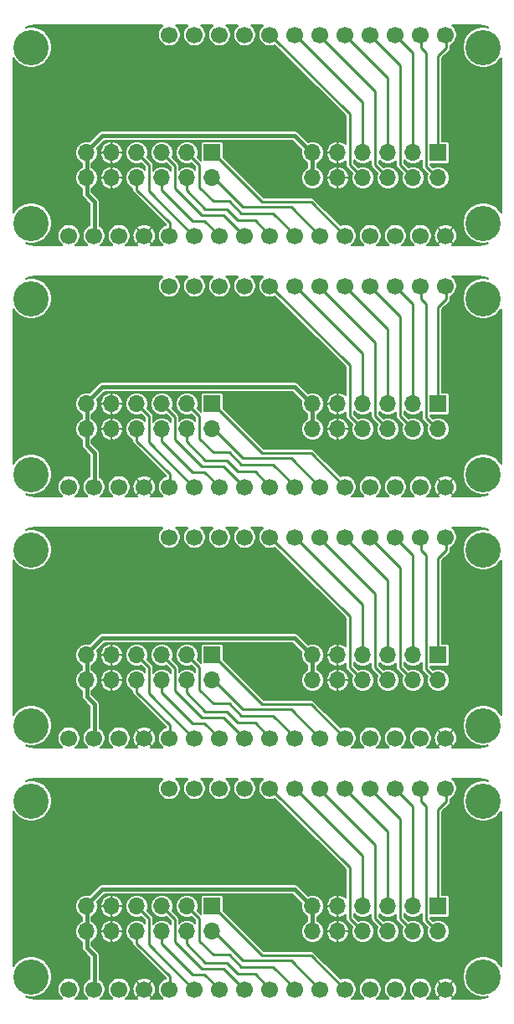
<source format=gbr>
G04 #@! TF.GenerationSoftware,KiCad,Pcbnew,(5.1.2)-1*
G04 #@! TF.CreationDate,2019-07-17T12:19:40+10:00*
G04 #@! TF.ProjectId,output.panel,6f757470-7574-42e7-9061-6e656c2e6b69,rev?*
G04 #@! TF.SameCoordinates,Original*
G04 #@! TF.FileFunction,Copper,L1,Top*
G04 #@! TF.FilePolarity,Positive*
%FSLAX46Y46*%
G04 Gerber Fmt 4.6, Leading zero omitted, Abs format (unit mm)*
G04 Created by KiCad (PCBNEW (5.1.2)-1) date 2019-07-17 12:19:40*
%MOMM*%
%LPD*%
G04 APERTURE LIST*
%ADD10O,1.700000X1.700000*%
%ADD11R,1.700000X1.700000*%
%ADD12C,3.556000*%
%ADD13C,1.700000*%
%ADD14C,0.300000*%
%ADD15C,0.400000*%
%ADD16C,0.250000*%
%ADD17C,0.200000*%
G04 APERTURE END LIST*
D10*
X106182440Y-149355200D03*
X93482440Y-146815200D03*
X103642440Y-149355200D03*
X103642440Y-146815200D03*
X101102440Y-149355200D03*
X101102440Y-146815200D03*
X98562440Y-149355200D03*
X98562440Y-146815200D03*
X96022440Y-149355200D03*
X96022440Y-146815200D03*
X93482440Y-149355200D03*
D11*
X106182440Y-146815200D03*
D10*
X106182440Y-123955200D03*
X93482440Y-121415200D03*
X103642440Y-123955200D03*
X103642440Y-121415200D03*
X101102440Y-123955200D03*
X101102440Y-121415200D03*
X98562440Y-123955200D03*
X98562440Y-121415200D03*
X96022440Y-123955200D03*
X96022440Y-121415200D03*
X93482440Y-123955200D03*
D11*
X106182440Y-121415200D03*
D10*
X106182440Y-98555200D03*
X93482440Y-96015200D03*
X103642440Y-98555200D03*
X103642440Y-96015200D03*
X101102440Y-98555200D03*
X101102440Y-96015200D03*
X98562440Y-98555200D03*
X98562440Y-96015200D03*
X96022440Y-98555200D03*
X96022440Y-96015200D03*
X93482440Y-98555200D03*
D11*
X106182440Y-96015200D03*
D12*
X133600000Y-153940000D03*
X87880000Y-153940000D03*
X133600000Y-136160000D03*
X87880000Y-136160000D03*
D13*
X129790000Y-134890000D03*
X127250000Y-134890000D03*
X124710000Y-134890000D03*
X122170000Y-134890000D03*
X119630000Y-134890000D03*
X117090000Y-134890000D03*
X114550000Y-134890000D03*
X112010000Y-134890000D03*
X109470000Y-134890000D03*
X106930000Y-134890000D03*
X104390000Y-134890000D03*
X101850000Y-134890000D03*
X129790000Y-155210000D03*
X91690000Y-155210000D03*
X127250000Y-155210000D03*
X124710000Y-155210000D03*
X122170000Y-155210000D03*
X119630000Y-155210000D03*
X117090000Y-155210000D03*
X114550000Y-155210000D03*
X112010000Y-155210000D03*
X109470000Y-155210000D03*
X106930000Y-155210000D03*
X104390000Y-155210000D03*
X101850000Y-155210000D03*
X99310000Y-155210000D03*
X96770000Y-155210000D03*
X94230000Y-155210000D03*
D12*
X133600000Y-128540000D03*
X87880000Y-128540000D03*
X133600000Y-110760000D03*
X87880000Y-110760000D03*
D13*
X129790000Y-109490000D03*
X127250000Y-109490000D03*
X124710000Y-109490000D03*
X122170000Y-109490000D03*
X119630000Y-109490000D03*
X117090000Y-109490000D03*
X114550000Y-109490000D03*
X112010000Y-109490000D03*
X109470000Y-109490000D03*
X106930000Y-109490000D03*
X104390000Y-109490000D03*
X101850000Y-109490000D03*
X129790000Y-129810000D03*
X91690000Y-129810000D03*
X127250000Y-129810000D03*
X124710000Y-129810000D03*
X122170000Y-129810000D03*
X119630000Y-129810000D03*
X117090000Y-129810000D03*
X114550000Y-129810000D03*
X112010000Y-129810000D03*
X109470000Y-129810000D03*
X106930000Y-129810000D03*
X104390000Y-129810000D03*
X101850000Y-129810000D03*
X99310000Y-129810000D03*
X96770000Y-129810000D03*
X94230000Y-129810000D03*
D12*
X133600000Y-103140000D03*
X87880000Y-103140000D03*
X133600000Y-85360000D03*
X87880000Y-85360000D03*
D13*
X129790000Y-84090000D03*
X127250000Y-84090000D03*
X124710000Y-84090000D03*
X122170000Y-84090000D03*
X119630000Y-84090000D03*
X117090000Y-84090000D03*
X114550000Y-84090000D03*
X112010000Y-84090000D03*
X109470000Y-84090000D03*
X106930000Y-84090000D03*
X104390000Y-84090000D03*
X101850000Y-84090000D03*
X129790000Y-104410000D03*
X91690000Y-104410000D03*
X127250000Y-104410000D03*
X124710000Y-104410000D03*
X122170000Y-104410000D03*
X119630000Y-104410000D03*
X117090000Y-104410000D03*
X114550000Y-104410000D03*
X112010000Y-104410000D03*
X109470000Y-104410000D03*
X106930000Y-104410000D03*
X104390000Y-104410000D03*
X101850000Y-104410000D03*
X99310000Y-104410000D03*
X96770000Y-104410000D03*
X94230000Y-104410000D03*
D10*
X129042440Y-149355200D03*
X116342440Y-146815200D03*
X126502440Y-149355200D03*
X126502440Y-146815200D03*
X123962440Y-149355200D03*
X123962440Y-146815200D03*
X121422440Y-149355200D03*
X121422440Y-146815200D03*
X118882440Y-149355200D03*
X118882440Y-146815200D03*
X116342440Y-149355200D03*
D11*
X129042440Y-146815200D03*
D10*
X129042440Y-123955200D03*
X116342440Y-121415200D03*
X126502440Y-123955200D03*
X126502440Y-121415200D03*
X123962440Y-123955200D03*
X123962440Y-121415200D03*
X121422440Y-123955200D03*
X121422440Y-121415200D03*
X118882440Y-123955200D03*
X118882440Y-121415200D03*
X116342440Y-123955200D03*
D11*
X129042440Y-121415200D03*
D10*
X129042440Y-98555200D03*
X116342440Y-96015200D03*
X126502440Y-98555200D03*
X126502440Y-96015200D03*
X123962440Y-98555200D03*
X123962440Y-96015200D03*
X121422440Y-98555200D03*
X121422440Y-96015200D03*
X118882440Y-98555200D03*
X118882440Y-96015200D03*
X116342440Y-98555200D03*
D11*
X129042440Y-96015200D03*
D13*
X94230000Y-79010000D03*
X96770000Y-79010000D03*
X99310000Y-79010000D03*
X101850000Y-79010000D03*
X104390000Y-79010000D03*
X106930000Y-79010000D03*
X109470000Y-79010000D03*
X112010000Y-79010000D03*
X114550000Y-79010000D03*
X117090000Y-79010000D03*
X119630000Y-79010000D03*
X122170000Y-79010000D03*
X124710000Y-79010000D03*
X127250000Y-79010000D03*
X91690000Y-79010000D03*
X129790000Y-79010000D03*
X101850000Y-58690000D03*
X104390000Y-58690000D03*
X106930000Y-58690000D03*
X109470000Y-58690000D03*
X112010000Y-58690000D03*
X114550000Y-58690000D03*
X117090000Y-58690000D03*
X119630000Y-58690000D03*
X122170000Y-58690000D03*
X124710000Y-58690000D03*
X127250000Y-58690000D03*
X129790000Y-58690000D03*
D12*
X87880000Y-59960000D03*
X133600000Y-59960000D03*
X87880000Y-77740000D03*
X133600000Y-77740000D03*
D11*
X106182440Y-70615200D03*
D10*
X93482440Y-73155200D03*
X96022440Y-70615200D03*
X96022440Y-73155200D03*
X98562440Y-70615200D03*
X98562440Y-73155200D03*
X101102440Y-70615200D03*
X101102440Y-73155200D03*
X103642440Y-70615200D03*
X103642440Y-73155200D03*
X93482440Y-70615200D03*
X106182440Y-73155200D03*
D11*
X129042440Y-70615200D03*
D10*
X116342440Y-73155200D03*
X118882440Y-70615200D03*
X118882440Y-73155200D03*
X121422440Y-70615200D03*
X121422440Y-73155200D03*
X123962440Y-70615200D03*
X123962440Y-73155200D03*
X126502440Y-70615200D03*
X126502440Y-73155200D03*
X116342440Y-70615200D03*
X129042440Y-73155200D03*
D14*
X116400000Y-73100000D02*
X116300000Y-73200000D01*
D15*
X116300000Y-70700000D02*
X116300000Y-73200000D01*
X114500000Y-68900000D02*
X116300000Y-70700000D01*
X97195559Y-68900000D02*
X114500000Y-68900000D01*
X97195559Y-68900000D02*
X95100000Y-68900000D01*
X95100000Y-68900000D02*
X93400000Y-70600000D01*
X93400000Y-70600000D02*
X93500000Y-70700000D01*
X93500000Y-72000000D02*
X93500000Y-72700000D01*
X93500000Y-70700000D02*
X93500000Y-72000000D01*
X93500000Y-72000000D02*
X93500000Y-73200000D01*
X93500000Y-72700000D02*
X93500000Y-74800000D01*
X93500000Y-74800000D02*
X94300000Y-75600000D01*
X94300000Y-75600000D02*
X94300000Y-79000000D01*
X97195559Y-94300000D02*
X95100000Y-94300000D01*
X97195559Y-119700000D02*
X95100000Y-119700000D01*
X97195559Y-145100000D02*
X95100000Y-145100000D01*
X95100000Y-94300000D02*
X93400000Y-96000000D01*
X95100000Y-119700000D02*
X93400000Y-121400000D01*
X95100000Y-145100000D02*
X93400000Y-146800000D01*
X93500000Y-97400000D02*
X93500000Y-98100000D01*
X93500000Y-122800000D02*
X93500000Y-123500000D01*
X93500000Y-148200000D02*
X93500000Y-148900000D01*
X93400000Y-96000000D02*
X93500000Y-96100000D01*
X93400000Y-121400000D02*
X93500000Y-121500000D01*
X93400000Y-146800000D02*
X93500000Y-146900000D01*
X94300000Y-101000000D02*
X94300000Y-104400000D01*
X94300000Y-126400000D02*
X94300000Y-129800000D01*
X94300000Y-151800000D02*
X94300000Y-155200000D01*
D14*
X116400000Y-98500000D02*
X116300000Y-98600000D01*
X116400000Y-123900000D02*
X116300000Y-124000000D01*
X116400000Y-149300000D02*
X116300000Y-149400000D01*
D15*
X93500000Y-97400000D02*
X93500000Y-98600000D01*
X93500000Y-122800000D02*
X93500000Y-124000000D01*
X93500000Y-148200000D02*
X93500000Y-149400000D01*
X93500000Y-100200000D02*
X94300000Y-101000000D01*
X93500000Y-125600000D02*
X94300000Y-126400000D01*
X93500000Y-151000000D02*
X94300000Y-151800000D01*
X116300000Y-96100000D02*
X116300000Y-98600000D01*
X116300000Y-121500000D02*
X116300000Y-124000000D01*
X116300000Y-146900000D02*
X116300000Y-149400000D01*
X97195559Y-94300000D02*
X114500000Y-94300000D01*
X97195559Y-119700000D02*
X114500000Y-119700000D01*
X97195559Y-145100000D02*
X114500000Y-145100000D01*
X93500000Y-98100000D02*
X93500000Y-100200000D01*
X93500000Y-123500000D02*
X93500000Y-125600000D01*
X93500000Y-148900000D02*
X93500000Y-151000000D01*
X114500000Y-94300000D02*
X116300000Y-96100000D01*
X114500000Y-119700000D02*
X116300000Y-121500000D01*
X114500000Y-145100000D02*
X116300000Y-146900000D01*
X93500000Y-96100000D02*
X93500000Y-97400000D01*
X93500000Y-121500000D02*
X93500000Y-122800000D01*
X93500000Y-146900000D02*
X93500000Y-148200000D01*
D14*
X96022440Y-73177560D02*
X96000000Y-73200000D01*
X96022440Y-98577560D02*
X96000000Y-98600000D01*
X96022440Y-123977560D02*
X96000000Y-124000000D01*
X96022440Y-149377560D02*
X96000000Y-149400000D01*
D16*
X98562440Y-74357281D02*
X101900000Y-77694841D01*
X98562440Y-73155200D02*
X98562440Y-74357281D01*
X101900000Y-77694841D02*
X101900000Y-79100000D01*
X101900000Y-103094841D02*
X101900000Y-104500000D01*
X101900000Y-128494841D02*
X101900000Y-129900000D01*
X101900000Y-153894841D02*
X101900000Y-155300000D01*
X98562440Y-99757281D02*
X101900000Y-103094841D01*
X98562440Y-125157281D02*
X101900000Y-128494841D01*
X98562440Y-150557281D02*
X101900000Y-153894841D01*
X98562440Y-98555200D02*
X98562440Y-99757281D01*
X98562440Y-123955200D02*
X98562440Y-125157281D01*
X98562440Y-149355200D02*
X98562440Y-150557281D01*
X99800000Y-74500000D02*
X104400000Y-79100000D01*
X98562440Y-70615200D02*
X99800000Y-71852760D01*
X99800000Y-71852760D02*
X99800000Y-74500000D01*
X98562440Y-96015200D02*
X99800000Y-97252760D01*
X98562440Y-121415200D02*
X99800000Y-122652760D01*
X98562440Y-146815200D02*
X99800000Y-148052760D01*
X99800000Y-97252760D02*
X99800000Y-99900000D01*
X99800000Y-122652760D02*
X99800000Y-125300000D01*
X99800000Y-148052760D02*
X99800000Y-150700000D01*
X99800000Y-99900000D02*
X104400000Y-104500000D01*
X99800000Y-125300000D02*
X104400000Y-129900000D01*
X99800000Y-150700000D02*
X104400000Y-155300000D01*
X101102440Y-74357281D02*
X104245159Y-77500000D01*
X101102440Y-73155200D02*
X101102440Y-74357281D01*
X104245159Y-77500000D02*
X105400000Y-77500000D01*
X105400000Y-77500000D02*
X106900000Y-79000000D01*
X101102440Y-99757281D02*
X104245159Y-102900000D01*
X101102440Y-125157281D02*
X104245159Y-128300000D01*
X101102440Y-150557281D02*
X104245159Y-153700000D01*
X104245159Y-102900000D02*
X105400000Y-102900000D01*
X104245159Y-128300000D02*
X105400000Y-128300000D01*
X104245159Y-153700000D02*
X105400000Y-153700000D01*
X105400000Y-102900000D02*
X106900000Y-104400000D01*
X105400000Y-128300000D02*
X106900000Y-129800000D01*
X105400000Y-153700000D02*
X106900000Y-155200000D01*
X101102440Y-98555200D02*
X101102440Y-99757281D01*
X101102440Y-123955200D02*
X101102440Y-125157281D01*
X101102440Y-149355200D02*
X101102440Y-150557281D01*
X107300000Y-76900000D02*
X109500000Y-79100000D01*
X105100000Y-76900000D02*
X107300000Y-76900000D01*
X102400000Y-74200000D02*
X105100000Y-76900000D01*
X101102440Y-70615200D02*
X102400000Y-71912760D01*
X102400000Y-71912760D02*
X102400000Y-74200000D01*
X105100000Y-102300000D02*
X107300000Y-102300000D01*
X105100000Y-127700000D02*
X107300000Y-127700000D01*
X105100000Y-153100000D02*
X107300000Y-153100000D01*
X102400000Y-99600000D02*
X105100000Y-102300000D01*
X102400000Y-125000000D02*
X105100000Y-127700000D01*
X102400000Y-150400000D02*
X105100000Y-153100000D01*
X101102440Y-96015200D02*
X102400000Y-97312760D01*
X101102440Y-121415200D02*
X102400000Y-122712760D01*
X101102440Y-146815200D02*
X102400000Y-148112760D01*
X107300000Y-102300000D02*
X109500000Y-104500000D01*
X107300000Y-127700000D02*
X109500000Y-129900000D01*
X107300000Y-153100000D02*
X109500000Y-155300000D01*
X102400000Y-97312760D02*
X102400000Y-99600000D01*
X102400000Y-122712760D02*
X102400000Y-125000000D01*
X102400000Y-148112760D02*
X102400000Y-150400000D01*
X103600000Y-73197640D02*
X103642440Y-73155200D01*
X103600000Y-73600000D02*
X103600000Y-73197640D01*
X110550000Y-77450000D02*
X112200000Y-79100000D01*
X108800000Y-77450000D02*
X110550000Y-77450000D01*
X107650000Y-76300000D02*
X108800000Y-77450000D01*
X105500000Y-76300000D02*
X107650000Y-76300000D01*
X103600000Y-73197640D02*
X103600000Y-74400000D01*
X103600000Y-74400000D02*
X105500000Y-76300000D01*
X108800000Y-102850000D02*
X110550000Y-102850000D01*
X108800000Y-128250000D02*
X110550000Y-128250000D01*
X108800000Y-153650000D02*
X110550000Y-153650000D01*
X107650000Y-101700000D02*
X108800000Y-102850000D01*
X107650000Y-127100000D02*
X108800000Y-128250000D01*
X107650000Y-152500000D02*
X108800000Y-153650000D01*
X103600000Y-99800000D02*
X105500000Y-101700000D01*
X103600000Y-125200000D02*
X105500000Y-127100000D01*
X103600000Y-150600000D02*
X105500000Y-152500000D01*
X110550000Y-102850000D02*
X112200000Y-104500000D01*
X110550000Y-128250000D02*
X112200000Y-129900000D01*
X110550000Y-153650000D02*
X112200000Y-155300000D01*
X105500000Y-101700000D02*
X107650000Y-101700000D01*
X105500000Y-127100000D02*
X107650000Y-127100000D01*
X105500000Y-152500000D02*
X107650000Y-152500000D01*
X103600000Y-98597640D02*
X103642440Y-98555200D01*
X103600000Y-123997640D02*
X103642440Y-123955200D01*
X103600000Y-149397640D02*
X103642440Y-149355200D01*
X103600000Y-98597640D02*
X103600000Y-99800000D01*
X103600000Y-123997640D02*
X103600000Y-125200000D01*
X103600000Y-149397640D02*
X103600000Y-150600000D01*
X103600000Y-99000000D02*
X103600000Y-98597640D01*
X103600000Y-124400000D02*
X103600000Y-123997640D01*
X103600000Y-149800000D02*
X103600000Y-149397640D01*
X112350000Y-76750000D02*
X114600000Y-79000000D01*
X103642440Y-70615200D02*
X104900000Y-71872760D01*
X104900000Y-74100000D02*
X106300000Y-75500000D01*
X106300000Y-75500000D02*
X107900000Y-75500000D01*
X104900000Y-71872760D02*
X104900000Y-74100000D01*
X107900000Y-75500000D02*
X109150000Y-76750000D01*
X109150000Y-76750000D02*
X112350000Y-76750000D01*
X107900000Y-100900000D02*
X109150000Y-102150000D01*
X107900000Y-126300000D02*
X109150000Y-127550000D01*
X107900000Y-151700000D02*
X109150000Y-152950000D01*
X104900000Y-97272760D02*
X104900000Y-99500000D01*
X104900000Y-122672760D02*
X104900000Y-124900000D01*
X104900000Y-148072760D02*
X104900000Y-150300000D01*
X106300000Y-100900000D02*
X107900000Y-100900000D01*
X106300000Y-126300000D02*
X107900000Y-126300000D01*
X106300000Y-151700000D02*
X107900000Y-151700000D01*
X109150000Y-102150000D02*
X112350000Y-102150000D01*
X109150000Y-127550000D02*
X112350000Y-127550000D01*
X109150000Y-152950000D02*
X112350000Y-152950000D01*
X103642440Y-96015200D02*
X104900000Y-97272760D01*
X103642440Y-121415200D02*
X104900000Y-122672760D01*
X103642440Y-146815200D02*
X104900000Y-148072760D01*
X104900000Y-99500000D02*
X106300000Y-100900000D01*
X104900000Y-124900000D02*
X106300000Y-126300000D01*
X104900000Y-150300000D02*
X106300000Y-151700000D01*
X112350000Y-102150000D02*
X114600000Y-104400000D01*
X112350000Y-127550000D02*
X114600000Y-129800000D01*
X112350000Y-152950000D02*
X114600000Y-155200000D01*
X106182440Y-73155200D02*
X106391611Y-73155200D01*
X114200000Y-76100000D02*
X117200000Y-79100000D01*
X109300000Y-76100000D02*
X114200000Y-76100000D01*
X106300000Y-73100000D02*
X109300000Y-76100000D01*
X106200000Y-73100000D02*
X106300000Y-73100000D01*
X106182440Y-73155200D02*
X106200000Y-73137640D01*
X106200000Y-73137640D02*
X106200000Y-73100000D01*
X106182440Y-98555200D02*
X106391611Y-98555200D01*
X106182440Y-123955200D02*
X106391611Y-123955200D01*
X106182440Y-149355200D02*
X106391611Y-149355200D01*
X114200000Y-101500000D02*
X117200000Y-104500000D01*
X114200000Y-126900000D02*
X117200000Y-129900000D01*
X114200000Y-152300000D02*
X117200000Y-155300000D01*
X106182440Y-98555200D02*
X106200000Y-98537640D01*
X106182440Y-123955200D02*
X106200000Y-123937640D01*
X106182440Y-149355200D02*
X106200000Y-149337640D01*
X106300000Y-98500000D02*
X109300000Y-101500000D01*
X106300000Y-123900000D02*
X109300000Y-126900000D01*
X106300000Y-149300000D02*
X109300000Y-152300000D01*
X109300000Y-101500000D02*
X114200000Y-101500000D01*
X109300000Y-126900000D02*
X114200000Y-126900000D01*
X109300000Y-152300000D02*
X114200000Y-152300000D01*
X106200000Y-98500000D02*
X106300000Y-98500000D01*
X106200000Y-123900000D02*
X106300000Y-123900000D01*
X106200000Y-149300000D02*
X106300000Y-149300000D01*
X106200000Y-98537640D02*
X106200000Y-98500000D01*
X106200000Y-123937640D02*
X106200000Y-123900000D01*
X106200000Y-149337640D02*
X106200000Y-149300000D01*
X116200000Y-75600000D02*
X119700000Y-79100000D01*
X111200000Y-75600000D02*
X116200000Y-75600000D01*
X106182440Y-70615200D02*
X106215200Y-70615200D01*
X106215200Y-70615200D02*
X111200000Y-75600000D01*
X116200000Y-101000000D02*
X119700000Y-104500000D01*
X116200000Y-126400000D02*
X119700000Y-129900000D01*
X116200000Y-151800000D02*
X119700000Y-155300000D01*
X106215200Y-96015200D02*
X111200000Y-101000000D01*
X106215200Y-121415200D02*
X111200000Y-126400000D01*
X106215200Y-146815200D02*
X111200000Y-151800000D01*
X111200000Y-101000000D02*
X116200000Y-101000000D01*
X111200000Y-126400000D02*
X116200000Y-126400000D01*
X111200000Y-151800000D02*
X116200000Y-151800000D01*
X106182440Y-96015200D02*
X106215200Y-96015200D01*
X106182440Y-121415200D02*
X106215200Y-121415200D01*
X106182440Y-146815200D02*
X106215200Y-146815200D01*
X120100000Y-66700000D02*
X112100000Y-58700000D01*
X121422440Y-73155200D02*
X120100000Y-71832760D01*
X120100000Y-71832760D02*
X120100000Y-66700000D01*
X120100000Y-92100000D02*
X112100000Y-84100000D01*
X120100000Y-117500000D02*
X112100000Y-109500000D01*
X120100000Y-142900000D02*
X112100000Y-134900000D01*
X121422440Y-98555200D02*
X120100000Y-97232760D01*
X121422440Y-123955200D02*
X120100000Y-122632760D01*
X121422440Y-149355200D02*
X120100000Y-148032760D01*
X120100000Y-97232760D02*
X120100000Y-92100000D01*
X120100000Y-122632760D02*
X120100000Y-117500000D01*
X120100000Y-148032760D02*
X120100000Y-142900000D01*
X121422440Y-65522440D02*
X114600000Y-58700000D01*
X121422440Y-70615200D02*
X121422440Y-65522440D01*
X121422440Y-90922440D02*
X114600000Y-84100000D01*
X121422440Y-116322440D02*
X114600000Y-109500000D01*
X121422440Y-141722440D02*
X114600000Y-134900000D01*
X121422440Y-96015200D02*
X121422440Y-90922440D01*
X121422440Y-121415200D02*
X121422440Y-116322440D01*
X121422440Y-146815200D02*
X121422440Y-141722440D01*
X122700000Y-64400000D02*
X117100000Y-58800000D01*
X123962440Y-73155200D02*
X122700000Y-71892760D01*
X122700000Y-71892760D02*
X122700000Y-64400000D01*
X122700000Y-97292760D02*
X122700000Y-89800000D01*
X122700000Y-122692760D02*
X122700000Y-115200000D01*
X122700000Y-148092760D02*
X122700000Y-140600000D01*
X123962440Y-98555200D02*
X122700000Y-97292760D01*
X123962440Y-123955200D02*
X122700000Y-122692760D01*
X123962440Y-149355200D02*
X122700000Y-148092760D01*
X122700000Y-89800000D02*
X117100000Y-84200000D01*
X122700000Y-115200000D02*
X117100000Y-109600000D01*
X122700000Y-140600000D02*
X117100000Y-135000000D01*
X123962440Y-63062440D02*
X119700000Y-58800000D01*
X123962440Y-70615200D02*
X123962440Y-63062440D01*
X123962440Y-88462440D02*
X119700000Y-84200000D01*
X123962440Y-113862440D02*
X119700000Y-109600000D01*
X123962440Y-139262440D02*
X119700000Y-135000000D01*
X123962440Y-96015200D02*
X123962440Y-88462440D01*
X123962440Y-121415200D02*
X123962440Y-113862440D01*
X123962440Y-146815200D02*
X123962440Y-139262440D01*
X125200000Y-61800000D02*
X122200000Y-58800000D01*
X126502440Y-73155200D02*
X125200000Y-71852760D01*
X125200000Y-71852760D02*
X125200000Y-61800000D01*
X126502440Y-98555200D02*
X125200000Y-97252760D01*
X126502440Y-123955200D02*
X125200000Y-122652760D01*
X126502440Y-149355200D02*
X125200000Y-148052760D01*
X125200000Y-97252760D02*
X125200000Y-87200000D01*
X125200000Y-122652760D02*
X125200000Y-112600000D01*
X125200000Y-148052760D02*
X125200000Y-138000000D01*
X125200000Y-87200000D02*
X122200000Y-84200000D01*
X125200000Y-112600000D02*
X122200000Y-109600000D01*
X125200000Y-138000000D02*
X122200000Y-135000000D01*
X126502440Y-60502440D02*
X124800000Y-58800000D01*
X126502440Y-70615200D02*
X126502440Y-60502440D01*
X126502440Y-96015200D02*
X126502440Y-85902440D01*
X126502440Y-121415200D02*
X126502440Y-111302440D01*
X126502440Y-146815200D02*
X126502440Y-136702440D01*
X126502440Y-85902440D02*
X124800000Y-84200000D01*
X126502440Y-111302440D02*
X124800000Y-109600000D01*
X126502440Y-136702440D02*
X124800000Y-135000000D01*
X127800000Y-72000000D02*
X129000000Y-73200000D01*
X127800000Y-60500000D02*
X127800000Y-72000000D01*
X127310000Y-60010000D02*
X127800000Y-60500000D01*
X127300000Y-58700000D02*
X127310000Y-58710000D01*
X127310000Y-58710000D02*
X127310000Y-60010000D01*
X127310000Y-85410000D02*
X127800000Y-85900000D01*
X127310000Y-110810000D02*
X127800000Y-111300000D01*
X127310000Y-136210000D02*
X127800000Y-136700000D01*
X127300000Y-84100000D02*
X127310000Y-84110000D01*
X127300000Y-109500000D02*
X127310000Y-109510000D01*
X127300000Y-134900000D02*
X127310000Y-134910000D01*
X127310000Y-84110000D02*
X127310000Y-85410000D01*
X127310000Y-109510000D02*
X127310000Y-110810000D01*
X127310000Y-134910000D02*
X127310000Y-136210000D01*
X127800000Y-85900000D02*
X127800000Y-97400000D01*
X127800000Y-111300000D02*
X127800000Y-122800000D01*
X127800000Y-136700000D02*
X127800000Y-148200000D01*
X127800000Y-97400000D02*
X129000000Y-98600000D01*
X127800000Y-122800000D02*
X129000000Y-124000000D01*
X127800000Y-148200000D02*
X129000000Y-149400000D01*
X129900000Y-58800000D02*
X129800000Y-58700000D01*
X129900000Y-60000000D02*
X129900000Y-58800000D01*
X129042440Y-70615200D02*
X129042440Y-60857560D01*
X129042440Y-60857560D02*
X129900000Y-60000000D01*
X129900000Y-85400000D02*
X129900000Y-84200000D01*
X129900000Y-110800000D02*
X129900000Y-109600000D01*
X129900000Y-136200000D02*
X129900000Y-135000000D01*
X129042440Y-96015200D02*
X129042440Y-86257560D01*
X129042440Y-121415200D02*
X129042440Y-111657560D01*
X129042440Y-146815200D02*
X129042440Y-137057560D01*
X129900000Y-84200000D02*
X129800000Y-84100000D01*
X129900000Y-109600000D02*
X129800000Y-109500000D01*
X129900000Y-135000000D02*
X129800000Y-134900000D01*
X129042440Y-86257560D02*
X129900000Y-85400000D01*
X129042440Y-111657560D02*
X129900000Y-110800000D01*
X129042440Y-137057560D02*
X129900000Y-136200000D01*
D17*
G36*
X101116918Y-57796737D02*
G01*
X100956737Y-57956918D01*
X100830884Y-58145271D01*
X100744194Y-58354557D01*
X100700000Y-58576735D01*
X100700000Y-58803265D01*
X100744194Y-59025443D01*
X100830884Y-59234729D01*
X100956737Y-59423082D01*
X101116918Y-59583263D01*
X101305271Y-59709116D01*
X101514557Y-59795806D01*
X101736735Y-59840000D01*
X101963265Y-59840000D01*
X102185443Y-59795806D01*
X102394729Y-59709116D01*
X102583082Y-59583263D01*
X102743263Y-59423082D01*
X102869116Y-59234729D01*
X102955806Y-59025443D01*
X103000000Y-58803265D01*
X103000000Y-58576735D01*
X102955806Y-58354557D01*
X102869116Y-58145271D01*
X102743263Y-57956918D01*
X102583082Y-57796737D01*
X102505652Y-57745000D01*
X103734348Y-57745000D01*
X103656918Y-57796737D01*
X103496737Y-57956918D01*
X103370884Y-58145271D01*
X103284194Y-58354557D01*
X103240000Y-58576735D01*
X103240000Y-58803265D01*
X103284194Y-59025443D01*
X103370884Y-59234729D01*
X103496737Y-59423082D01*
X103656918Y-59583263D01*
X103845271Y-59709116D01*
X104054557Y-59795806D01*
X104276735Y-59840000D01*
X104503265Y-59840000D01*
X104725443Y-59795806D01*
X104934729Y-59709116D01*
X105123082Y-59583263D01*
X105283263Y-59423082D01*
X105409116Y-59234729D01*
X105495806Y-59025443D01*
X105540000Y-58803265D01*
X105540000Y-58576735D01*
X105495806Y-58354557D01*
X105409116Y-58145271D01*
X105283263Y-57956918D01*
X105123082Y-57796737D01*
X105045652Y-57745000D01*
X106274348Y-57745000D01*
X106196918Y-57796737D01*
X106036737Y-57956918D01*
X105910884Y-58145271D01*
X105824194Y-58354557D01*
X105780000Y-58576735D01*
X105780000Y-58803265D01*
X105824194Y-59025443D01*
X105910884Y-59234729D01*
X106036737Y-59423082D01*
X106196918Y-59583263D01*
X106385271Y-59709116D01*
X106594557Y-59795806D01*
X106816735Y-59840000D01*
X107043265Y-59840000D01*
X107265443Y-59795806D01*
X107474729Y-59709116D01*
X107663082Y-59583263D01*
X107823263Y-59423082D01*
X107949116Y-59234729D01*
X108035806Y-59025443D01*
X108080000Y-58803265D01*
X108080000Y-58576735D01*
X108035806Y-58354557D01*
X107949116Y-58145271D01*
X107823263Y-57956918D01*
X107663082Y-57796737D01*
X107585652Y-57745000D01*
X108814348Y-57745000D01*
X108736918Y-57796737D01*
X108576737Y-57956918D01*
X108450884Y-58145271D01*
X108364194Y-58354557D01*
X108320000Y-58576735D01*
X108320000Y-58803265D01*
X108364194Y-59025443D01*
X108450884Y-59234729D01*
X108576737Y-59423082D01*
X108736918Y-59583263D01*
X108925271Y-59709116D01*
X109134557Y-59795806D01*
X109356735Y-59840000D01*
X109583265Y-59840000D01*
X109805443Y-59795806D01*
X110014729Y-59709116D01*
X110203082Y-59583263D01*
X110363263Y-59423082D01*
X110489116Y-59234729D01*
X110575806Y-59025443D01*
X110620000Y-58803265D01*
X110620000Y-58576735D01*
X110575806Y-58354557D01*
X110489116Y-58145271D01*
X110363263Y-57956918D01*
X110203082Y-57796737D01*
X110125652Y-57745000D01*
X111354348Y-57745000D01*
X111276918Y-57796737D01*
X111116737Y-57956918D01*
X110990884Y-58145271D01*
X110904194Y-58354557D01*
X110860000Y-58576735D01*
X110860000Y-58803265D01*
X110904194Y-59025443D01*
X110990884Y-59234729D01*
X111116737Y-59423082D01*
X111276918Y-59583263D01*
X111465271Y-59709116D01*
X111674557Y-59795806D01*
X111896735Y-59840000D01*
X112123265Y-59840000D01*
X112345443Y-59795806D01*
X112521740Y-59722780D01*
X119675001Y-66876042D01*
X119675000Y-69774925D01*
X119560219Y-69673810D01*
X119363540Y-69559670D01*
X119148372Y-69486094D01*
X119068841Y-69470275D01*
X118887440Y-69532712D01*
X118887440Y-70610200D01*
X118907440Y-70610200D01*
X118907440Y-70620200D01*
X118887440Y-70620200D01*
X118887440Y-71697688D01*
X119068841Y-71760125D01*
X119148372Y-71744306D01*
X119363540Y-71670730D01*
X119560219Y-71556590D01*
X119675000Y-71455475D01*
X119675000Y-71811893D01*
X119672945Y-71832760D01*
X119675000Y-71853627D01*
X119675000Y-71853633D01*
X119681150Y-71916073D01*
X119705452Y-71996186D01*
X119744916Y-72070019D01*
X119798026Y-72134734D01*
X119814244Y-72148044D01*
X120363319Y-72697119D01*
X120354838Y-72712985D01*
X120289080Y-72929761D01*
X120266876Y-73155200D01*
X120289080Y-73380639D01*
X120354838Y-73597415D01*
X120461624Y-73797197D01*
X120605333Y-73972307D01*
X120780443Y-74116016D01*
X120980225Y-74222802D01*
X121197001Y-74288560D01*
X121365948Y-74305200D01*
X121478932Y-74305200D01*
X121647879Y-74288560D01*
X121864655Y-74222802D01*
X122064437Y-74116016D01*
X122239547Y-73972307D01*
X122383256Y-73797197D01*
X122490042Y-73597415D01*
X122555800Y-73380639D01*
X122578004Y-73155200D01*
X122555800Y-72929761D01*
X122490042Y-72712985D01*
X122383256Y-72513203D01*
X122239547Y-72338093D01*
X122064437Y-72194384D01*
X121864655Y-72087598D01*
X121647879Y-72021840D01*
X121478932Y-72005200D01*
X121365948Y-72005200D01*
X121197001Y-72021840D01*
X120980225Y-72087598D01*
X120964359Y-72096079D01*
X120525000Y-71656720D01*
X120525000Y-71334421D01*
X120605333Y-71432307D01*
X120780443Y-71576016D01*
X120980225Y-71682802D01*
X121197001Y-71748560D01*
X121365948Y-71765200D01*
X121478932Y-71765200D01*
X121647879Y-71748560D01*
X121864655Y-71682802D01*
X122064437Y-71576016D01*
X122239547Y-71432307D01*
X122275000Y-71389107D01*
X122275000Y-71871893D01*
X122272945Y-71892760D01*
X122275000Y-71913627D01*
X122275000Y-71913633D01*
X122279180Y-71956073D01*
X122281150Y-71976074D01*
X122288408Y-72000000D01*
X122305452Y-72056186D01*
X122344916Y-72130019D01*
X122398026Y-72194734D01*
X122414243Y-72208043D01*
X122903319Y-72697119D01*
X122894838Y-72712985D01*
X122829080Y-72929761D01*
X122806876Y-73155200D01*
X122829080Y-73380639D01*
X122894838Y-73597415D01*
X123001624Y-73797197D01*
X123145333Y-73972307D01*
X123320443Y-74116016D01*
X123520225Y-74222802D01*
X123737001Y-74288560D01*
X123905948Y-74305200D01*
X124018932Y-74305200D01*
X124187879Y-74288560D01*
X124404655Y-74222802D01*
X124604437Y-74116016D01*
X124779547Y-73972307D01*
X124923256Y-73797197D01*
X125030042Y-73597415D01*
X125095800Y-73380639D01*
X125118004Y-73155200D01*
X125095800Y-72929761D01*
X125030042Y-72712985D01*
X124923256Y-72513203D01*
X124779547Y-72338093D01*
X124604437Y-72194384D01*
X124404655Y-72087598D01*
X124187879Y-72021840D01*
X124018932Y-72005200D01*
X123905948Y-72005200D01*
X123737001Y-72021840D01*
X123520225Y-72087598D01*
X123504359Y-72096079D01*
X123125000Y-71716720D01*
X123125000Y-71407531D01*
X123145333Y-71432307D01*
X123320443Y-71576016D01*
X123520225Y-71682802D01*
X123737001Y-71748560D01*
X123905948Y-71765200D01*
X124018932Y-71765200D01*
X124187879Y-71748560D01*
X124404655Y-71682802D01*
X124604437Y-71576016D01*
X124775000Y-71436039D01*
X124775000Y-71831893D01*
X124772945Y-71852760D01*
X124775000Y-71873627D01*
X124775000Y-71873633D01*
X124781150Y-71936073D01*
X124805452Y-72016186D01*
X124844916Y-72090019D01*
X124898026Y-72154734D01*
X124914243Y-72168043D01*
X125443319Y-72697119D01*
X125434838Y-72712985D01*
X125369080Y-72929761D01*
X125346876Y-73155200D01*
X125369080Y-73380639D01*
X125434838Y-73597415D01*
X125541624Y-73797197D01*
X125685333Y-73972307D01*
X125860443Y-74116016D01*
X126060225Y-74222802D01*
X126277001Y-74288560D01*
X126445948Y-74305200D01*
X126558932Y-74305200D01*
X126727879Y-74288560D01*
X126944655Y-74222802D01*
X127144437Y-74116016D01*
X127319547Y-73972307D01*
X127463256Y-73797197D01*
X127570042Y-73597415D01*
X127635800Y-73380639D01*
X127658004Y-73155200D01*
X127635800Y-72929761D01*
X127570042Y-72712985D01*
X127463256Y-72513203D01*
X127319547Y-72338093D01*
X127144437Y-72194384D01*
X126944655Y-72087598D01*
X126727879Y-72021840D01*
X126558932Y-72005200D01*
X126445948Y-72005200D01*
X126277001Y-72021840D01*
X126060225Y-72087598D01*
X126044359Y-72096079D01*
X125625000Y-71676720D01*
X125625000Y-71358791D01*
X125685333Y-71432307D01*
X125860443Y-71576016D01*
X126060225Y-71682802D01*
X126277001Y-71748560D01*
X126445948Y-71765200D01*
X126558932Y-71765200D01*
X126727879Y-71748560D01*
X126944655Y-71682802D01*
X127144437Y-71576016D01*
X127319547Y-71432307D01*
X127375001Y-71364736D01*
X127375001Y-71979123D01*
X127372945Y-72000000D01*
X127381150Y-72083314D01*
X127401386Y-72150019D01*
X127405453Y-72163427D01*
X127444917Y-72237260D01*
X127498027Y-72301974D01*
X127514239Y-72315279D01*
X127960200Y-72761240D01*
X127909080Y-72929761D01*
X127886876Y-73155200D01*
X127909080Y-73380639D01*
X127974838Y-73597415D01*
X128081624Y-73797197D01*
X128225333Y-73972307D01*
X128400443Y-74116016D01*
X128600225Y-74222802D01*
X128817001Y-74288560D01*
X128985948Y-74305200D01*
X129098932Y-74305200D01*
X129267879Y-74288560D01*
X129484655Y-74222802D01*
X129684437Y-74116016D01*
X129859547Y-73972307D01*
X130003256Y-73797197D01*
X130110042Y-73597415D01*
X130175800Y-73380639D01*
X130198004Y-73155200D01*
X130175800Y-72929761D01*
X130110042Y-72712985D01*
X130003256Y-72513203D01*
X129859547Y-72338093D01*
X129684437Y-72194384D01*
X129484655Y-72087598D01*
X129267879Y-72021840D01*
X129098932Y-72005200D01*
X128985948Y-72005200D01*
X128817001Y-72021840D01*
X128600225Y-72087598D01*
X128527507Y-72126467D01*
X128225000Y-71823960D01*
X128225000Y-71766651D01*
X129892440Y-71766651D01*
X129951250Y-71760859D01*
X130007800Y-71743704D01*
X130059917Y-71715847D01*
X130105598Y-71678358D01*
X130143087Y-71632677D01*
X130170944Y-71580560D01*
X130188099Y-71524010D01*
X130193891Y-71465200D01*
X130193891Y-69765200D01*
X130188099Y-69706390D01*
X130170944Y-69649840D01*
X130143087Y-69597723D01*
X130105598Y-69552042D01*
X130059917Y-69514553D01*
X130007800Y-69486696D01*
X129951250Y-69469541D01*
X129892440Y-69463749D01*
X129467440Y-69463749D01*
X129467440Y-61033600D01*
X130185763Y-60315278D01*
X130201974Y-60301974D01*
X130217003Y-60283662D01*
X130227832Y-60270466D01*
X130255084Y-60237260D01*
X130294548Y-60163427D01*
X130317736Y-60086986D01*
X130318850Y-60083315D01*
X130319871Y-60072944D01*
X130325000Y-60020874D01*
X130325000Y-60020867D01*
X130327055Y-60000000D01*
X130325000Y-59979133D01*
X130325000Y-59713146D01*
X130334729Y-59709116D01*
X130523082Y-59583263D01*
X130683263Y-59423082D01*
X130809116Y-59234729D01*
X130895806Y-59025443D01*
X130940000Y-58803265D01*
X130940000Y-58576735D01*
X130895806Y-58354557D01*
X130809116Y-58145271D01*
X130683263Y-57956918D01*
X130523082Y-57796737D01*
X130445652Y-57745000D01*
X133177703Y-57745000D01*
X133623526Y-57788713D01*
X134037078Y-57913572D01*
X134081122Y-57936991D01*
X133804665Y-57882000D01*
X133395335Y-57882000D01*
X132993870Y-57961856D01*
X132615698Y-58118500D01*
X132275352Y-58345912D01*
X131985912Y-58635352D01*
X131758500Y-58975698D01*
X131601856Y-59353870D01*
X131522000Y-59755335D01*
X131522000Y-60164665D01*
X131601856Y-60566130D01*
X131758500Y-60944302D01*
X131985912Y-61284648D01*
X132275352Y-61574088D01*
X132615698Y-61801500D01*
X132993870Y-61958144D01*
X133395335Y-62038000D01*
X133804665Y-62038000D01*
X134206130Y-61958144D01*
X134584302Y-61801500D01*
X134924648Y-61574088D01*
X135214088Y-61284648D01*
X135408573Y-60993580D01*
X135408161Y-76705802D01*
X135214088Y-76415352D01*
X134924648Y-76125912D01*
X134584302Y-75898500D01*
X134206130Y-75741856D01*
X133804665Y-75662000D01*
X133395335Y-75662000D01*
X132993870Y-75741856D01*
X132615698Y-75898500D01*
X132275352Y-76125912D01*
X131985912Y-76415352D01*
X131758500Y-76755698D01*
X131601856Y-77133870D01*
X131522000Y-77535335D01*
X131522000Y-77944665D01*
X131601856Y-78346130D01*
X131758500Y-78724302D01*
X131985912Y-79064648D01*
X132275352Y-79354088D01*
X132615698Y-79581500D01*
X132993870Y-79738144D01*
X133395335Y-79818000D01*
X133804665Y-79818000D01*
X134074505Y-79764326D01*
X134012009Y-79796582D01*
X133596007Y-79916655D01*
X133178696Y-79955000D01*
X130471534Y-79955000D01*
X130555869Y-79782940D01*
X129790000Y-79017071D01*
X129024131Y-79782940D01*
X129108466Y-79955000D01*
X127905652Y-79955000D01*
X127983082Y-79903263D01*
X128143263Y-79743082D01*
X128269116Y-79554729D01*
X128355806Y-79345443D01*
X128400000Y-79123265D01*
X128400000Y-78969235D01*
X128625101Y-78969235D01*
X128639532Y-79197279D01*
X128698174Y-79418126D01*
X128798774Y-79623289D01*
X128844069Y-79691078D01*
X129017060Y-79775869D01*
X129782929Y-79010000D01*
X129797071Y-79010000D01*
X130562940Y-79775869D01*
X130735931Y-79691078D01*
X130850627Y-79493450D01*
X130924563Y-79277242D01*
X130954899Y-79050765D01*
X130940468Y-78822721D01*
X130881826Y-78601874D01*
X130781226Y-78396711D01*
X130735931Y-78328922D01*
X130562940Y-78244131D01*
X129797071Y-79010000D01*
X129782929Y-79010000D01*
X129017060Y-78244131D01*
X128844069Y-78328922D01*
X128729373Y-78526550D01*
X128655437Y-78742758D01*
X128625101Y-78969235D01*
X128400000Y-78969235D01*
X128400000Y-78896735D01*
X128355806Y-78674557D01*
X128269116Y-78465271D01*
X128143263Y-78276918D01*
X128103405Y-78237060D01*
X129024131Y-78237060D01*
X129790000Y-79002929D01*
X130555869Y-78237060D01*
X130471078Y-78064069D01*
X130273450Y-77949373D01*
X130057242Y-77875437D01*
X129830765Y-77845101D01*
X129602721Y-77859532D01*
X129381874Y-77918174D01*
X129176711Y-78018774D01*
X129108922Y-78064069D01*
X129024131Y-78237060D01*
X128103405Y-78237060D01*
X127983082Y-78116737D01*
X127794729Y-77990884D01*
X127585443Y-77904194D01*
X127363265Y-77860000D01*
X127136735Y-77860000D01*
X126914557Y-77904194D01*
X126705271Y-77990884D01*
X126516918Y-78116737D01*
X126356737Y-78276918D01*
X126230884Y-78465271D01*
X126144194Y-78674557D01*
X126100000Y-78896735D01*
X126100000Y-79123265D01*
X126144194Y-79345443D01*
X126230884Y-79554729D01*
X126356737Y-79743082D01*
X126516918Y-79903263D01*
X126594348Y-79955000D01*
X125365652Y-79955000D01*
X125443082Y-79903263D01*
X125603263Y-79743082D01*
X125729116Y-79554729D01*
X125815806Y-79345443D01*
X125860000Y-79123265D01*
X125860000Y-78896735D01*
X125815806Y-78674557D01*
X125729116Y-78465271D01*
X125603263Y-78276918D01*
X125443082Y-78116737D01*
X125254729Y-77990884D01*
X125045443Y-77904194D01*
X124823265Y-77860000D01*
X124596735Y-77860000D01*
X124374557Y-77904194D01*
X124165271Y-77990884D01*
X123976918Y-78116737D01*
X123816737Y-78276918D01*
X123690884Y-78465271D01*
X123604194Y-78674557D01*
X123560000Y-78896735D01*
X123560000Y-79123265D01*
X123604194Y-79345443D01*
X123690884Y-79554729D01*
X123816737Y-79743082D01*
X123976918Y-79903263D01*
X124054348Y-79955000D01*
X122825652Y-79955000D01*
X122903082Y-79903263D01*
X123063263Y-79743082D01*
X123189116Y-79554729D01*
X123275806Y-79345443D01*
X123320000Y-79123265D01*
X123320000Y-78896735D01*
X123275806Y-78674557D01*
X123189116Y-78465271D01*
X123063263Y-78276918D01*
X122903082Y-78116737D01*
X122714729Y-77990884D01*
X122505443Y-77904194D01*
X122283265Y-77860000D01*
X122056735Y-77860000D01*
X121834557Y-77904194D01*
X121625271Y-77990884D01*
X121436918Y-78116737D01*
X121276737Y-78276918D01*
X121150884Y-78465271D01*
X121064194Y-78674557D01*
X121020000Y-78896735D01*
X121020000Y-79123265D01*
X121064194Y-79345443D01*
X121150884Y-79554729D01*
X121276737Y-79743082D01*
X121436918Y-79903263D01*
X121514348Y-79955000D01*
X120285652Y-79955000D01*
X120363082Y-79903263D01*
X120523263Y-79743082D01*
X120649116Y-79554729D01*
X120735806Y-79345443D01*
X120780000Y-79123265D01*
X120780000Y-78896735D01*
X120735806Y-78674557D01*
X120649116Y-78465271D01*
X120523263Y-78276918D01*
X120363082Y-78116737D01*
X120174729Y-77990884D01*
X119965443Y-77904194D01*
X119743265Y-77860000D01*
X119516735Y-77860000D01*
X119294557Y-77904194D01*
X119160686Y-77959646D01*
X116515283Y-75314243D01*
X116501974Y-75298026D01*
X116437260Y-75244916D01*
X116363427Y-75205452D01*
X116283314Y-75181150D01*
X116220874Y-75175000D01*
X116220867Y-75175000D01*
X116200000Y-75172945D01*
X116179133Y-75175000D01*
X111376041Y-75175000D01*
X107333891Y-71132851D01*
X107333891Y-69765200D01*
X107328099Y-69706390D01*
X107310944Y-69649840D01*
X107283087Y-69597723D01*
X107245598Y-69552042D01*
X107199917Y-69514553D01*
X107147800Y-69486696D01*
X107091250Y-69469541D01*
X107032440Y-69463749D01*
X105332440Y-69463749D01*
X105273630Y-69469541D01*
X105217080Y-69486696D01*
X105164963Y-69514553D01*
X105119282Y-69552042D01*
X105081793Y-69597723D01*
X105053936Y-69649840D01*
X105036781Y-69706390D01*
X105030989Y-69765200D01*
X105030989Y-71402708D01*
X104701561Y-71073281D01*
X104710042Y-71057415D01*
X104775800Y-70840639D01*
X104798004Y-70615200D01*
X104775800Y-70389761D01*
X104710042Y-70172985D01*
X104603256Y-69973203D01*
X104459547Y-69798093D01*
X104284437Y-69654384D01*
X104084655Y-69547598D01*
X103867879Y-69481840D01*
X103698932Y-69465200D01*
X103585948Y-69465200D01*
X103417001Y-69481840D01*
X103200225Y-69547598D01*
X103000443Y-69654384D01*
X102825333Y-69798093D01*
X102681624Y-69973203D01*
X102574838Y-70172985D01*
X102509080Y-70389761D01*
X102486876Y-70615200D01*
X102509080Y-70840639D01*
X102574838Y-71057415D01*
X102681624Y-71257197D01*
X102825333Y-71432307D01*
X103000443Y-71576016D01*
X103200225Y-71682802D01*
X103417001Y-71748560D01*
X103585948Y-71765200D01*
X103698932Y-71765200D01*
X103867879Y-71748560D01*
X104084655Y-71682802D01*
X104100521Y-71674321D01*
X104475000Y-72048801D01*
X104475000Y-72356923D01*
X104459547Y-72338093D01*
X104284437Y-72194384D01*
X104084655Y-72087598D01*
X103867879Y-72021840D01*
X103698932Y-72005200D01*
X103585948Y-72005200D01*
X103417001Y-72021840D01*
X103200225Y-72087598D01*
X103000443Y-72194384D01*
X102825333Y-72338093D01*
X102825000Y-72338499D01*
X102825000Y-71933627D01*
X102827055Y-71912760D01*
X102825000Y-71891893D01*
X102825000Y-71891886D01*
X102818850Y-71829446D01*
X102794548Y-71749333D01*
X102755084Y-71675500D01*
X102701974Y-71610786D01*
X102685763Y-71597482D01*
X102161561Y-71073281D01*
X102170042Y-71057415D01*
X102235800Y-70840639D01*
X102258004Y-70615200D01*
X102235800Y-70389761D01*
X102170042Y-70172985D01*
X102063256Y-69973203D01*
X101919547Y-69798093D01*
X101744437Y-69654384D01*
X101544655Y-69547598D01*
X101327879Y-69481840D01*
X101158932Y-69465200D01*
X101045948Y-69465200D01*
X100877001Y-69481840D01*
X100660225Y-69547598D01*
X100460443Y-69654384D01*
X100285333Y-69798093D01*
X100141624Y-69973203D01*
X100034838Y-70172985D01*
X99969080Y-70389761D01*
X99946876Y-70615200D01*
X99969080Y-70840639D01*
X100034838Y-71057415D01*
X100141624Y-71257197D01*
X100285333Y-71432307D01*
X100460443Y-71576016D01*
X100660225Y-71682802D01*
X100877001Y-71748560D01*
X101045948Y-71765200D01*
X101158932Y-71765200D01*
X101327879Y-71748560D01*
X101544655Y-71682802D01*
X101560521Y-71674321D01*
X101975000Y-72088801D01*
X101975000Y-72405663D01*
X101919547Y-72338093D01*
X101744437Y-72194384D01*
X101544655Y-72087598D01*
X101327879Y-72021840D01*
X101158932Y-72005200D01*
X101045948Y-72005200D01*
X100877001Y-72021840D01*
X100660225Y-72087598D01*
X100460443Y-72194384D01*
X100285333Y-72338093D01*
X100225000Y-72411609D01*
X100225000Y-71873626D01*
X100227055Y-71852759D01*
X100225000Y-71831892D01*
X100225000Y-71831886D01*
X100218850Y-71769446D01*
X100212749Y-71749332D01*
X100200615Y-71709334D01*
X100194548Y-71689333D01*
X100155084Y-71615500D01*
X100101974Y-71550786D01*
X100085761Y-71537480D01*
X99621561Y-71073281D01*
X99630042Y-71057415D01*
X99695800Y-70840639D01*
X99718004Y-70615200D01*
X99695800Y-70389761D01*
X99630042Y-70172985D01*
X99523256Y-69973203D01*
X99379547Y-69798093D01*
X99204437Y-69654384D01*
X99004655Y-69547598D01*
X98787879Y-69481840D01*
X98618932Y-69465200D01*
X98505948Y-69465200D01*
X98337001Y-69481840D01*
X98120225Y-69547598D01*
X97920443Y-69654384D01*
X97745333Y-69798093D01*
X97601624Y-69973203D01*
X97494838Y-70172985D01*
X97429080Y-70389761D01*
X97406876Y-70615200D01*
X97429080Y-70840639D01*
X97494838Y-71057415D01*
X97601624Y-71257197D01*
X97745333Y-71432307D01*
X97920443Y-71576016D01*
X98120225Y-71682802D01*
X98337001Y-71748560D01*
X98505948Y-71765200D01*
X98618932Y-71765200D01*
X98787879Y-71748560D01*
X99004655Y-71682802D01*
X99020521Y-71674321D01*
X99375000Y-72028801D01*
X99375000Y-72334362D01*
X99204437Y-72194384D01*
X99004655Y-72087598D01*
X98787879Y-72021840D01*
X98618932Y-72005200D01*
X98505948Y-72005200D01*
X98337001Y-72021840D01*
X98120225Y-72087598D01*
X97920443Y-72194384D01*
X97745333Y-72338093D01*
X97601624Y-72513203D01*
X97494838Y-72712985D01*
X97429080Y-72929761D01*
X97406876Y-73155200D01*
X97429080Y-73380639D01*
X97494838Y-73597415D01*
X97601624Y-73797197D01*
X97745333Y-73972307D01*
X97920443Y-74116016D01*
X98120225Y-74222802D01*
X98137441Y-74228024D01*
X98137441Y-74336405D01*
X98135385Y-74357281D01*
X98143590Y-74440595D01*
X98159957Y-74494548D01*
X98167893Y-74520708D01*
X98207357Y-74594541D01*
X98260467Y-74659255D01*
X98276679Y-74672560D01*
X101475000Y-77870881D01*
X101475000Y-77920579D01*
X101305271Y-77990884D01*
X101116918Y-78116737D01*
X100956737Y-78276918D01*
X100830884Y-78465271D01*
X100744194Y-78674557D01*
X100700000Y-78896735D01*
X100700000Y-79123265D01*
X100744194Y-79345443D01*
X100830884Y-79554729D01*
X100956737Y-79743082D01*
X101116918Y-79903263D01*
X101194348Y-79955000D01*
X99991534Y-79955000D01*
X100075869Y-79782940D01*
X99310000Y-79017071D01*
X98544131Y-79782940D01*
X98628466Y-79955000D01*
X97425652Y-79955000D01*
X97503082Y-79903263D01*
X97663263Y-79743082D01*
X97789116Y-79554729D01*
X97875806Y-79345443D01*
X97920000Y-79123265D01*
X97920000Y-78969235D01*
X98145101Y-78969235D01*
X98159532Y-79197279D01*
X98218174Y-79418126D01*
X98318774Y-79623289D01*
X98364069Y-79691078D01*
X98537060Y-79775869D01*
X99302929Y-79010000D01*
X99317071Y-79010000D01*
X100082940Y-79775869D01*
X100255931Y-79691078D01*
X100370627Y-79493450D01*
X100444563Y-79277242D01*
X100474899Y-79050765D01*
X100460468Y-78822721D01*
X100401826Y-78601874D01*
X100301226Y-78396711D01*
X100255931Y-78328922D01*
X100082940Y-78244131D01*
X99317071Y-79010000D01*
X99302929Y-79010000D01*
X98537060Y-78244131D01*
X98364069Y-78328922D01*
X98249373Y-78526550D01*
X98175437Y-78742758D01*
X98145101Y-78969235D01*
X97920000Y-78969235D01*
X97920000Y-78896735D01*
X97875806Y-78674557D01*
X97789116Y-78465271D01*
X97663263Y-78276918D01*
X97623405Y-78237060D01*
X98544131Y-78237060D01*
X99310000Y-79002929D01*
X100075869Y-78237060D01*
X99991078Y-78064069D01*
X99793450Y-77949373D01*
X99577242Y-77875437D01*
X99350765Y-77845101D01*
X99122721Y-77859532D01*
X98901874Y-77918174D01*
X98696711Y-78018774D01*
X98628922Y-78064069D01*
X98544131Y-78237060D01*
X97623405Y-78237060D01*
X97503082Y-78116737D01*
X97314729Y-77990884D01*
X97105443Y-77904194D01*
X96883265Y-77860000D01*
X96656735Y-77860000D01*
X96434557Y-77904194D01*
X96225271Y-77990884D01*
X96036918Y-78116737D01*
X95876737Y-78276918D01*
X95750884Y-78465271D01*
X95664194Y-78674557D01*
X95620000Y-78896735D01*
X95620000Y-79123265D01*
X95664194Y-79345443D01*
X95750884Y-79554729D01*
X95876737Y-79743082D01*
X96036918Y-79903263D01*
X96114348Y-79955000D01*
X94885652Y-79955000D01*
X94963082Y-79903263D01*
X95123263Y-79743082D01*
X95249116Y-79554729D01*
X95335806Y-79345443D01*
X95380000Y-79123265D01*
X95380000Y-78896735D01*
X95335806Y-78674557D01*
X95249116Y-78465271D01*
X95123263Y-78276918D01*
X94963082Y-78116737D01*
X94800000Y-78007769D01*
X94800000Y-75624560D01*
X94802419Y-75600000D01*
X94792765Y-75501983D01*
X94772923Y-75436572D01*
X94764175Y-75407733D01*
X94717746Y-75320871D01*
X94655264Y-75244736D01*
X94636187Y-75229080D01*
X94000000Y-74592895D01*
X94000000Y-74182529D01*
X94124437Y-74116016D01*
X94299547Y-73972307D01*
X94443256Y-73797197D01*
X94550042Y-73597415D01*
X94615800Y-73380639D01*
X94619644Y-73341601D01*
X94877515Y-73341601D01*
X94935879Y-73561383D01*
X95035999Y-73765556D01*
X95174028Y-73946273D01*
X95344661Y-74096590D01*
X95541340Y-74210730D01*
X95756508Y-74284306D01*
X95836039Y-74300125D01*
X96017440Y-74237688D01*
X96017440Y-73160200D01*
X96027440Y-73160200D01*
X96027440Y-74237688D01*
X96208841Y-74300125D01*
X96288372Y-74284306D01*
X96503540Y-74210730D01*
X96700219Y-74096590D01*
X96870852Y-73946273D01*
X97008881Y-73765556D01*
X97109001Y-73561383D01*
X97167365Y-73341601D01*
X97104929Y-73160200D01*
X96027440Y-73160200D01*
X96017440Y-73160200D01*
X94939951Y-73160200D01*
X94877515Y-73341601D01*
X94619644Y-73341601D01*
X94638004Y-73155200D01*
X94619645Y-72968799D01*
X94877515Y-72968799D01*
X94939951Y-73150200D01*
X96017440Y-73150200D01*
X96017440Y-72072712D01*
X96027440Y-72072712D01*
X96027440Y-73150200D01*
X97104929Y-73150200D01*
X97167365Y-72968799D01*
X97109001Y-72749017D01*
X97008881Y-72544844D01*
X96870852Y-72364127D01*
X96700219Y-72213810D01*
X96503540Y-72099670D01*
X96288372Y-72026094D01*
X96208841Y-72010275D01*
X96027440Y-72072712D01*
X96017440Y-72072712D01*
X95836039Y-72010275D01*
X95756508Y-72026094D01*
X95541340Y-72099670D01*
X95344661Y-72213810D01*
X95174028Y-72364127D01*
X95035999Y-72544844D01*
X94935879Y-72749017D01*
X94877515Y-72968799D01*
X94619645Y-72968799D01*
X94615800Y-72929761D01*
X94550042Y-72712985D01*
X94443256Y-72513203D01*
X94299547Y-72338093D01*
X94124437Y-72194384D01*
X94000000Y-72127871D01*
X94000000Y-71642529D01*
X94124437Y-71576016D01*
X94299547Y-71432307D01*
X94443256Y-71257197D01*
X94550042Y-71057415D01*
X94615800Y-70840639D01*
X94619644Y-70801601D01*
X94877515Y-70801601D01*
X94935879Y-71021383D01*
X95035999Y-71225556D01*
X95174028Y-71406273D01*
X95344661Y-71556590D01*
X95541340Y-71670730D01*
X95756508Y-71744306D01*
X95836039Y-71760125D01*
X96017440Y-71697688D01*
X96017440Y-70620200D01*
X96027440Y-70620200D01*
X96027440Y-71697688D01*
X96208841Y-71760125D01*
X96288372Y-71744306D01*
X96503540Y-71670730D01*
X96700219Y-71556590D01*
X96870852Y-71406273D01*
X97008881Y-71225556D01*
X97109001Y-71021383D01*
X97167365Y-70801601D01*
X97104929Y-70620200D01*
X96027440Y-70620200D01*
X96017440Y-70620200D01*
X94939951Y-70620200D01*
X94877515Y-70801601D01*
X94619644Y-70801601D01*
X94638004Y-70615200D01*
X94619645Y-70428799D01*
X94877515Y-70428799D01*
X94939951Y-70610200D01*
X96017440Y-70610200D01*
X96017440Y-69532712D01*
X96027440Y-69532712D01*
X96027440Y-70610200D01*
X97104929Y-70610200D01*
X97167365Y-70428799D01*
X97109001Y-70209017D01*
X97008881Y-70004844D01*
X96870852Y-69824127D01*
X96700219Y-69673810D01*
X96503540Y-69559670D01*
X96288372Y-69486094D01*
X96208841Y-69470275D01*
X96027440Y-69532712D01*
X96017440Y-69532712D01*
X95836039Y-69470275D01*
X95756508Y-69486094D01*
X95541340Y-69559670D01*
X95344661Y-69673810D01*
X95174028Y-69824127D01*
X95035999Y-70004844D01*
X94935879Y-70209017D01*
X94877515Y-70428799D01*
X94619645Y-70428799D01*
X94615800Y-70389761D01*
X94550042Y-70172985D01*
X94544496Y-70162609D01*
X95307106Y-69400000D01*
X114292895Y-69400000D01*
X115226204Y-70333310D01*
X115209080Y-70389761D01*
X115186876Y-70615200D01*
X115209080Y-70840639D01*
X115274838Y-71057415D01*
X115381624Y-71257197D01*
X115525333Y-71432307D01*
X115700443Y-71576016D01*
X115800000Y-71629231D01*
X115800001Y-72141169D01*
X115700443Y-72194384D01*
X115525333Y-72338093D01*
X115381624Y-72513203D01*
X115274838Y-72712985D01*
X115209080Y-72929761D01*
X115186876Y-73155200D01*
X115209080Y-73380639D01*
X115274838Y-73597415D01*
X115381624Y-73797197D01*
X115525333Y-73972307D01*
X115700443Y-74116016D01*
X115900225Y-74222802D01*
X116117001Y-74288560D01*
X116285948Y-74305200D01*
X116398932Y-74305200D01*
X116567879Y-74288560D01*
X116784655Y-74222802D01*
X116984437Y-74116016D01*
X117159547Y-73972307D01*
X117303256Y-73797197D01*
X117410042Y-73597415D01*
X117475800Y-73380639D01*
X117479644Y-73341601D01*
X117737515Y-73341601D01*
X117795879Y-73561383D01*
X117895999Y-73765556D01*
X118034028Y-73946273D01*
X118204661Y-74096590D01*
X118401340Y-74210730D01*
X118616508Y-74284306D01*
X118696039Y-74300125D01*
X118877440Y-74237688D01*
X118877440Y-73160200D01*
X118887440Y-73160200D01*
X118887440Y-74237688D01*
X119068841Y-74300125D01*
X119148372Y-74284306D01*
X119363540Y-74210730D01*
X119560219Y-74096590D01*
X119730852Y-73946273D01*
X119868881Y-73765556D01*
X119969001Y-73561383D01*
X120027365Y-73341601D01*
X119964929Y-73160200D01*
X118887440Y-73160200D01*
X118877440Y-73160200D01*
X117799951Y-73160200D01*
X117737515Y-73341601D01*
X117479644Y-73341601D01*
X117498004Y-73155200D01*
X117479645Y-72968799D01*
X117737515Y-72968799D01*
X117799951Y-73150200D01*
X118877440Y-73150200D01*
X118877440Y-72072712D01*
X118887440Y-72072712D01*
X118887440Y-73150200D01*
X119964929Y-73150200D01*
X120027365Y-72968799D01*
X119969001Y-72749017D01*
X119868881Y-72544844D01*
X119730852Y-72364127D01*
X119560219Y-72213810D01*
X119363540Y-72099670D01*
X119148372Y-72026094D01*
X119068841Y-72010275D01*
X118887440Y-72072712D01*
X118877440Y-72072712D01*
X118696039Y-72010275D01*
X118616508Y-72026094D01*
X118401340Y-72099670D01*
X118204661Y-72213810D01*
X118034028Y-72364127D01*
X117895999Y-72544844D01*
X117795879Y-72749017D01*
X117737515Y-72968799D01*
X117479645Y-72968799D01*
X117475800Y-72929761D01*
X117410042Y-72712985D01*
X117303256Y-72513203D01*
X117159547Y-72338093D01*
X116984437Y-72194384D01*
X116800000Y-72095800D01*
X116800000Y-71674600D01*
X116984437Y-71576016D01*
X117159547Y-71432307D01*
X117303256Y-71257197D01*
X117410042Y-71057415D01*
X117475800Y-70840639D01*
X117479644Y-70801601D01*
X117737515Y-70801601D01*
X117795879Y-71021383D01*
X117895999Y-71225556D01*
X118034028Y-71406273D01*
X118204661Y-71556590D01*
X118401340Y-71670730D01*
X118616508Y-71744306D01*
X118696039Y-71760125D01*
X118877440Y-71697688D01*
X118877440Y-70620200D01*
X117799951Y-70620200D01*
X117737515Y-70801601D01*
X117479644Y-70801601D01*
X117498004Y-70615200D01*
X117479645Y-70428799D01*
X117737515Y-70428799D01*
X117799951Y-70610200D01*
X118877440Y-70610200D01*
X118877440Y-69532712D01*
X118696039Y-69470275D01*
X118616508Y-69486094D01*
X118401340Y-69559670D01*
X118204661Y-69673810D01*
X118034028Y-69824127D01*
X117895999Y-70004844D01*
X117795879Y-70209017D01*
X117737515Y-70428799D01*
X117479645Y-70428799D01*
X117475800Y-70389761D01*
X117410042Y-70172985D01*
X117303256Y-69973203D01*
X117159547Y-69798093D01*
X116984437Y-69654384D01*
X116784655Y-69547598D01*
X116567879Y-69481840D01*
X116398932Y-69465200D01*
X116285948Y-69465200D01*
X116117001Y-69481840D01*
X115900225Y-69547598D01*
X115870560Y-69563454D01*
X114870929Y-68563824D01*
X114855264Y-68544736D01*
X114779129Y-68482254D01*
X114692267Y-68435825D01*
X114598017Y-68407235D01*
X114524560Y-68400000D01*
X114500000Y-68397581D01*
X114475440Y-68400000D01*
X95124557Y-68400000D01*
X95099999Y-68397581D01*
X95075441Y-68400000D01*
X95075440Y-68400000D01*
X95001983Y-68407235D01*
X94907733Y-68435825D01*
X94820871Y-68482254D01*
X94744736Y-68544736D01*
X94729075Y-68563819D01*
X93787041Y-69505853D01*
X93707879Y-69481840D01*
X93538932Y-69465200D01*
X93425948Y-69465200D01*
X93257001Y-69481840D01*
X93040225Y-69547598D01*
X92840443Y-69654384D01*
X92665333Y-69798093D01*
X92521624Y-69973203D01*
X92414838Y-70172985D01*
X92349080Y-70389761D01*
X92326876Y-70615200D01*
X92349080Y-70840639D01*
X92414838Y-71057415D01*
X92521624Y-71257197D01*
X92665333Y-71432307D01*
X92840443Y-71576016D01*
X93000001Y-71661302D01*
X93000001Y-71975431D01*
X93000000Y-71975441D01*
X93000000Y-72109099D01*
X92840443Y-72194384D01*
X92665333Y-72338093D01*
X92521624Y-72513203D01*
X92414838Y-72712985D01*
X92349080Y-72929761D01*
X92326876Y-73155200D01*
X92349080Y-73380639D01*
X92414838Y-73597415D01*
X92521624Y-73797197D01*
X92665333Y-73972307D01*
X92840443Y-74116016D01*
X93000001Y-74201302D01*
X93000001Y-74775430D01*
X92997581Y-74800000D01*
X93007235Y-74898017D01*
X93035826Y-74992267D01*
X93082255Y-75079129D01*
X93144737Y-75155264D01*
X93163819Y-75170924D01*
X93800000Y-75807107D01*
X93800001Y-77943361D01*
X93685271Y-77990884D01*
X93496918Y-78116737D01*
X93336737Y-78276918D01*
X93210884Y-78465271D01*
X93124194Y-78674557D01*
X93080000Y-78896735D01*
X93080000Y-79123265D01*
X93124194Y-79345443D01*
X93210884Y-79554729D01*
X93336737Y-79743082D01*
X93496918Y-79903263D01*
X93574348Y-79955000D01*
X92345652Y-79955000D01*
X92423082Y-79903263D01*
X92583263Y-79743082D01*
X92709116Y-79554729D01*
X92795806Y-79345443D01*
X92840000Y-79123265D01*
X92840000Y-78896735D01*
X92795806Y-78674557D01*
X92709116Y-78465271D01*
X92583263Y-78276918D01*
X92423082Y-78116737D01*
X92234729Y-77990884D01*
X92025443Y-77904194D01*
X91803265Y-77860000D01*
X91576735Y-77860000D01*
X91354557Y-77904194D01*
X91145271Y-77990884D01*
X90956918Y-78116737D01*
X90796737Y-78276918D01*
X90670884Y-78465271D01*
X90584194Y-78674557D01*
X90540000Y-78896735D01*
X90540000Y-79123265D01*
X90584194Y-79345443D01*
X90670884Y-79554729D01*
X90796737Y-79743082D01*
X90956918Y-79903263D01*
X91034348Y-79955000D01*
X88302297Y-79955000D01*
X87856475Y-79911287D01*
X87442922Y-79786428D01*
X87398877Y-79763009D01*
X87675335Y-79818000D01*
X88084665Y-79818000D01*
X88486130Y-79738144D01*
X88864302Y-79581500D01*
X89204648Y-79354088D01*
X89494088Y-79064648D01*
X89721500Y-78724302D01*
X89878144Y-78346130D01*
X89958000Y-77944665D01*
X89958000Y-77535335D01*
X89878144Y-77133870D01*
X89721500Y-76755698D01*
X89494088Y-76415352D01*
X89204648Y-76125912D01*
X88864302Y-75898500D01*
X88486130Y-75741856D01*
X88084665Y-75662000D01*
X87675335Y-75662000D01*
X87273870Y-75741856D01*
X86895698Y-75898500D01*
X86555352Y-76125912D01*
X86265912Y-76415352D01*
X86071400Y-76706460D01*
X86071400Y-60993540D01*
X86265912Y-61284648D01*
X86555352Y-61574088D01*
X86895698Y-61801500D01*
X87273870Y-61958144D01*
X87675335Y-62038000D01*
X88084665Y-62038000D01*
X88486130Y-61958144D01*
X88864302Y-61801500D01*
X89204648Y-61574088D01*
X89494088Y-61284648D01*
X89721500Y-60944302D01*
X89878144Y-60566130D01*
X89958000Y-60164665D01*
X89958000Y-59755335D01*
X89878144Y-59353870D01*
X89721500Y-58975698D01*
X89494088Y-58635352D01*
X89204648Y-58345912D01*
X88864302Y-58118500D01*
X88486130Y-57961856D01*
X88084665Y-57882000D01*
X87675335Y-57882000D01*
X87394844Y-57937793D01*
X87428660Y-57919509D01*
X87841323Y-57791768D01*
X88286271Y-57745002D01*
X88286964Y-57745000D01*
X101194348Y-57745000D01*
X101116918Y-57796737D01*
X101116918Y-57796737D01*
G37*
X101116918Y-57796737D02*
X100956737Y-57956918D01*
X100830884Y-58145271D01*
X100744194Y-58354557D01*
X100700000Y-58576735D01*
X100700000Y-58803265D01*
X100744194Y-59025443D01*
X100830884Y-59234729D01*
X100956737Y-59423082D01*
X101116918Y-59583263D01*
X101305271Y-59709116D01*
X101514557Y-59795806D01*
X101736735Y-59840000D01*
X101963265Y-59840000D01*
X102185443Y-59795806D01*
X102394729Y-59709116D01*
X102583082Y-59583263D01*
X102743263Y-59423082D01*
X102869116Y-59234729D01*
X102955806Y-59025443D01*
X103000000Y-58803265D01*
X103000000Y-58576735D01*
X102955806Y-58354557D01*
X102869116Y-58145271D01*
X102743263Y-57956918D01*
X102583082Y-57796737D01*
X102505652Y-57745000D01*
X103734348Y-57745000D01*
X103656918Y-57796737D01*
X103496737Y-57956918D01*
X103370884Y-58145271D01*
X103284194Y-58354557D01*
X103240000Y-58576735D01*
X103240000Y-58803265D01*
X103284194Y-59025443D01*
X103370884Y-59234729D01*
X103496737Y-59423082D01*
X103656918Y-59583263D01*
X103845271Y-59709116D01*
X104054557Y-59795806D01*
X104276735Y-59840000D01*
X104503265Y-59840000D01*
X104725443Y-59795806D01*
X104934729Y-59709116D01*
X105123082Y-59583263D01*
X105283263Y-59423082D01*
X105409116Y-59234729D01*
X105495806Y-59025443D01*
X105540000Y-58803265D01*
X105540000Y-58576735D01*
X105495806Y-58354557D01*
X105409116Y-58145271D01*
X105283263Y-57956918D01*
X105123082Y-57796737D01*
X105045652Y-57745000D01*
X106274348Y-57745000D01*
X106196918Y-57796737D01*
X106036737Y-57956918D01*
X105910884Y-58145271D01*
X105824194Y-58354557D01*
X105780000Y-58576735D01*
X105780000Y-58803265D01*
X105824194Y-59025443D01*
X105910884Y-59234729D01*
X106036737Y-59423082D01*
X106196918Y-59583263D01*
X106385271Y-59709116D01*
X106594557Y-59795806D01*
X106816735Y-59840000D01*
X107043265Y-59840000D01*
X107265443Y-59795806D01*
X107474729Y-59709116D01*
X107663082Y-59583263D01*
X107823263Y-59423082D01*
X107949116Y-59234729D01*
X108035806Y-59025443D01*
X108080000Y-58803265D01*
X108080000Y-58576735D01*
X108035806Y-58354557D01*
X107949116Y-58145271D01*
X107823263Y-57956918D01*
X107663082Y-57796737D01*
X107585652Y-57745000D01*
X108814348Y-57745000D01*
X108736918Y-57796737D01*
X108576737Y-57956918D01*
X108450884Y-58145271D01*
X108364194Y-58354557D01*
X108320000Y-58576735D01*
X108320000Y-58803265D01*
X108364194Y-59025443D01*
X108450884Y-59234729D01*
X108576737Y-59423082D01*
X108736918Y-59583263D01*
X108925271Y-59709116D01*
X109134557Y-59795806D01*
X109356735Y-59840000D01*
X109583265Y-59840000D01*
X109805443Y-59795806D01*
X110014729Y-59709116D01*
X110203082Y-59583263D01*
X110363263Y-59423082D01*
X110489116Y-59234729D01*
X110575806Y-59025443D01*
X110620000Y-58803265D01*
X110620000Y-58576735D01*
X110575806Y-58354557D01*
X110489116Y-58145271D01*
X110363263Y-57956918D01*
X110203082Y-57796737D01*
X110125652Y-57745000D01*
X111354348Y-57745000D01*
X111276918Y-57796737D01*
X111116737Y-57956918D01*
X110990884Y-58145271D01*
X110904194Y-58354557D01*
X110860000Y-58576735D01*
X110860000Y-58803265D01*
X110904194Y-59025443D01*
X110990884Y-59234729D01*
X111116737Y-59423082D01*
X111276918Y-59583263D01*
X111465271Y-59709116D01*
X111674557Y-59795806D01*
X111896735Y-59840000D01*
X112123265Y-59840000D01*
X112345443Y-59795806D01*
X112521740Y-59722780D01*
X119675001Y-66876042D01*
X119675000Y-69774925D01*
X119560219Y-69673810D01*
X119363540Y-69559670D01*
X119148372Y-69486094D01*
X119068841Y-69470275D01*
X118887440Y-69532712D01*
X118887440Y-70610200D01*
X118907440Y-70610200D01*
X118907440Y-70620200D01*
X118887440Y-70620200D01*
X118887440Y-71697688D01*
X119068841Y-71760125D01*
X119148372Y-71744306D01*
X119363540Y-71670730D01*
X119560219Y-71556590D01*
X119675000Y-71455475D01*
X119675000Y-71811893D01*
X119672945Y-71832760D01*
X119675000Y-71853627D01*
X119675000Y-71853633D01*
X119681150Y-71916073D01*
X119705452Y-71996186D01*
X119744916Y-72070019D01*
X119798026Y-72134734D01*
X119814244Y-72148044D01*
X120363319Y-72697119D01*
X120354838Y-72712985D01*
X120289080Y-72929761D01*
X120266876Y-73155200D01*
X120289080Y-73380639D01*
X120354838Y-73597415D01*
X120461624Y-73797197D01*
X120605333Y-73972307D01*
X120780443Y-74116016D01*
X120980225Y-74222802D01*
X121197001Y-74288560D01*
X121365948Y-74305200D01*
X121478932Y-74305200D01*
X121647879Y-74288560D01*
X121864655Y-74222802D01*
X122064437Y-74116016D01*
X122239547Y-73972307D01*
X122383256Y-73797197D01*
X122490042Y-73597415D01*
X122555800Y-73380639D01*
X122578004Y-73155200D01*
X122555800Y-72929761D01*
X122490042Y-72712985D01*
X122383256Y-72513203D01*
X122239547Y-72338093D01*
X122064437Y-72194384D01*
X121864655Y-72087598D01*
X121647879Y-72021840D01*
X121478932Y-72005200D01*
X121365948Y-72005200D01*
X121197001Y-72021840D01*
X120980225Y-72087598D01*
X120964359Y-72096079D01*
X120525000Y-71656720D01*
X120525000Y-71334421D01*
X120605333Y-71432307D01*
X120780443Y-71576016D01*
X120980225Y-71682802D01*
X121197001Y-71748560D01*
X121365948Y-71765200D01*
X121478932Y-71765200D01*
X121647879Y-71748560D01*
X121864655Y-71682802D01*
X122064437Y-71576016D01*
X122239547Y-71432307D01*
X122275000Y-71389107D01*
X122275000Y-71871893D01*
X122272945Y-71892760D01*
X122275000Y-71913627D01*
X122275000Y-71913633D01*
X122279180Y-71956073D01*
X122281150Y-71976074D01*
X122288408Y-72000000D01*
X122305452Y-72056186D01*
X122344916Y-72130019D01*
X122398026Y-72194734D01*
X122414243Y-72208043D01*
X122903319Y-72697119D01*
X122894838Y-72712985D01*
X122829080Y-72929761D01*
X122806876Y-73155200D01*
X122829080Y-73380639D01*
X122894838Y-73597415D01*
X123001624Y-73797197D01*
X123145333Y-73972307D01*
X123320443Y-74116016D01*
X123520225Y-74222802D01*
X123737001Y-74288560D01*
X123905948Y-74305200D01*
X124018932Y-74305200D01*
X124187879Y-74288560D01*
X124404655Y-74222802D01*
X124604437Y-74116016D01*
X124779547Y-73972307D01*
X124923256Y-73797197D01*
X125030042Y-73597415D01*
X125095800Y-73380639D01*
X125118004Y-73155200D01*
X125095800Y-72929761D01*
X125030042Y-72712985D01*
X124923256Y-72513203D01*
X124779547Y-72338093D01*
X124604437Y-72194384D01*
X124404655Y-72087598D01*
X124187879Y-72021840D01*
X124018932Y-72005200D01*
X123905948Y-72005200D01*
X123737001Y-72021840D01*
X123520225Y-72087598D01*
X123504359Y-72096079D01*
X123125000Y-71716720D01*
X123125000Y-71407531D01*
X123145333Y-71432307D01*
X123320443Y-71576016D01*
X123520225Y-71682802D01*
X123737001Y-71748560D01*
X123905948Y-71765200D01*
X124018932Y-71765200D01*
X124187879Y-71748560D01*
X124404655Y-71682802D01*
X124604437Y-71576016D01*
X124775000Y-71436039D01*
X124775000Y-71831893D01*
X124772945Y-71852760D01*
X124775000Y-71873627D01*
X124775000Y-71873633D01*
X124781150Y-71936073D01*
X124805452Y-72016186D01*
X124844916Y-72090019D01*
X124898026Y-72154734D01*
X124914243Y-72168043D01*
X125443319Y-72697119D01*
X125434838Y-72712985D01*
X125369080Y-72929761D01*
X125346876Y-73155200D01*
X125369080Y-73380639D01*
X125434838Y-73597415D01*
X125541624Y-73797197D01*
X125685333Y-73972307D01*
X125860443Y-74116016D01*
X126060225Y-74222802D01*
X126277001Y-74288560D01*
X126445948Y-74305200D01*
X126558932Y-74305200D01*
X126727879Y-74288560D01*
X126944655Y-74222802D01*
X127144437Y-74116016D01*
X127319547Y-73972307D01*
X127463256Y-73797197D01*
X127570042Y-73597415D01*
X127635800Y-73380639D01*
X127658004Y-73155200D01*
X127635800Y-72929761D01*
X127570042Y-72712985D01*
X127463256Y-72513203D01*
X127319547Y-72338093D01*
X127144437Y-72194384D01*
X126944655Y-72087598D01*
X126727879Y-72021840D01*
X126558932Y-72005200D01*
X126445948Y-72005200D01*
X126277001Y-72021840D01*
X126060225Y-72087598D01*
X126044359Y-72096079D01*
X125625000Y-71676720D01*
X125625000Y-71358791D01*
X125685333Y-71432307D01*
X125860443Y-71576016D01*
X126060225Y-71682802D01*
X126277001Y-71748560D01*
X126445948Y-71765200D01*
X126558932Y-71765200D01*
X126727879Y-71748560D01*
X126944655Y-71682802D01*
X127144437Y-71576016D01*
X127319547Y-71432307D01*
X127375001Y-71364736D01*
X127375001Y-71979123D01*
X127372945Y-72000000D01*
X127381150Y-72083314D01*
X127401386Y-72150019D01*
X127405453Y-72163427D01*
X127444917Y-72237260D01*
X127498027Y-72301974D01*
X127514239Y-72315279D01*
X127960200Y-72761240D01*
X127909080Y-72929761D01*
X127886876Y-73155200D01*
X127909080Y-73380639D01*
X127974838Y-73597415D01*
X128081624Y-73797197D01*
X128225333Y-73972307D01*
X128400443Y-74116016D01*
X128600225Y-74222802D01*
X128817001Y-74288560D01*
X128985948Y-74305200D01*
X129098932Y-74305200D01*
X129267879Y-74288560D01*
X129484655Y-74222802D01*
X129684437Y-74116016D01*
X129859547Y-73972307D01*
X130003256Y-73797197D01*
X130110042Y-73597415D01*
X130175800Y-73380639D01*
X130198004Y-73155200D01*
X130175800Y-72929761D01*
X130110042Y-72712985D01*
X130003256Y-72513203D01*
X129859547Y-72338093D01*
X129684437Y-72194384D01*
X129484655Y-72087598D01*
X129267879Y-72021840D01*
X129098932Y-72005200D01*
X128985948Y-72005200D01*
X128817001Y-72021840D01*
X128600225Y-72087598D01*
X128527507Y-72126467D01*
X128225000Y-71823960D01*
X128225000Y-71766651D01*
X129892440Y-71766651D01*
X129951250Y-71760859D01*
X130007800Y-71743704D01*
X130059917Y-71715847D01*
X130105598Y-71678358D01*
X130143087Y-71632677D01*
X130170944Y-71580560D01*
X130188099Y-71524010D01*
X130193891Y-71465200D01*
X130193891Y-69765200D01*
X130188099Y-69706390D01*
X130170944Y-69649840D01*
X130143087Y-69597723D01*
X130105598Y-69552042D01*
X130059917Y-69514553D01*
X130007800Y-69486696D01*
X129951250Y-69469541D01*
X129892440Y-69463749D01*
X129467440Y-69463749D01*
X129467440Y-61033600D01*
X130185763Y-60315278D01*
X130201974Y-60301974D01*
X130217003Y-60283662D01*
X130227832Y-60270466D01*
X130255084Y-60237260D01*
X130294548Y-60163427D01*
X130317736Y-60086986D01*
X130318850Y-60083315D01*
X130319871Y-60072944D01*
X130325000Y-60020874D01*
X130325000Y-60020867D01*
X130327055Y-60000000D01*
X130325000Y-59979133D01*
X130325000Y-59713146D01*
X130334729Y-59709116D01*
X130523082Y-59583263D01*
X130683263Y-59423082D01*
X130809116Y-59234729D01*
X130895806Y-59025443D01*
X130940000Y-58803265D01*
X130940000Y-58576735D01*
X130895806Y-58354557D01*
X130809116Y-58145271D01*
X130683263Y-57956918D01*
X130523082Y-57796737D01*
X130445652Y-57745000D01*
X133177703Y-57745000D01*
X133623526Y-57788713D01*
X134037078Y-57913572D01*
X134081122Y-57936991D01*
X133804665Y-57882000D01*
X133395335Y-57882000D01*
X132993870Y-57961856D01*
X132615698Y-58118500D01*
X132275352Y-58345912D01*
X131985912Y-58635352D01*
X131758500Y-58975698D01*
X131601856Y-59353870D01*
X131522000Y-59755335D01*
X131522000Y-60164665D01*
X131601856Y-60566130D01*
X131758500Y-60944302D01*
X131985912Y-61284648D01*
X132275352Y-61574088D01*
X132615698Y-61801500D01*
X132993870Y-61958144D01*
X133395335Y-62038000D01*
X133804665Y-62038000D01*
X134206130Y-61958144D01*
X134584302Y-61801500D01*
X134924648Y-61574088D01*
X135214088Y-61284648D01*
X135408573Y-60993580D01*
X135408161Y-76705802D01*
X135214088Y-76415352D01*
X134924648Y-76125912D01*
X134584302Y-75898500D01*
X134206130Y-75741856D01*
X133804665Y-75662000D01*
X133395335Y-75662000D01*
X132993870Y-75741856D01*
X132615698Y-75898500D01*
X132275352Y-76125912D01*
X131985912Y-76415352D01*
X131758500Y-76755698D01*
X131601856Y-77133870D01*
X131522000Y-77535335D01*
X131522000Y-77944665D01*
X131601856Y-78346130D01*
X131758500Y-78724302D01*
X131985912Y-79064648D01*
X132275352Y-79354088D01*
X132615698Y-79581500D01*
X132993870Y-79738144D01*
X133395335Y-79818000D01*
X133804665Y-79818000D01*
X134074505Y-79764326D01*
X134012009Y-79796582D01*
X133596007Y-79916655D01*
X133178696Y-79955000D01*
X130471534Y-79955000D01*
X130555869Y-79782940D01*
X129790000Y-79017071D01*
X129024131Y-79782940D01*
X129108466Y-79955000D01*
X127905652Y-79955000D01*
X127983082Y-79903263D01*
X128143263Y-79743082D01*
X128269116Y-79554729D01*
X128355806Y-79345443D01*
X128400000Y-79123265D01*
X128400000Y-78969235D01*
X128625101Y-78969235D01*
X128639532Y-79197279D01*
X128698174Y-79418126D01*
X128798774Y-79623289D01*
X128844069Y-79691078D01*
X129017060Y-79775869D01*
X129782929Y-79010000D01*
X129797071Y-79010000D01*
X130562940Y-79775869D01*
X130735931Y-79691078D01*
X130850627Y-79493450D01*
X130924563Y-79277242D01*
X130954899Y-79050765D01*
X130940468Y-78822721D01*
X130881826Y-78601874D01*
X130781226Y-78396711D01*
X130735931Y-78328922D01*
X130562940Y-78244131D01*
X129797071Y-79010000D01*
X129782929Y-79010000D01*
X129017060Y-78244131D01*
X128844069Y-78328922D01*
X128729373Y-78526550D01*
X128655437Y-78742758D01*
X128625101Y-78969235D01*
X128400000Y-78969235D01*
X128400000Y-78896735D01*
X128355806Y-78674557D01*
X128269116Y-78465271D01*
X128143263Y-78276918D01*
X128103405Y-78237060D01*
X129024131Y-78237060D01*
X129790000Y-79002929D01*
X130555869Y-78237060D01*
X130471078Y-78064069D01*
X130273450Y-77949373D01*
X130057242Y-77875437D01*
X129830765Y-77845101D01*
X129602721Y-77859532D01*
X129381874Y-77918174D01*
X129176711Y-78018774D01*
X129108922Y-78064069D01*
X129024131Y-78237060D01*
X128103405Y-78237060D01*
X127983082Y-78116737D01*
X127794729Y-77990884D01*
X127585443Y-77904194D01*
X127363265Y-77860000D01*
X127136735Y-77860000D01*
X126914557Y-77904194D01*
X126705271Y-77990884D01*
X126516918Y-78116737D01*
X126356737Y-78276918D01*
X126230884Y-78465271D01*
X126144194Y-78674557D01*
X126100000Y-78896735D01*
X126100000Y-79123265D01*
X126144194Y-79345443D01*
X126230884Y-79554729D01*
X126356737Y-79743082D01*
X126516918Y-79903263D01*
X126594348Y-79955000D01*
X125365652Y-79955000D01*
X125443082Y-79903263D01*
X125603263Y-79743082D01*
X125729116Y-79554729D01*
X125815806Y-79345443D01*
X125860000Y-79123265D01*
X125860000Y-78896735D01*
X125815806Y-78674557D01*
X125729116Y-78465271D01*
X125603263Y-78276918D01*
X125443082Y-78116737D01*
X125254729Y-77990884D01*
X125045443Y-77904194D01*
X124823265Y-77860000D01*
X124596735Y-77860000D01*
X124374557Y-77904194D01*
X124165271Y-77990884D01*
X123976918Y-78116737D01*
X123816737Y-78276918D01*
X123690884Y-78465271D01*
X123604194Y-78674557D01*
X123560000Y-78896735D01*
X123560000Y-79123265D01*
X123604194Y-79345443D01*
X123690884Y-79554729D01*
X123816737Y-79743082D01*
X123976918Y-79903263D01*
X124054348Y-79955000D01*
X122825652Y-79955000D01*
X122903082Y-79903263D01*
X123063263Y-79743082D01*
X123189116Y-79554729D01*
X123275806Y-79345443D01*
X123320000Y-79123265D01*
X123320000Y-78896735D01*
X123275806Y-78674557D01*
X123189116Y-78465271D01*
X123063263Y-78276918D01*
X122903082Y-78116737D01*
X122714729Y-77990884D01*
X122505443Y-77904194D01*
X122283265Y-77860000D01*
X122056735Y-77860000D01*
X121834557Y-77904194D01*
X121625271Y-77990884D01*
X121436918Y-78116737D01*
X121276737Y-78276918D01*
X121150884Y-78465271D01*
X121064194Y-78674557D01*
X121020000Y-78896735D01*
X121020000Y-79123265D01*
X121064194Y-79345443D01*
X121150884Y-79554729D01*
X121276737Y-79743082D01*
X121436918Y-79903263D01*
X121514348Y-79955000D01*
X120285652Y-79955000D01*
X120363082Y-79903263D01*
X120523263Y-79743082D01*
X120649116Y-79554729D01*
X120735806Y-79345443D01*
X120780000Y-79123265D01*
X120780000Y-78896735D01*
X120735806Y-78674557D01*
X120649116Y-78465271D01*
X120523263Y-78276918D01*
X120363082Y-78116737D01*
X120174729Y-77990884D01*
X119965443Y-77904194D01*
X119743265Y-77860000D01*
X119516735Y-77860000D01*
X119294557Y-77904194D01*
X119160686Y-77959646D01*
X116515283Y-75314243D01*
X116501974Y-75298026D01*
X116437260Y-75244916D01*
X116363427Y-75205452D01*
X116283314Y-75181150D01*
X116220874Y-75175000D01*
X116220867Y-75175000D01*
X116200000Y-75172945D01*
X116179133Y-75175000D01*
X111376041Y-75175000D01*
X107333891Y-71132851D01*
X107333891Y-69765200D01*
X107328099Y-69706390D01*
X107310944Y-69649840D01*
X107283087Y-69597723D01*
X107245598Y-69552042D01*
X107199917Y-69514553D01*
X107147800Y-69486696D01*
X107091250Y-69469541D01*
X107032440Y-69463749D01*
X105332440Y-69463749D01*
X105273630Y-69469541D01*
X105217080Y-69486696D01*
X105164963Y-69514553D01*
X105119282Y-69552042D01*
X105081793Y-69597723D01*
X105053936Y-69649840D01*
X105036781Y-69706390D01*
X105030989Y-69765200D01*
X105030989Y-71402708D01*
X104701561Y-71073281D01*
X104710042Y-71057415D01*
X104775800Y-70840639D01*
X104798004Y-70615200D01*
X104775800Y-70389761D01*
X104710042Y-70172985D01*
X104603256Y-69973203D01*
X104459547Y-69798093D01*
X104284437Y-69654384D01*
X104084655Y-69547598D01*
X103867879Y-69481840D01*
X103698932Y-69465200D01*
X103585948Y-69465200D01*
X103417001Y-69481840D01*
X103200225Y-69547598D01*
X103000443Y-69654384D01*
X102825333Y-69798093D01*
X102681624Y-69973203D01*
X102574838Y-70172985D01*
X102509080Y-70389761D01*
X102486876Y-70615200D01*
X102509080Y-70840639D01*
X102574838Y-71057415D01*
X102681624Y-71257197D01*
X102825333Y-71432307D01*
X103000443Y-71576016D01*
X103200225Y-71682802D01*
X103417001Y-71748560D01*
X103585948Y-71765200D01*
X103698932Y-71765200D01*
X103867879Y-71748560D01*
X104084655Y-71682802D01*
X104100521Y-71674321D01*
X104475000Y-72048801D01*
X104475000Y-72356923D01*
X104459547Y-72338093D01*
X104284437Y-72194384D01*
X104084655Y-72087598D01*
X103867879Y-72021840D01*
X103698932Y-72005200D01*
X103585948Y-72005200D01*
X103417001Y-72021840D01*
X103200225Y-72087598D01*
X103000443Y-72194384D01*
X102825333Y-72338093D01*
X102825000Y-72338499D01*
X102825000Y-71933627D01*
X102827055Y-71912760D01*
X102825000Y-71891893D01*
X102825000Y-71891886D01*
X102818850Y-71829446D01*
X102794548Y-71749333D01*
X102755084Y-71675500D01*
X102701974Y-71610786D01*
X102685763Y-71597482D01*
X102161561Y-71073281D01*
X102170042Y-71057415D01*
X102235800Y-70840639D01*
X102258004Y-70615200D01*
X102235800Y-70389761D01*
X102170042Y-70172985D01*
X102063256Y-69973203D01*
X101919547Y-69798093D01*
X101744437Y-69654384D01*
X101544655Y-69547598D01*
X101327879Y-69481840D01*
X101158932Y-69465200D01*
X101045948Y-69465200D01*
X100877001Y-69481840D01*
X100660225Y-69547598D01*
X100460443Y-69654384D01*
X100285333Y-69798093D01*
X100141624Y-69973203D01*
X100034838Y-70172985D01*
X99969080Y-70389761D01*
X99946876Y-70615200D01*
X99969080Y-70840639D01*
X100034838Y-71057415D01*
X100141624Y-71257197D01*
X100285333Y-71432307D01*
X100460443Y-71576016D01*
X100660225Y-71682802D01*
X100877001Y-71748560D01*
X101045948Y-71765200D01*
X101158932Y-71765200D01*
X101327879Y-71748560D01*
X101544655Y-71682802D01*
X101560521Y-71674321D01*
X101975000Y-72088801D01*
X101975000Y-72405663D01*
X101919547Y-72338093D01*
X101744437Y-72194384D01*
X101544655Y-72087598D01*
X101327879Y-72021840D01*
X101158932Y-72005200D01*
X101045948Y-72005200D01*
X100877001Y-72021840D01*
X100660225Y-72087598D01*
X100460443Y-72194384D01*
X100285333Y-72338093D01*
X100225000Y-72411609D01*
X100225000Y-71873626D01*
X100227055Y-71852759D01*
X100225000Y-71831892D01*
X100225000Y-71831886D01*
X100218850Y-71769446D01*
X100212749Y-71749332D01*
X100200615Y-71709334D01*
X100194548Y-71689333D01*
X100155084Y-71615500D01*
X100101974Y-71550786D01*
X100085761Y-71537480D01*
X99621561Y-71073281D01*
X99630042Y-71057415D01*
X99695800Y-70840639D01*
X99718004Y-70615200D01*
X99695800Y-70389761D01*
X99630042Y-70172985D01*
X99523256Y-69973203D01*
X99379547Y-69798093D01*
X99204437Y-69654384D01*
X99004655Y-69547598D01*
X98787879Y-69481840D01*
X98618932Y-69465200D01*
X98505948Y-69465200D01*
X98337001Y-69481840D01*
X98120225Y-69547598D01*
X97920443Y-69654384D01*
X97745333Y-69798093D01*
X97601624Y-69973203D01*
X97494838Y-70172985D01*
X97429080Y-70389761D01*
X97406876Y-70615200D01*
X97429080Y-70840639D01*
X97494838Y-71057415D01*
X97601624Y-71257197D01*
X97745333Y-71432307D01*
X97920443Y-71576016D01*
X98120225Y-71682802D01*
X98337001Y-71748560D01*
X98505948Y-71765200D01*
X98618932Y-71765200D01*
X98787879Y-71748560D01*
X99004655Y-71682802D01*
X99020521Y-71674321D01*
X99375000Y-72028801D01*
X99375000Y-72334362D01*
X99204437Y-72194384D01*
X99004655Y-72087598D01*
X98787879Y-72021840D01*
X98618932Y-72005200D01*
X98505948Y-72005200D01*
X98337001Y-72021840D01*
X98120225Y-72087598D01*
X97920443Y-72194384D01*
X97745333Y-72338093D01*
X97601624Y-72513203D01*
X97494838Y-72712985D01*
X97429080Y-72929761D01*
X97406876Y-73155200D01*
X97429080Y-73380639D01*
X97494838Y-73597415D01*
X97601624Y-73797197D01*
X97745333Y-73972307D01*
X97920443Y-74116016D01*
X98120225Y-74222802D01*
X98137441Y-74228024D01*
X98137441Y-74336405D01*
X98135385Y-74357281D01*
X98143590Y-74440595D01*
X98159957Y-74494548D01*
X98167893Y-74520708D01*
X98207357Y-74594541D01*
X98260467Y-74659255D01*
X98276679Y-74672560D01*
X101475000Y-77870881D01*
X101475000Y-77920579D01*
X101305271Y-77990884D01*
X101116918Y-78116737D01*
X100956737Y-78276918D01*
X100830884Y-78465271D01*
X100744194Y-78674557D01*
X100700000Y-78896735D01*
X100700000Y-79123265D01*
X100744194Y-79345443D01*
X100830884Y-79554729D01*
X100956737Y-79743082D01*
X101116918Y-79903263D01*
X101194348Y-79955000D01*
X99991534Y-79955000D01*
X100075869Y-79782940D01*
X99310000Y-79017071D01*
X98544131Y-79782940D01*
X98628466Y-79955000D01*
X97425652Y-79955000D01*
X97503082Y-79903263D01*
X97663263Y-79743082D01*
X97789116Y-79554729D01*
X97875806Y-79345443D01*
X97920000Y-79123265D01*
X97920000Y-78969235D01*
X98145101Y-78969235D01*
X98159532Y-79197279D01*
X98218174Y-79418126D01*
X98318774Y-79623289D01*
X98364069Y-79691078D01*
X98537060Y-79775869D01*
X99302929Y-79010000D01*
X99317071Y-79010000D01*
X100082940Y-79775869D01*
X100255931Y-79691078D01*
X100370627Y-79493450D01*
X100444563Y-79277242D01*
X100474899Y-79050765D01*
X100460468Y-78822721D01*
X100401826Y-78601874D01*
X100301226Y-78396711D01*
X100255931Y-78328922D01*
X100082940Y-78244131D01*
X99317071Y-79010000D01*
X99302929Y-79010000D01*
X98537060Y-78244131D01*
X98364069Y-78328922D01*
X98249373Y-78526550D01*
X98175437Y-78742758D01*
X98145101Y-78969235D01*
X97920000Y-78969235D01*
X97920000Y-78896735D01*
X97875806Y-78674557D01*
X97789116Y-78465271D01*
X97663263Y-78276918D01*
X97623405Y-78237060D01*
X98544131Y-78237060D01*
X99310000Y-79002929D01*
X100075869Y-78237060D01*
X99991078Y-78064069D01*
X99793450Y-77949373D01*
X99577242Y-77875437D01*
X99350765Y-77845101D01*
X99122721Y-77859532D01*
X98901874Y-77918174D01*
X98696711Y-78018774D01*
X98628922Y-78064069D01*
X98544131Y-78237060D01*
X97623405Y-78237060D01*
X97503082Y-78116737D01*
X97314729Y-77990884D01*
X97105443Y-77904194D01*
X96883265Y-77860000D01*
X96656735Y-77860000D01*
X96434557Y-77904194D01*
X96225271Y-77990884D01*
X96036918Y-78116737D01*
X95876737Y-78276918D01*
X95750884Y-78465271D01*
X95664194Y-78674557D01*
X95620000Y-78896735D01*
X95620000Y-79123265D01*
X95664194Y-79345443D01*
X95750884Y-79554729D01*
X95876737Y-79743082D01*
X96036918Y-79903263D01*
X96114348Y-79955000D01*
X94885652Y-79955000D01*
X94963082Y-79903263D01*
X95123263Y-79743082D01*
X95249116Y-79554729D01*
X95335806Y-79345443D01*
X95380000Y-79123265D01*
X95380000Y-78896735D01*
X95335806Y-78674557D01*
X95249116Y-78465271D01*
X95123263Y-78276918D01*
X94963082Y-78116737D01*
X94800000Y-78007769D01*
X94800000Y-75624560D01*
X94802419Y-75600000D01*
X94792765Y-75501983D01*
X94772923Y-75436572D01*
X94764175Y-75407733D01*
X94717746Y-75320871D01*
X94655264Y-75244736D01*
X94636187Y-75229080D01*
X94000000Y-74592895D01*
X94000000Y-74182529D01*
X94124437Y-74116016D01*
X94299547Y-73972307D01*
X94443256Y-73797197D01*
X94550042Y-73597415D01*
X94615800Y-73380639D01*
X94619644Y-73341601D01*
X94877515Y-73341601D01*
X94935879Y-73561383D01*
X95035999Y-73765556D01*
X95174028Y-73946273D01*
X95344661Y-74096590D01*
X95541340Y-74210730D01*
X95756508Y-74284306D01*
X95836039Y-74300125D01*
X96017440Y-74237688D01*
X96017440Y-73160200D01*
X96027440Y-73160200D01*
X96027440Y-74237688D01*
X96208841Y-74300125D01*
X96288372Y-74284306D01*
X96503540Y-74210730D01*
X96700219Y-74096590D01*
X96870852Y-73946273D01*
X97008881Y-73765556D01*
X97109001Y-73561383D01*
X97167365Y-73341601D01*
X97104929Y-73160200D01*
X96027440Y-73160200D01*
X96017440Y-73160200D01*
X94939951Y-73160200D01*
X94877515Y-73341601D01*
X94619644Y-73341601D01*
X94638004Y-73155200D01*
X94619645Y-72968799D01*
X94877515Y-72968799D01*
X94939951Y-73150200D01*
X96017440Y-73150200D01*
X96017440Y-72072712D01*
X96027440Y-72072712D01*
X96027440Y-73150200D01*
X97104929Y-73150200D01*
X97167365Y-72968799D01*
X97109001Y-72749017D01*
X97008881Y-72544844D01*
X96870852Y-72364127D01*
X96700219Y-72213810D01*
X96503540Y-72099670D01*
X96288372Y-72026094D01*
X96208841Y-72010275D01*
X96027440Y-72072712D01*
X96017440Y-72072712D01*
X95836039Y-72010275D01*
X95756508Y-72026094D01*
X95541340Y-72099670D01*
X95344661Y-72213810D01*
X95174028Y-72364127D01*
X95035999Y-72544844D01*
X94935879Y-72749017D01*
X94877515Y-72968799D01*
X94619645Y-72968799D01*
X94615800Y-72929761D01*
X94550042Y-72712985D01*
X94443256Y-72513203D01*
X94299547Y-72338093D01*
X94124437Y-72194384D01*
X94000000Y-72127871D01*
X94000000Y-71642529D01*
X94124437Y-71576016D01*
X94299547Y-71432307D01*
X94443256Y-71257197D01*
X94550042Y-71057415D01*
X94615800Y-70840639D01*
X94619644Y-70801601D01*
X94877515Y-70801601D01*
X94935879Y-71021383D01*
X95035999Y-71225556D01*
X95174028Y-71406273D01*
X95344661Y-71556590D01*
X95541340Y-71670730D01*
X95756508Y-71744306D01*
X95836039Y-71760125D01*
X96017440Y-71697688D01*
X96017440Y-70620200D01*
X96027440Y-70620200D01*
X96027440Y-71697688D01*
X96208841Y-71760125D01*
X96288372Y-71744306D01*
X96503540Y-71670730D01*
X96700219Y-71556590D01*
X96870852Y-71406273D01*
X97008881Y-71225556D01*
X97109001Y-71021383D01*
X97167365Y-70801601D01*
X97104929Y-70620200D01*
X96027440Y-70620200D01*
X96017440Y-70620200D01*
X94939951Y-70620200D01*
X94877515Y-70801601D01*
X94619644Y-70801601D01*
X94638004Y-70615200D01*
X94619645Y-70428799D01*
X94877515Y-70428799D01*
X94939951Y-70610200D01*
X96017440Y-70610200D01*
X96017440Y-69532712D01*
X96027440Y-69532712D01*
X96027440Y-70610200D01*
X97104929Y-70610200D01*
X97167365Y-70428799D01*
X97109001Y-70209017D01*
X97008881Y-70004844D01*
X96870852Y-69824127D01*
X96700219Y-69673810D01*
X96503540Y-69559670D01*
X96288372Y-69486094D01*
X96208841Y-69470275D01*
X96027440Y-69532712D01*
X96017440Y-69532712D01*
X95836039Y-69470275D01*
X95756508Y-69486094D01*
X95541340Y-69559670D01*
X95344661Y-69673810D01*
X95174028Y-69824127D01*
X95035999Y-70004844D01*
X94935879Y-70209017D01*
X94877515Y-70428799D01*
X94619645Y-70428799D01*
X94615800Y-70389761D01*
X94550042Y-70172985D01*
X94544496Y-70162609D01*
X95307106Y-69400000D01*
X114292895Y-69400000D01*
X115226204Y-70333310D01*
X115209080Y-70389761D01*
X115186876Y-70615200D01*
X115209080Y-70840639D01*
X115274838Y-71057415D01*
X115381624Y-71257197D01*
X115525333Y-71432307D01*
X115700443Y-71576016D01*
X115800000Y-71629231D01*
X115800001Y-72141169D01*
X115700443Y-72194384D01*
X115525333Y-72338093D01*
X115381624Y-72513203D01*
X115274838Y-72712985D01*
X115209080Y-72929761D01*
X115186876Y-73155200D01*
X115209080Y-73380639D01*
X115274838Y-73597415D01*
X115381624Y-73797197D01*
X115525333Y-73972307D01*
X115700443Y-74116016D01*
X115900225Y-74222802D01*
X116117001Y-74288560D01*
X116285948Y-74305200D01*
X116398932Y-74305200D01*
X116567879Y-74288560D01*
X116784655Y-74222802D01*
X116984437Y-74116016D01*
X117159547Y-73972307D01*
X117303256Y-73797197D01*
X117410042Y-73597415D01*
X117475800Y-73380639D01*
X117479644Y-73341601D01*
X117737515Y-73341601D01*
X117795879Y-73561383D01*
X117895999Y-73765556D01*
X118034028Y-73946273D01*
X118204661Y-74096590D01*
X118401340Y-74210730D01*
X118616508Y-74284306D01*
X118696039Y-74300125D01*
X118877440Y-74237688D01*
X118877440Y-73160200D01*
X118887440Y-73160200D01*
X118887440Y-74237688D01*
X119068841Y-74300125D01*
X119148372Y-74284306D01*
X119363540Y-74210730D01*
X119560219Y-74096590D01*
X119730852Y-73946273D01*
X119868881Y-73765556D01*
X119969001Y-73561383D01*
X120027365Y-73341601D01*
X119964929Y-73160200D01*
X118887440Y-73160200D01*
X118877440Y-73160200D01*
X117799951Y-73160200D01*
X117737515Y-73341601D01*
X117479644Y-73341601D01*
X117498004Y-73155200D01*
X117479645Y-72968799D01*
X117737515Y-72968799D01*
X117799951Y-73150200D01*
X118877440Y-73150200D01*
X118877440Y-72072712D01*
X118887440Y-72072712D01*
X118887440Y-73150200D01*
X119964929Y-73150200D01*
X120027365Y-72968799D01*
X119969001Y-72749017D01*
X119868881Y-72544844D01*
X119730852Y-72364127D01*
X119560219Y-72213810D01*
X119363540Y-72099670D01*
X119148372Y-72026094D01*
X119068841Y-72010275D01*
X118887440Y-72072712D01*
X118877440Y-72072712D01*
X118696039Y-72010275D01*
X118616508Y-72026094D01*
X118401340Y-72099670D01*
X118204661Y-72213810D01*
X118034028Y-72364127D01*
X117895999Y-72544844D01*
X117795879Y-72749017D01*
X117737515Y-72968799D01*
X117479645Y-72968799D01*
X117475800Y-72929761D01*
X117410042Y-72712985D01*
X117303256Y-72513203D01*
X117159547Y-72338093D01*
X116984437Y-72194384D01*
X116800000Y-72095800D01*
X116800000Y-71674600D01*
X116984437Y-71576016D01*
X117159547Y-71432307D01*
X117303256Y-71257197D01*
X117410042Y-71057415D01*
X117475800Y-70840639D01*
X117479644Y-70801601D01*
X117737515Y-70801601D01*
X117795879Y-71021383D01*
X117895999Y-71225556D01*
X118034028Y-71406273D01*
X118204661Y-71556590D01*
X118401340Y-71670730D01*
X118616508Y-71744306D01*
X118696039Y-71760125D01*
X118877440Y-71697688D01*
X118877440Y-70620200D01*
X117799951Y-70620200D01*
X117737515Y-70801601D01*
X117479644Y-70801601D01*
X117498004Y-70615200D01*
X117479645Y-70428799D01*
X117737515Y-70428799D01*
X117799951Y-70610200D01*
X118877440Y-70610200D01*
X118877440Y-69532712D01*
X118696039Y-69470275D01*
X118616508Y-69486094D01*
X118401340Y-69559670D01*
X118204661Y-69673810D01*
X118034028Y-69824127D01*
X117895999Y-70004844D01*
X117795879Y-70209017D01*
X117737515Y-70428799D01*
X117479645Y-70428799D01*
X117475800Y-70389761D01*
X117410042Y-70172985D01*
X117303256Y-69973203D01*
X117159547Y-69798093D01*
X116984437Y-69654384D01*
X116784655Y-69547598D01*
X116567879Y-69481840D01*
X116398932Y-69465200D01*
X116285948Y-69465200D01*
X116117001Y-69481840D01*
X115900225Y-69547598D01*
X115870560Y-69563454D01*
X114870929Y-68563824D01*
X114855264Y-68544736D01*
X114779129Y-68482254D01*
X114692267Y-68435825D01*
X114598017Y-68407235D01*
X114524560Y-68400000D01*
X114500000Y-68397581D01*
X114475440Y-68400000D01*
X95124557Y-68400000D01*
X95099999Y-68397581D01*
X95075441Y-68400000D01*
X95075440Y-68400000D01*
X95001983Y-68407235D01*
X94907733Y-68435825D01*
X94820871Y-68482254D01*
X94744736Y-68544736D01*
X94729075Y-68563819D01*
X93787041Y-69505853D01*
X93707879Y-69481840D01*
X93538932Y-69465200D01*
X93425948Y-69465200D01*
X93257001Y-69481840D01*
X93040225Y-69547598D01*
X92840443Y-69654384D01*
X92665333Y-69798093D01*
X92521624Y-69973203D01*
X92414838Y-70172985D01*
X92349080Y-70389761D01*
X92326876Y-70615200D01*
X92349080Y-70840639D01*
X92414838Y-71057415D01*
X92521624Y-71257197D01*
X92665333Y-71432307D01*
X92840443Y-71576016D01*
X93000001Y-71661302D01*
X93000001Y-71975431D01*
X93000000Y-71975441D01*
X93000000Y-72109099D01*
X92840443Y-72194384D01*
X92665333Y-72338093D01*
X92521624Y-72513203D01*
X92414838Y-72712985D01*
X92349080Y-72929761D01*
X92326876Y-73155200D01*
X92349080Y-73380639D01*
X92414838Y-73597415D01*
X92521624Y-73797197D01*
X92665333Y-73972307D01*
X92840443Y-74116016D01*
X93000001Y-74201302D01*
X93000001Y-74775430D01*
X92997581Y-74800000D01*
X93007235Y-74898017D01*
X93035826Y-74992267D01*
X93082255Y-75079129D01*
X93144737Y-75155264D01*
X93163819Y-75170924D01*
X93800000Y-75807107D01*
X93800001Y-77943361D01*
X93685271Y-77990884D01*
X93496918Y-78116737D01*
X93336737Y-78276918D01*
X93210884Y-78465271D01*
X93124194Y-78674557D01*
X93080000Y-78896735D01*
X93080000Y-79123265D01*
X93124194Y-79345443D01*
X93210884Y-79554729D01*
X93336737Y-79743082D01*
X93496918Y-79903263D01*
X93574348Y-79955000D01*
X92345652Y-79955000D01*
X92423082Y-79903263D01*
X92583263Y-79743082D01*
X92709116Y-79554729D01*
X92795806Y-79345443D01*
X92840000Y-79123265D01*
X92840000Y-78896735D01*
X92795806Y-78674557D01*
X92709116Y-78465271D01*
X92583263Y-78276918D01*
X92423082Y-78116737D01*
X92234729Y-77990884D01*
X92025443Y-77904194D01*
X91803265Y-77860000D01*
X91576735Y-77860000D01*
X91354557Y-77904194D01*
X91145271Y-77990884D01*
X90956918Y-78116737D01*
X90796737Y-78276918D01*
X90670884Y-78465271D01*
X90584194Y-78674557D01*
X90540000Y-78896735D01*
X90540000Y-79123265D01*
X90584194Y-79345443D01*
X90670884Y-79554729D01*
X90796737Y-79743082D01*
X90956918Y-79903263D01*
X91034348Y-79955000D01*
X88302297Y-79955000D01*
X87856475Y-79911287D01*
X87442922Y-79786428D01*
X87398877Y-79763009D01*
X87675335Y-79818000D01*
X88084665Y-79818000D01*
X88486130Y-79738144D01*
X88864302Y-79581500D01*
X89204648Y-79354088D01*
X89494088Y-79064648D01*
X89721500Y-78724302D01*
X89878144Y-78346130D01*
X89958000Y-77944665D01*
X89958000Y-77535335D01*
X89878144Y-77133870D01*
X89721500Y-76755698D01*
X89494088Y-76415352D01*
X89204648Y-76125912D01*
X88864302Y-75898500D01*
X88486130Y-75741856D01*
X88084665Y-75662000D01*
X87675335Y-75662000D01*
X87273870Y-75741856D01*
X86895698Y-75898500D01*
X86555352Y-76125912D01*
X86265912Y-76415352D01*
X86071400Y-76706460D01*
X86071400Y-60993540D01*
X86265912Y-61284648D01*
X86555352Y-61574088D01*
X86895698Y-61801500D01*
X87273870Y-61958144D01*
X87675335Y-62038000D01*
X88084665Y-62038000D01*
X88486130Y-61958144D01*
X88864302Y-61801500D01*
X89204648Y-61574088D01*
X89494088Y-61284648D01*
X89721500Y-60944302D01*
X89878144Y-60566130D01*
X89958000Y-60164665D01*
X89958000Y-59755335D01*
X89878144Y-59353870D01*
X89721500Y-58975698D01*
X89494088Y-58635352D01*
X89204648Y-58345912D01*
X88864302Y-58118500D01*
X88486130Y-57961856D01*
X88084665Y-57882000D01*
X87675335Y-57882000D01*
X87394844Y-57937793D01*
X87428660Y-57919509D01*
X87841323Y-57791768D01*
X88286271Y-57745002D01*
X88286964Y-57745000D01*
X101194348Y-57745000D01*
X101116918Y-57796737D01*
G36*
X101116918Y-83196737D02*
G01*
X100956737Y-83356918D01*
X100830884Y-83545271D01*
X100744194Y-83754557D01*
X100700000Y-83976735D01*
X100700000Y-84203265D01*
X100744194Y-84425443D01*
X100830884Y-84634729D01*
X100956737Y-84823082D01*
X101116918Y-84983263D01*
X101305271Y-85109116D01*
X101514557Y-85195806D01*
X101736735Y-85240000D01*
X101963265Y-85240000D01*
X102185443Y-85195806D01*
X102394729Y-85109116D01*
X102583082Y-84983263D01*
X102743263Y-84823082D01*
X102869116Y-84634729D01*
X102955806Y-84425443D01*
X103000000Y-84203265D01*
X103000000Y-83976735D01*
X102955806Y-83754557D01*
X102869116Y-83545271D01*
X102743263Y-83356918D01*
X102583082Y-83196737D01*
X102505652Y-83145000D01*
X103734348Y-83145000D01*
X103656918Y-83196737D01*
X103496737Y-83356918D01*
X103370884Y-83545271D01*
X103284194Y-83754557D01*
X103240000Y-83976735D01*
X103240000Y-84203265D01*
X103284194Y-84425443D01*
X103370884Y-84634729D01*
X103496737Y-84823082D01*
X103656918Y-84983263D01*
X103845271Y-85109116D01*
X104054557Y-85195806D01*
X104276735Y-85240000D01*
X104503265Y-85240000D01*
X104725443Y-85195806D01*
X104934729Y-85109116D01*
X105123082Y-84983263D01*
X105283263Y-84823082D01*
X105409116Y-84634729D01*
X105495806Y-84425443D01*
X105540000Y-84203265D01*
X105540000Y-83976735D01*
X105495806Y-83754557D01*
X105409116Y-83545271D01*
X105283263Y-83356918D01*
X105123082Y-83196737D01*
X105045652Y-83145000D01*
X106274348Y-83145000D01*
X106196918Y-83196737D01*
X106036737Y-83356918D01*
X105910884Y-83545271D01*
X105824194Y-83754557D01*
X105780000Y-83976735D01*
X105780000Y-84203265D01*
X105824194Y-84425443D01*
X105910884Y-84634729D01*
X106036737Y-84823082D01*
X106196918Y-84983263D01*
X106385271Y-85109116D01*
X106594557Y-85195806D01*
X106816735Y-85240000D01*
X107043265Y-85240000D01*
X107265443Y-85195806D01*
X107474729Y-85109116D01*
X107663082Y-84983263D01*
X107823263Y-84823082D01*
X107949116Y-84634729D01*
X108035806Y-84425443D01*
X108080000Y-84203265D01*
X108080000Y-83976735D01*
X108035806Y-83754557D01*
X107949116Y-83545271D01*
X107823263Y-83356918D01*
X107663082Y-83196737D01*
X107585652Y-83145000D01*
X108814348Y-83145000D01*
X108736918Y-83196737D01*
X108576737Y-83356918D01*
X108450884Y-83545271D01*
X108364194Y-83754557D01*
X108320000Y-83976735D01*
X108320000Y-84203265D01*
X108364194Y-84425443D01*
X108450884Y-84634729D01*
X108576737Y-84823082D01*
X108736918Y-84983263D01*
X108925271Y-85109116D01*
X109134557Y-85195806D01*
X109356735Y-85240000D01*
X109583265Y-85240000D01*
X109805443Y-85195806D01*
X110014729Y-85109116D01*
X110203082Y-84983263D01*
X110363263Y-84823082D01*
X110489116Y-84634729D01*
X110575806Y-84425443D01*
X110620000Y-84203265D01*
X110620000Y-83976735D01*
X110575806Y-83754557D01*
X110489116Y-83545271D01*
X110363263Y-83356918D01*
X110203082Y-83196737D01*
X110125652Y-83145000D01*
X111354348Y-83145000D01*
X111276918Y-83196737D01*
X111116737Y-83356918D01*
X110990884Y-83545271D01*
X110904194Y-83754557D01*
X110860000Y-83976735D01*
X110860000Y-84203265D01*
X110904194Y-84425443D01*
X110990884Y-84634729D01*
X111116737Y-84823082D01*
X111276918Y-84983263D01*
X111465271Y-85109116D01*
X111674557Y-85195806D01*
X111896735Y-85240000D01*
X112123265Y-85240000D01*
X112345443Y-85195806D01*
X112521740Y-85122780D01*
X119675001Y-92276042D01*
X119675000Y-95174925D01*
X119560219Y-95073810D01*
X119363540Y-94959670D01*
X119148372Y-94886094D01*
X119068841Y-94870275D01*
X118887440Y-94932712D01*
X118887440Y-96010200D01*
X118907440Y-96010200D01*
X118907440Y-96020200D01*
X118887440Y-96020200D01*
X118887440Y-97097688D01*
X119068841Y-97160125D01*
X119148372Y-97144306D01*
X119363540Y-97070730D01*
X119560219Y-96956590D01*
X119675000Y-96855475D01*
X119675000Y-97211893D01*
X119672945Y-97232760D01*
X119675000Y-97253627D01*
X119675000Y-97253633D01*
X119681150Y-97316073D01*
X119705452Y-97396186D01*
X119744916Y-97470019D01*
X119798026Y-97534734D01*
X119814244Y-97548044D01*
X120363319Y-98097119D01*
X120354838Y-98112985D01*
X120289080Y-98329761D01*
X120266876Y-98555200D01*
X120289080Y-98780639D01*
X120354838Y-98997415D01*
X120461624Y-99197197D01*
X120605333Y-99372307D01*
X120780443Y-99516016D01*
X120980225Y-99622802D01*
X121197001Y-99688560D01*
X121365948Y-99705200D01*
X121478932Y-99705200D01*
X121647879Y-99688560D01*
X121864655Y-99622802D01*
X122064437Y-99516016D01*
X122239547Y-99372307D01*
X122383256Y-99197197D01*
X122490042Y-98997415D01*
X122555800Y-98780639D01*
X122578004Y-98555200D01*
X122555800Y-98329761D01*
X122490042Y-98112985D01*
X122383256Y-97913203D01*
X122239547Y-97738093D01*
X122064437Y-97594384D01*
X121864655Y-97487598D01*
X121647879Y-97421840D01*
X121478932Y-97405200D01*
X121365948Y-97405200D01*
X121197001Y-97421840D01*
X120980225Y-97487598D01*
X120964359Y-97496079D01*
X120525000Y-97056720D01*
X120525000Y-96734421D01*
X120605333Y-96832307D01*
X120780443Y-96976016D01*
X120980225Y-97082802D01*
X121197001Y-97148560D01*
X121365948Y-97165200D01*
X121478932Y-97165200D01*
X121647879Y-97148560D01*
X121864655Y-97082802D01*
X122064437Y-96976016D01*
X122239547Y-96832307D01*
X122275000Y-96789107D01*
X122275000Y-97271893D01*
X122272945Y-97292760D01*
X122275000Y-97313627D01*
X122275000Y-97313633D01*
X122279180Y-97356073D01*
X122281150Y-97376074D01*
X122288408Y-97400000D01*
X122305452Y-97456186D01*
X122344916Y-97530019D01*
X122398026Y-97594734D01*
X122414243Y-97608043D01*
X122903319Y-98097119D01*
X122894838Y-98112985D01*
X122829080Y-98329761D01*
X122806876Y-98555200D01*
X122829080Y-98780639D01*
X122894838Y-98997415D01*
X123001624Y-99197197D01*
X123145333Y-99372307D01*
X123320443Y-99516016D01*
X123520225Y-99622802D01*
X123737001Y-99688560D01*
X123905948Y-99705200D01*
X124018932Y-99705200D01*
X124187879Y-99688560D01*
X124404655Y-99622802D01*
X124604437Y-99516016D01*
X124779547Y-99372307D01*
X124923256Y-99197197D01*
X125030042Y-98997415D01*
X125095800Y-98780639D01*
X125118004Y-98555200D01*
X125095800Y-98329761D01*
X125030042Y-98112985D01*
X124923256Y-97913203D01*
X124779547Y-97738093D01*
X124604437Y-97594384D01*
X124404655Y-97487598D01*
X124187879Y-97421840D01*
X124018932Y-97405200D01*
X123905948Y-97405200D01*
X123737001Y-97421840D01*
X123520225Y-97487598D01*
X123504359Y-97496079D01*
X123125000Y-97116720D01*
X123125000Y-96807531D01*
X123145333Y-96832307D01*
X123320443Y-96976016D01*
X123520225Y-97082802D01*
X123737001Y-97148560D01*
X123905948Y-97165200D01*
X124018932Y-97165200D01*
X124187879Y-97148560D01*
X124404655Y-97082802D01*
X124604437Y-96976016D01*
X124775000Y-96836039D01*
X124775000Y-97231893D01*
X124772945Y-97252760D01*
X124775000Y-97273627D01*
X124775000Y-97273633D01*
X124781150Y-97336073D01*
X124805452Y-97416186D01*
X124844916Y-97490019D01*
X124898026Y-97554734D01*
X124914243Y-97568043D01*
X125443319Y-98097119D01*
X125434838Y-98112985D01*
X125369080Y-98329761D01*
X125346876Y-98555200D01*
X125369080Y-98780639D01*
X125434838Y-98997415D01*
X125541624Y-99197197D01*
X125685333Y-99372307D01*
X125860443Y-99516016D01*
X126060225Y-99622802D01*
X126277001Y-99688560D01*
X126445948Y-99705200D01*
X126558932Y-99705200D01*
X126727879Y-99688560D01*
X126944655Y-99622802D01*
X127144437Y-99516016D01*
X127319547Y-99372307D01*
X127463256Y-99197197D01*
X127570042Y-98997415D01*
X127635800Y-98780639D01*
X127658004Y-98555200D01*
X127635800Y-98329761D01*
X127570042Y-98112985D01*
X127463256Y-97913203D01*
X127319547Y-97738093D01*
X127144437Y-97594384D01*
X126944655Y-97487598D01*
X126727879Y-97421840D01*
X126558932Y-97405200D01*
X126445948Y-97405200D01*
X126277001Y-97421840D01*
X126060225Y-97487598D01*
X126044359Y-97496079D01*
X125625000Y-97076720D01*
X125625000Y-96758791D01*
X125685333Y-96832307D01*
X125860443Y-96976016D01*
X126060225Y-97082802D01*
X126277001Y-97148560D01*
X126445948Y-97165200D01*
X126558932Y-97165200D01*
X126727879Y-97148560D01*
X126944655Y-97082802D01*
X127144437Y-96976016D01*
X127319547Y-96832307D01*
X127375001Y-96764736D01*
X127375001Y-97379123D01*
X127372945Y-97400000D01*
X127381150Y-97483314D01*
X127401386Y-97550019D01*
X127405453Y-97563427D01*
X127444917Y-97637260D01*
X127498027Y-97701974D01*
X127514239Y-97715279D01*
X127960200Y-98161240D01*
X127909080Y-98329761D01*
X127886876Y-98555200D01*
X127909080Y-98780639D01*
X127974838Y-98997415D01*
X128081624Y-99197197D01*
X128225333Y-99372307D01*
X128400443Y-99516016D01*
X128600225Y-99622802D01*
X128817001Y-99688560D01*
X128985948Y-99705200D01*
X129098932Y-99705200D01*
X129267879Y-99688560D01*
X129484655Y-99622802D01*
X129684437Y-99516016D01*
X129859547Y-99372307D01*
X130003256Y-99197197D01*
X130110042Y-98997415D01*
X130175800Y-98780639D01*
X130198004Y-98555200D01*
X130175800Y-98329761D01*
X130110042Y-98112985D01*
X130003256Y-97913203D01*
X129859547Y-97738093D01*
X129684437Y-97594384D01*
X129484655Y-97487598D01*
X129267879Y-97421840D01*
X129098932Y-97405200D01*
X128985948Y-97405200D01*
X128817001Y-97421840D01*
X128600225Y-97487598D01*
X128527507Y-97526467D01*
X128225000Y-97223960D01*
X128225000Y-97166651D01*
X129892440Y-97166651D01*
X129951250Y-97160859D01*
X130007800Y-97143704D01*
X130059917Y-97115847D01*
X130105598Y-97078358D01*
X130143087Y-97032677D01*
X130170944Y-96980560D01*
X130188099Y-96924010D01*
X130193891Y-96865200D01*
X130193891Y-95165200D01*
X130188099Y-95106390D01*
X130170944Y-95049840D01*
X130143087Y-94997723D01*
X130105598Y-94952042D01*
X130059917Y-94914553D01*
X130007800Y-94886696D01*
X129951250Y-94869541D01*
X129892440Y-94863749D01*
X129467440Y-94863749D01*
X129467440Y-86433600D01*
X130185763Y-85715278D01*
X130201974Y-85701974D01*
X130217003Y-85683662D01*
X130227832Y-85670466D01*
X130255084Y-85637260D01*
X130294548Y-85563427D01*
X130317736Y-85486986D01*
X130318850Y-85483315D01*
X130319871Y-85472944D01*
X130325000Y-85420874D01*
X130325000Y-85420867D01*
X130327055Y-85400000D01*
X130325000Y-85379133D01*
X130325000Y-85113146D01*
X130334729Y-85109116D01*
X130523082Y-84983263D01*
X130683263Y-84823082D01*
X130809116Y-84634729D01*
X130895806Y-84425443D01*
X130940000Y-84203265D01*
X130940000Y-83976735D01*
X130895806Y-83754557D01*
X130809116Y-83545271D01*
X130683263Y-83356918D01*
X130523082Y-83196737D01*
X130445652Y-83145000D01*
X133177703Y-83145000D01*
X133623526Y-83188713D01*
X134037078Y-83313572D01*
X134081122Y-83336991D01*
X133804665Y-83282000D01*
X133395335Y-83282000D01*
X132993870Y-83361856D01*
X132615698Y-83518500D01*
X132275352Y-83745912D01*
X131985912Y-84035352D01*
X131758500Y-84375698D01*
X131601856Y-84753870D01*
X131522000Y-85155335D01*
X131522000Y-85564665D01*
X131601856Y-85966130D01*
X131758500Y-86344302D01*
X131985912Y-86684648D01*
X132275352Y-86974088D01*
X132615698Y-87201500D01*
X132993870Y-87358144D01*
X133395335Y-87438000D01*
X133804665Y-87438000D01*
X134206130Y-87358144D01*
X134584302Y-87201500D01*
X134924648Y-86974088D01*
X135214088Y-86684648D01*
X135408573Y-86393580D01*
X135408161Y-102105802D01*
X135214088Y-101815352D01*
X134924648Y-101525912D01*
X134584302Y-101298500D01*
X134206130Y-101141856D01*
X133804665Y-101062000D01*
X133395335Y-101062000D01*
X132993870Y-101141856D01*
X132615698Y-101298500D01*
X132275352Y-101525912D01*
X131985912Y-101815352D01*
X131758500Y-102155698D01*
X131601856Y-102533870D01*
X131522000Y-102935335D01*
X131522000Y-103344665D01*
X131601856Y-103746130D01*
X131758500Y-104124302D01*
X131985912Y-104464648D01*
X132275352Y-104754088D01*
X132615698Y-104981500D01*
X132993870Y-105138144D01*
X133395335Y-105218000D01*
X133804665Y-105218000D01*
X134074505Y-105164326D01*
X134012009Y-105196582D01*
X133596007Y-105316655D01*
X133178696Y-105355000D01*
X130471534Y-105355000D01*
X130555869Y-105182940D01*
X129790000Y-104417071D01*
X129024131Y-105182940D01*
X129108466Y-105355000D01*
X127905652Y-105355000D01*
X127983082Y-105303263D01*
X128143263Y-105143082D01*
X128269116Y-104954729D01*
X128355806Y-104745443D01*
X128400000Y-104523265D01*
X128400000Y-104369235D01*
X128625101Y-104369235D01*
X128639532Y-104597279D01*
X128698174Y-104818126D01*
X128798774Y-105023289D01*
X128844069Y-105091078D01*
X129017060Y-105175869D01*
X129782929Y-104410000D01*
X129797071Y-104410000D01*
X130562940Y-105175869D01*
X130735931Y-105091078D01*
X130850627Y-104893450D01*
X130924563Y-104677242D01*
X130954899Y-104450765D01*
X130940468Y-104222721D01*
X130881826Y-104001874D01*
X130781226Y-103796711D01*
X130735931Y-103728922D01*
X130562940Y-103644131D01*
X129797071Y-104410000D01*
X129782929Y-104410000D01*
X129017060Y-103644131D01*
X128844069Y-103728922D01*
X128729373Y-103926550D01*
X128655437Y-104142758D01*
X128625101Y-104369235D01*
X128400000Y-104369235D01*
X128400000Y-104296735D01*
X128355806Y-104074557D01*
X128269116Y-103865271D01*
X128143263Y-103676918D01*
X128103405Y-103637060D01*
X129024131Y-103637060D01*
X129790000Y-104402929D01*
X130555869Y-103637060D01*
X130471078Y-103464069D01*
X130273450Y-103349373D01*
X130057242Y-103275437D01*
X129830765Y-103245101D01*
X129602721Y-103259532D01*
X129381874Y-103318174D01*
X129176711Y-103418774D01*
X129108922Y-103464069D01*
X129024131Y-103637060D01*
X128103405Y-103637060D01*
X127983082Y-103516737D01*
X127794729Y-103390884D01*
X127585443Y-103304194D01*
X127363265Y-103260000D01*
X127136735Y-103260000D01*
X126914557Y-103304194D01*
X126705271Y-103390884D01*
X126516918Y-103516737D01*
X126356737Y-103676918D01*
X126230884Y-103865271D01*
X126144194Y-104074557D01*
X126100000Y-104296735D01*
X126100000Y-104523265D01*
X126144194Y-104745443D01*
X126230884Y-104954729D01*
X126356737Y-105143082D01*
X126516918Y-105303263D01*
X126594348Y-105355000D01*
X125365652Y-105355000D01*
X125443082Y-105303263D01*
X125603263Y-105143082D01*
X125729116Y-104954729D01*
X125815806Y-104745443D01*
X125860000Y-104523265D01*
X125860000Y-104296735D01*
X125815806Y-104074557D01*
X125729116Y-103865271D01*
X125603263Y-103676918D01*
X125443082Y-103516737D01*
X125254729Y-103390884D01*
X125045443Y-103304194D01*
X124823265Y-103260000D01*
X124596735Y-103260000D01*
X124374557Y-103304194D01*
X124165271Y-103390884D01*
X123976918Y-103516737D01*
X123816737Y-103676918D01*
X123690884Y-103865271D01*
X123604194Y-104074557D01*
X123560000Y-104296735D01*
X123560000Y-104523265D01*
X123604194Y-104745443D01*
X123690884Y-104954729D01*
X123816737Y-105143082D01*
X123976918Y-105303263D01*
X124054348Y-105355000D01*
X122825652Y-105355000D01*
X122903082Y-105303263D01*
X123063263Y-105143082D01*
X123189116Y-104954729D01*
X123275806Y-104745443D01*
X123320000Y-104523265D01*
X123320000Y-104296735D01*
X123275806Y-104074557D01*
X123189116Y-103865271D01*
X123063263Y-103676918D01*
X122903082Y-103516737D01*
X122714729Y-103390884D01*
X122505443Y-103304194D01*
X122283265Y-103260000D01*
X122056735Y-103260000D01*
X121834557Y-103304194D01*
X121625271Y-103390884D01*
X121436918Y-103516737D01*
X121276737Y-103676918D01*
X121150884Y-103865271D01*
X121064194Y-104074557D01*
X121020000Y-104296735D01*
X121020000Y-104523265D01*
X121064194Y-104745443D01*
X121150884Y-104954729D01*
X121276737Y-105143082D01*
X121436918Y-105303263D01*
X121514348Y-105355000D01*
X120285652Y-105355000D01*
X120363082Y-105303263D01*
X120523263Y-105143082D01*
X120649116Y-104954729D01*
X120735806Y-104745443D01*
X120780000Y-104523265D01*
X120780000Y-104296735D01*
X120735806Y-104074557D01*
X120649116Y-103865271D01*
X120523263Y-103676918D01*
X120363082Y-103516737D01*
X120174729Y-103390884D01*
X119965443Y-103304194D01*
X119743265Y-103260000D01*
X119516735Y-103260000D01*
X119294557Y-103304194D01*
X119160686Y-103359646D01*
X116515283Y-100714243D01*
X116501974Y-100698026D01*
X116437260Y-100644916D01*
X116363427Y-100605452D01*
X116283314Y-100581150D01*
X116220874Y-100575000D01*
X116220867Y-100575000D01*
X116200000Y-100572945D01*
X116179133Y-100575000D01*
X111376041Y-100575000D01*
X107333891Y-96532851D01*
X107333891Y-95165200D01*
X107328099Y-95106390D01*
X107310944Y-95049840D01*
X107283087Y-94997723D01*
X107245598Y-94952042D01*
X107199917Y-94914553D01*
X107147800Y-94886696D01*
X107091250Y-94869541D01*
X107032440Y-94863749D01*
X105332440Y-94863749D01*
X105273630Y-94869541D01*
X105217080Y-94886696D01*
X105164963Y-94914553D01*
X105119282Y-94952042D01*
X105081793Y-94997723D01*
X105053936Y-95049840D01*
X105036781Y-95106390D01*
X105030989Y-95165200D01*
X105030989Y-96802708D01*
X104701561Y-96473281D01*
X104710042Y-96457415D01*
X104775800Y-96240639D01*
X104798004Y-96015200D01*
X104775800Y-95789761D01*
X104710042Y-95572985D01*
X104603256Y-95373203D01*
X104459547Y-95198093D01*
X104284437Y-95054384D01*
X104084655Y-94947598D01*
X103867879Y-94881840D01*
X103698932Y-94865200D01*
X103585948Y-94865200D01*
X103417001Y-94881840D01*
X103200225Y-94947598D01*
X103000443Y-95054384D01*
X102825333Y-95198093D01*
X102681624Y-95373203D01*
X102574838Y-95572985D01*
X102509080Y-95789761D01*
X102486876Y-96015200D01*
X102509080Y-96240639D01*
X102574838Y-96457415D01*
X102681624Y-96657197D01*
X102825333Y-96832307D01*
X103000443Y-96976016D01*
X103200225Y-97082802D01*
X103417001Y-97148560D01*
X103585948Y-97165200D01*
X103698932Y-97165200D01*
X103867879Y-97148560D01*
X104084655Y-97082802D01*
X104100521Y-97074321D01*
X104475000Y-97448801D01*
X104475000Y-97756923D01*
X104459547Y-97738093D01*
X104284437Y-97594384D01*
X104084655Y-97487598D01*
X103867879Y-97421840D01*
X103698932Y-97405200D01*
X103585948Y-97405200D01*
X103417001Y-97421840D01*
X103200225Y-97487598D01*
X103000443Y-97594384D01*
X102825333Y-97738093D01*
X102825000Y-97738499D01*
X102825000Y-97333627D01*
X102827055Y-97312760D01*
X102825000Y-97291893D01*
X102825000Y-97291886D01*
X102818850Y-97229446D01*
X102794548Y-97149333D01*
X102755084Y-97075500D01*
X102701974Y-97010786D01*
X102685763Y-96997482D01*
X102161561Y-96473281D01*
X102170042Y-96457415D01*
X102235800Y-96240639D01*
X102258004Y-96015200D01*
X102235800Y-95789761D01*
X102170042Y-95572985D01*
X102063256Y-95373203D01*
X101919547Y-95198093D01*
X101744437Y-95054384D01*
X101544655Y-94947598D01*
X101327879Y-94881840D01*
X101158932Y-94865200D01*
X101045948Y-94865200D01*
X100877001Y-94881840D01*
X100660225Y-94947598D01*
X100460443Y-95054384D01*
X100285333Y-95198093D01*
X100141624Y-95373203D01*
X100034838Y-95572985D01*
X99969080Y-95789761D01*
X99946876Y-96015200D01*
X99969080Y-96240639D01*
X100034838Y-96457415D01*
X100141624Y-96657197D01*
X100285333Y-96832307D01*
X100460443Y-96976016D01*
X100660225Y-97082802D01*
X100877001Y-97148560D01*
X101045948Y-97165200D01*
X101158932Y-97165200D01*
X101327879Y-97148560D01*
X101544655Y-97082802D01*
X101560521Y-97074321D01*
X101975000Y-97488801D01*
X101975000Y-97805663D01*
X101919547Y-97738093D01*
X101744437Y-97594384D01*
X101544655Y-97487598D01*
X101327879Y-97421840D01*
X101158932Y-97405200D01*
X101045948Y-97405200D01*
X100877001Y-97421840D01*
X100660225Y-97487598D01*
X100460443Y-97594384D01*
X100285333Y-97738093D01*
X100225000Y-97811609D01*
X100225000Y-97273626D01*
X100227055Y-97252759D01*
X100225000Y-97231892D01*
X100225000Y-97231886D01*
X100218850Y-97169446D01*
X100212749Y-97149332D01*
X100200615Y-97109334D01*
X100194548Y-97089333D01*
X100155084Y-97015500D01*
X100101974Y-96950786D01*
X100085761Y-96937480D01*
X99621561Y-96473281D01*
X99630042Y-96457415D01*
X99695800Y-96240639D01*
X99718004Y-96015200D01*
X99695800Y-95789761D01*
X99630042Y-95572985D01*
X99523256Y-95373203D01*
X99379547Y-95198093D01*
X99204437Y-95054384D01*
X99004655Y-94947598D01*
X98787879Y-94881840D01*
X98618932Y-94865200D01*
X98505948Y-94865200D01*
X98337001Y-94881840D01*
X98120225Y-94947598D01*
X97920443Y-95054384D01*
X97745333Y-95198093D01*
X97601624Y-95373203D01*
X97494838Y-95572985D01*
X97429080Y-95789761D01*
X97406876Y-96015200D01*
X97429080Y-96240639D01*
X97494838Y-96457415D01*
X97601624Y-96657197D01*
X97745333Y-96832307D01*
X97920443Y-96976016D01*
X98120225Y-97082802D01*
X98337001Y-97148560D01*
X98505948Y-97165200D01*
X98618932Y-97165200D01*
X98787879Y-97148560D01*
X99004655Y-97082802D01*
X99020521Y-97074321D01*
X99375000Y-97428801D01*
X99375000Y-97734362D01*
X99204437Y-97594384D01*
X99004655Y-97487598D01*
X98787879Y-97421840D01*
X98618932Y-97405200D01*
X98505948Y-97405200D01*
X98337001Y-97421840D01*
X98120225Y-97487598D01*
X97920443Y-97594384D01*
X97745333Y-97738093D01*
X97601624Y-97913203D01*
X97494838Y-98112985D01*
X97429080Y-98329761D01*
X97406876Y-98555200D01*
X97429080Y-98780639D01*
X97494838Y-98997415D01*
X97601624Y-99197197D01*
X97745333Y-99372307D01*
X97920443Y-99516016D01*
X98120225Y-99622802D01*
X98137441Y-99628024D01*
X98137441Y-99736405D01*
X98135385Y-99757281D01*
X98143590Y-99840595D01*
X98159957Y-99894548D01*
X98167893Y-99920708D01*
X98207357Y-99994541D01*
X98260467Y-100059255D01*
X98276679Y-100072560D01*
X101475000Y-103270881D01*
X101475000Y-103320579D01*
X101305271Y-103390884D01*
X101116918Y-103516737D01*
X100956737Y-103676918D01*
X100830884Y-103865271D01*
X100744194Y-104074557D01*
X100700000Y-104296735D01*
X100700000Y-104523265D01*
X100744194Y-104745443D01*
X100830884Y-104954729D01*
X100956737Y-105143082D01*
X101116918Y-105303263D01*
X101194348Y-105355000D01*
X99991534Y-105355000D01*
X100075869Y-105182940D01*
X99310000Y-104417071D01*
X98544131Y-105182940D01*
X98628466Y-105355000D01*
X97425652Y-105355000D01*
X97503082Y-105303263D01*
X97663263Y-105143082D01*
X97789116Y-104954729D01*
X97875806Y-104745443D01*
X97920000Y-104523265D01*
X97920000Y-104369235D01*
X98145101Y-104369235D01*
X98159532Y-104597279D01*
X98218174Y-104818126D01*
X98318774Y-105023289D01*
X98364069Y-105091078D01*
X98537060Y-105175869D01*
X99302929Y-104410000D01*
X99317071Y-104410000D01*
X100082940Y-105175869D01*
X100255931Y-105091078D01*
X100370627Y-104893450D01*
X100444563Y-104677242D01*
X100474899Y-104450765D01*
X100460468Y-104222721D01*
X100401826Y-104001874D01*
X100301226Y-103796711D01*
X100255931Y-103728922D01*
X100082940Y-103644131D01*
X99317071Y-104410000D01*
X99302929Y-104410000D01*
X98537060Y-103644131D01*
X98364069Y-103728922D01*
X98249373Y-103926550D01*
X98175437Y-104142758D01*
X98145101Y-104369235D01*
X97920000Y-104369235D01*
X97920000Y-104296735D01*
X97875806Y-104074557D01*
X97789116Y-103865271D01*
X97663263Y-103676918D01*
X97623405Y-103637060D01*
X98544131Y-103637060D01*
X99310000Y-104402929D01*
X100075869Y-103637060D01*
X99991078Y-103464069D01*
X99793450Y-103349373D01*
X99577242Y-103275437D01*
X99350765Y-103245101D01*
X99122721Y-103259532D01*
X98901874Y-103318174D01*
X98696711Y-103418774D01*
X98628922Y-103464069D01*
X98544131Y-103637060D01*
X97623405Y-103637060D01*
X97503082Y-103516737D01*
X97314729Y-103390884D01*
X97105443Y-103304194D01*
X96883265Y-103260000D01*
X96656735Y-103260000D01*
X96434557Y-103304194D01*
X96225271Y-103390884D01*
X96036918Y-103516737D01*
X95876737Y-103676918D01*
X95750884Y-103865271D01*
X95664194Y-104074557D01*
X95620000Y-104296735D01*
X95620000Y-104523265D01*
X95664194Y-104745443D01*
X95750884Y-104954729D01*
X95876737Y-105143082D01*
X96036918Y-105303263D01*
X96114348Y-105355000D01*
X94885652Y-105355000D01*
X94963082Y-105303263D01*
X95123263Y-105143082D01*
X95249116Y-104954729D01*
X95335806Y-104745443D01*
X95380000Y-104523265D01*
X95380000Y-104296735D01*
X95335806Y-104074557D01*
X95249116Y-103865271D01*
X95123263Y-103676918D01*
X94963082Y-103516737D01*
X94800000Y-103407769D01*
X94800000Y-101024560D01*
X94802419Y-101000000D01*
X94792765Y-100901983D01*
X94772923Y-100836572D01*
X94764175Y-100807733D01*
X94717746Y-100720871D01*
X94655264Y-100644736D01*
X94636187Y-100629080D01*
X94000000Y-99992895D01*
X94000000Y-99582529D01*
X94124437Y-99516016D01*
X94299547Y-99372307D01*
X94443256Y-99197197D01*
X94550042Y-98997415D01*
X94615800Y-98780639D01*
X94619644Y-98741601D01*
X94877515Y-98741601D01*
X94935879Y-98961383D01*
X95035999Y-99165556D01*
X95174028Y-99346273D01*
X95344661Y-99496590D01*
X95541340Y-99610730D01*
X95756508Y-99684306D01*
X95836039Y-99700125D01*
X96017440Y-99637688D01*
X96017440Y-98560200D01*
X96027440Y-98560200D01*
X96027440Y-99637688D01*
X96208841Y-99700125D01*
X96288372Y-99684306D01*
X96503540Y-99610730D01*
X96700219Y-99496590D01*
X96870852Y-99346273D01*
X97008881Y-99165556D01*
X97109001Y-98961383D01*
X97167365Y-98741601D01*
X97104929Y-98560200D01*
X96027440Y-98560200D01*
X96017440Y-98560200D01*
X94939951Y-98560200D01*
X94877515Y-98741601D01*
X94619644Y-98741601D01*
X94638004Y-98555200D01*
X94619645Y-98368799D01*
X94877515Y-98368799D01*
X94939951Y-98550200D01*
X96017440Y-98550200D01*
X96017440Y-97472712D01*
X96027440Y-97472712D01*
X96027440Y-98550200D01*
X97104929Y-98550200D01*
X97167365Y-98368799D01*
X97109001Y-98149017D01*
X97008881Y-97944844D01*
X96870852Y-97764127D01*
X96700219Y-97613810D01*
X96503540Y-97499670D01*
X96288372Y-97426094D01*
X96208841Y-97410275D01*
X96027440Y-97472712D01*
X96017440Y-97472712D01*
X95836039Y-97410275D01*
X95756508Y-97426094D01*
X95541340Y-97499670D01*
X95344661Y-97613810D01*
X95174028Y-97764127D01*
X95035999Y-97944844D01*
X94935879Y-98149017D01*
X94877515Y-98368799D01*
X94619645Y-98368799D01*
X94615800Y-98329761D01*
X94550042Y-98112985D01*
X94443256Y-97913203D01*
X94299547Y-97738093D01*
X94124437Y-97594384D01*
X94000000Y-97527871D01*
X94000000Y-97042529D01*
X94124437Y-96976016D01*
X94299547Y-96832307D01*
X94443256Y-96657197D01*
X94550042Y-96457415D01*
X94615800Y-96240639D01*
X94619644Y-96201601D01*
X94877515Y-96201601D01*
X94935879Y-96421383D01*
X95035999Y-96625556D01*
X95174028Y-96806273D01*
X95344661Y-96956590D01*
X95541340Y-97070730D01*
X95756508Y-97144306D01*
X95836039Y-97160125D01*
X96017440Y-97097688D01*
X96017440Y-96020200D01*
X96027440Y-96020200D01*
X96027440Y-97097688D01*
X96208841Y-97160125D01*
X96288372Y-97144306D01*
X96503540Y-97070730D01*
X96700219Y-96956590D01*
X96870852Y-96806273D01*
X97008881Y-96625556D01*
X97109001Y-96421383D01*
X97167365Y-96201601D01*
X97104929Y-96020200D01*
X96027440Y-96020200D01*
X96017440Y-96020200D01*
X94939951Y-96020200D01*
X94877515Y-96201601D01*
X94619644Y-96201601D01*
X94638004Y-96015200D01*
X94619645Y-95828799D01*
X94877515Y-95828799D01*
X94939951Y-96010200D01*
X96017440Y-96010200D01*
X96017440Y-94932712D01*
X96027440Y-94932712D01*
X96027440Y-96010200D01*
X97104929Y-96010200D01*
X97167365Y-95828799D01*
X97109001Y-95609017D01*
X97008881Y-95404844D01*
X96870852Y-95224127D01*
X96700219Y-95073810D01*
X96503540Y-94959670D01*
X96288372Y-94886094D01*
X96208841Y-94870275D01*
X96027440Y-94932712D01*
X96017440Y-94932712D01*
X95836039Y-94870275D01*
X95756508Y-94886094D01*
X95541340Y-94959670D01*
X95344661Y-95073810D01*
X95174028Y-95224127D01*
X95035999Y-95404844D01*
X94935879Y-95609017D01*
X94877515Y-95828799D01*
X94619645Y-95828799D01*
X94615800Y-95789761D01*
X94550042Y-95572985D01*
X94544496Y-95562609D01*
X95307106Y-94800000D01*
X114292895Y-94800000D01*
X115226204Y-95733310D01*
X115209080Y-95789761D01*
X115186876Y-96015200D01*
X115209080Y-96240639D01*
X115274838Y-96457415D01*
X115381624Y-96657197D01*
X115525333Y-96832307D01*
X115700443Y-96976016D01*
X115800000Y-97029231D01*
X115800001Y-97541169D01*
X115700443Y-97594384D01*
X115525333Y-97738093D01*
X115381624Y-97913203D01*
X115274838Y-98112985D01*
X115209080Y-98329761D01*
X115186876Y-98555200D01*
X115209080Y-98780639D01*
X115274838Y-98997415D01*
X115381624Y-99197197D01*
X115525333Y-99372307D01*
X115700443Y-99516016D01*
X115900225Y-99622802D01*
X116117001Y-99688560D01*
X116285948Y-99705200D01*
X116398932Y-99705200D01*
X116567879Y-99688560D01*
X116784655Y-99622802D01*
X116984437Y-99516016D01*
X117159547Y-99372307D01*
X117303256Y-99197197D01*
X117410042Y-98997415D01*
X117475800Y-98780639D01*
X117479644Y-98741601D01*
X117737515Y-98741601D01*
X117795879Y-98961383D01*
X117895999Y-99165556D01*
X118034028Y-99346273D01*
X118204661Y-99496590D01*
X118401340Y-99610730D01*
X118616508Y-99684306D01*
X118696039Y-99700125D01*
X118877440Y-99637688D01*
X118877440Y-98560200D01*
X118887440Y-98560200D01*
X118887440Y-99637688D01*
X119068841Y-99700125D01*
X119148372Y-99684306D01*
X119363540Y-99610730D01*
X119560219Y-99496590D01*
X119730852Y-99346273D01*
X119868881Y-99165556D01*
X119969001Y-98961383D01*
X120027365Y-98741601D01*
X119964929Y-98560200D01*
X118887440Y-98560200D01*
X118877440Y-98560200D01*
X117799951Y-98560200D01*
X117737515Y-98741601D01*
X117479644Y-98741601D01*
X117498004Y-98555200D01*
X117479645Y-98368799D01*
X117737515Y-98368799D01*
X117799951Y-98550200D01*
X118877440Y-98550200D01*
X118877440Y-97472712D01*
X118887440Y-97472712D01*
X118887440Y-98550200D01*
X119964929Y-98550200D01*
X120027365Y-98368799D01*
X119969001Y-98149017D01*
X119868881Y-97944844D01*
X119730852Y-97764127D01*
X119560219Y-97613810D01*
X119363540Y-97499670D01*
X119148372Y-97426094D01*
X119068841Y-97410275D01*
X118887440Y-97472712D01*
X118877440Y-97472712D01*
X118696039Y-97410275D01*
X118616508Y-97426094D01*
X118401340Y-97499670D01*
X118204661Y-97613810D01*
X118034028Y-97764127D01*
X117895999Y-97944844D01*
X117795879Y-98149017D01*
X117737515Y-98368799D01*
X117479645Y-98368799D01*
X117475800Y-98329761D01*
X117410042Y-98112985D01*
X117303256Y-97913203D01*
X117159547Y-97738093D01*
X116984437Y-97594384D01*
X116800000Y-97495800D01*
X116800000Y-97074600D01*
X116984437Y-96976016D01*
X117159547Y-96832307D01*
X117303256Y-96657197D01*
X117410042Y-96457415D01*
X117475800Y-96240639D01*
X117479644Y-96201601D01*
X117737515Y-96201601D01*
X117795879Y-96421383D01*
X117895999Y-96625556D01*
X118034028Y-96806273D01*
X118204661Y-96956590D01*
X118401340Y-97070730D01*
X118616508Y-97144306D01*
X118696039Y-97160125D01*
X118877440Y-97097688D01*
X118877440Y-96020200D01*
X117799951Y-96020200D01*
X117737515Y-96201601D01*
X117479644Y-96201601D01*
X117498004Y-96015200D01*
X117479645Y-95828799D01*
X117737515Y-95828799D01*
X117799951Y-96010200D01*
X118877440Y-96010200D01*
X118877440Y-94932712D01*
X118696039Y-94870275D01*
X118616508Y-94886094D01*
X118401340Y-94959670D01*
X118204661Y-95073810D01*
X118034028Y-95224127D01*
X117895999Y-95404844D01*
X117795879Y-95609017D01*
X117737515Y-95828799D01*
X117479645Y-95828799D01*
X117475800Y-95789761D01*
X117410042Y-95572985D01*
X117303256Y-95373203D01*
X117159547Y-95198093D01*
X116984437Y-95054384D01*
X116784655Y-94947598D01*
X116567879Y-94881840D01*
X116398932Y-94865200D01*
X116285948Y-94865200D01*
X116117001Y-94881840D01*
X115900225Y-94947598D01*
X115870560Y-94963454D01*
X114870929Y-93963824D01*
X114855264Y-93944736D01*
X114779129Y-93882254D01*
X114692267Y-93835825D01*
X114598017Y-93807235D01*
X114524560Y-93800000D01*
X114500000Y-93797581D01*
X114475440Y-93800000D01*
X95124557Y-93800000D01*
X95099999Y-93797581D01*
X95075441Y-93800000D01*
X95075440Y-93800000D01*
X95001983Y-93807235D01*
X94907733Y-93835825D01*
X94820871Y-93882254D01*
X94744736Y-93944736D01*
X94729075Y-93963819D01*
X93787041Y-94905853D01*
X93707879Y-94881840D01*
X93538932Y-94865200D01*
X93425948Y-94865200D01*
X93257001Y-94881840D01*
X93040225Y-94947598D01*
X92840443Y-95054384D01*
X92665333Y-95198093D01*
X92521624Y-95373203D01*
X92414838Y-95572985D01*
X92349080Y-95789761D01*
X92326876Y-96015200D01*
X92349080Y-96240639D01*
X92414838Y-96457415D01*
X92521624Y-96657197D01*
X92665333Y-96832307D01*
X92840443Y-96976016D01*
X93000001Y-97061302D01*
X93000001Y-97375431D01*
X93000000Y-97375441D01*
X93000000Y-97509099D01*
X92840443Y-97594384D01*
X92665333Y-97738093D01*
X92521624Y-97913203D01*
X92414838Y-98112985D01*
X92349080Y-98329761D01*
X92326876Y-98555200D01*
X92349080Y-98780639D01*
X92414838Y-98997415D01*
X92521624Y-99197197D01*
X92665333Y-99372307D01*
X92840443Y-99516016D01*
X93000001Y-99601302D01*
X93000001Y-100175430D01*
X92997581Y-100200000D01*
X93007235Y-100298017D01*
X93035826Y-100392267D01*
X93082255Y-100479129D01*
X93144737Y-100555264D01*
X93163819Y-100570924D01*
X93800000Y-101207107D01*
X93800001Y-103343361D01*
X93685271Y-103390884D01*
X93496918Y-103516737D01*
X93336737Y-103676918D01*
X93210884Y-103865271D01*
X93124194Y-104074557D01*
X93080000Y-104296735D01*
X93080000Y-104523265D01*
X93124194Y-104745443D01*
X93210884Y-104954729D01*
X93336737Y-105143082D01*
X93496918Y-105303263D01*
X93574348Y-105355000D01*
X92345652Y-105355000D01*
X92423082Y-105303263D01*
X92583263Y-105143082D01*
X92709116Y-104954729D01*
X92795806Y-104745443D01*
X92840000Y-104523265D01*
X92840000Y-104296735D01*
X92795806Y-104074557D01*
X92709116Y-103865271D01*
X92583263Y-103676918D01*
X92423082Y-103516737D01*
X92234729Y-103390884D01*
X92025443Y-103304194D01*
X91803265Y-103260000D01*
X91576735Y-103260000D01*
X91354557Y-103304194D01*
X91145271Y-103390884D01*
X90956918Y-103516737D01*
X90796737Y-103676918D01*
X90670884Y-103865271D01*
X90584194Y-104074557D01*
X90540000Y-104296735D01*
X90540000Y-104523265D01*
X90584194Y-104745443D01*
X90670884Y-104954729D01*
X90796737Y-105143082D01*
X90956918Y-105303263D01*
X91034348Y-105355000D01*
X88302297Y-105355000D01*
X87856475Y-105311287D01*
X87442922Y-105186428D01*
X87398877Y-105163009D01*
X87675335Y-105218000D01*
X88084665Y-105218000D01*
X88486130Y-105138144D01*
X88864302Y-104981500D01*
X89204648Y-104754088D01*
X89494088Y-104464648D01*
X89721500Y-104124302D01*
X89878144Y-103746130D01*
X89958000Y-103344665D01*
X89958000Y-102935335D01*
X89878144Y-102533870D01*
X89721500Y-102155698D01*
X89494088Y-101815352D01*
X89204648Y-101525912D01*
X88864302Y-101298500D01*
X88486130Y-101141856D01*
X88084665Y-101062000D01*
X87675335Y-101062000D01*
X87273870Y-101141856D01*
X86895698Y-101298500D01*
X86555352Y-101525912D01*
X86265912Y-101815352D01*
X86071400Y-102106460D01*
X86071400Y-86393540D01*
X86265912Y-86684648D01*
X86555352Y-86974088D01*
X86895698Y-87201500D01*
X87273870Y-87358144D01*
X87675335Y-87438000D01*
X88084665Y-87438000D01*
X88486130Y-87358144D01*
X88864302Y-87201500D01*
X89204648Y-86974088D01*
X89494088Y-86684648D01*
X89721500Y-86344302D01*
X89878144Y-85966130D01*
X89958000Y-85564665D01*
X89958000Y-85155335D01*
X89878144Y-84753870D01*
X89721500Y-84375698D01*
X89494088Y-84035352D01*
X89204648Y-83745912D01*
X88864302Y-83518500D01*
X88486130Y-83361856D01*
X88084665Y-83282000D01*
X87675335Y-83282000D01*
X87394844Y-83337793D01*
X87428660Y-83319509D01*
X87841323Y-83191768D01*
X88286271Y-83145002D01*
X88286964Y-83145000D01*
X101194348Y-83145000D01*
X101116918Y-83196737D01*
X101116918Y-83196737D01*
G37*
X101116918Y-83196737D02*
X100956737Y-83356918D01*
X100830884Y-83545271D01*
X100744194Y-83754557D01*
X100700000Y-83976735D01*
X100700000Y-84203265D01*
X100744194Y-84425443D01*
X100830884Y-84634729D01*
X100956737Y-84823082D01*
X101116918Y-84983263D01*
X101305271Y-85109116D01*
X101514557Y-85195806D01*
X101736735Y-85240000D01*
X101963265Y-85240000D01*
X102185443Y-85195806D01*
X102394729Y-85109116D01*
X102583082Y-84983263D01*
X102743263Y-84823082D01*
X102869116Y-84634729D01*
X102955806Y-84425443D01*
X103000000Y-84203265D01*
X103000000Y-83976735D01*
X102955806Y-83754557D01*
X102869116Y-83545271D01*
X102743263Y-83356918D01*
X102583082Y-83196737D01*
X102505652Y-83145000D01*
X103734348Y-83145000D01*
X103656918Y-83196737D01*
X103496737Y-83356918D01*
X103370884Y-83545271D01*
X103284194Y-83754557D01*
X103240000Y-83976735D01*
X103240000Y-84203265D01*
X103284194Y-84425443D01*
X103370884Y-84634729D01*
X103496737Y-84823082D01*
X103656918Y-84983263D01*
X103845271Y-85109116D01*
X104054557Y-85195806D01*
X104276735Y-85240000D01*
X104503265Y-85240000D01*
X104725443Y-85195806D01*
X104934729Y-85109116D01*
X105123082Y-84983263D01*
X105283263Y-84823082D01*
X105409116Y-84634729D01*
X105495806Y-84425443D01*
X105540000Y-84203265D01*
X105540000Y-83976735D01*
X105495806Y-83754557D01*
X105409116Y-83545271D01*
X105283263Y-83356918D01*
X105123082Y-83196737D01*
X105045652Y-83145000D01*
X106274348Y-83145000D01*
X106196918Y-83196737D01*
X106036737Y-83356918D01*
X105910884Y-83545271D01*
X105824194Y-83754557D01*
X105780000Y-83976735D01*
X105780000Y-84203265D01*
X105824194Y-84425443D01*
X105910884Y-84634729D01*
X106036737Y-84823082D01*
X106196918Y-84983263D01*
X106385271Y-85109116D01*
X106594557Y-85195806D01*
X106816735Y-85240000D01*
X107043265Y-85240000D01*
X107265443Y-85195806D01*
X107474729Y-85109116D01*
X107663082Y-84983263D01*
X107823263Y-84823082D01*
X107949116Y-84634729D01*
X108035806Y-84425443D01*
X108080000Y-84203265D01*
X108080000Y-83976735D01*
X108035806Y-83754557D01*
X107949116Y-83545271D01*
X107823263Y-83356918D01*
X107663082Y-83196737D01*
X107585652Y-83145000D01*
X108814348Y-83145000D01*
X108736918Y-83196737D01*
X108576737Y-83356918D01*
X108450884Y-83545271D01*
X108364194Y-83754557D01*
X108320000Y-83976735D01*
X108320000Y-84203265D01*
X108364194Y-84425443D01*
X108450884Y-84634729D01*
X108576737Y-84823082D01*
X108736918Y-84983263D01*
X108925271Y-85109116D01*
X109134557Y-85195806D01*
X109356735Y-85240000D01*
X109583265Y-85240000D01*
X109805443Y-85195806D01*
X110014729Y-85109116D01*
X110203082Y-84983263D01*
X110363263Y-84823082D01*
X110489116Y-84634729D01*
X110575806Y-84425443D01*
X110620000Y-84203265D01*
X110620000Y-83976735D01*
X110575806Y-83754557D01*
X110489116Y-83545271D01*
X110363263Y-83356918D01*
X110203082Y-83196737D01*
X110125652Y-83145000D01*
X111354348Y-83145000D01*
X111276918Y-83196737D01*
X111116737Y-83356918D01*
X110990884Y-83545271D01*
X110904194Y-83754557D01*
X110860000Y-83976735D01*
X110860000Y-84203265D01*
X110904194Y-84425443D01*
X110990884Y-84634729D01*
X111116737Y-84823082D01*
X111276918Y-84983263D01*
X111465271Y-85109116D01*
X111674557Y-85195806D01*
X111896735Y-85240000D01*
X112123265Y-85240000D01*
X112345443Y-85195806D01*
X112521740Y-85122780D01*
X119675001Y-92276042D01*
X119675000Y-95174925D01*
X119560219Y-95073810D01*
X119363540Y-94959670D01*
X119148372Y-94886094D01*
X119068841Y-94870275D01*
X118887440Y-94932712D01*
X118887440Y-96010200D01*
X118907440Y-96010200D01*
X118907440Y-96020200D01*
X118887440Y-96020200D01*
X118887440Y-97097688D01*
X119068841Y-97160125D01*
X119148372Y-97144306D01*
X119363540Y-97070730D01*
X119560219Y-96956590D01*
X119675000Y-96855475D01*
X119675000Y-97211893D01*
X119672945Y-97232760D01*
X119675000Y-97253627D01*
X119675000Y-97253633D01*
X119681150Y-97316073D01*
X119705452Y-97396186D01*
X119744916Y-97470019D01*
X119798026Y-97534734D01*
X119814244Y-97548044D01*
X120363319Y-98097119D01*
X120354838Y-98112985D01*
X120289080Y-98329761D01*
X120266876Y-98555200D01*
X120289080Y-98780639D01*
X120354838Y-98997415D01*
X120461624Y-99197197D01*
X120605333Y-99372307D01*
X120780443Y-99516016D01*
X120980225Y-99622802D01*
X121197001Y-99688560D01*
X121365948Y-99705200D01*
X121478932Y-99705200D01*
X121647879Y-99688560D01*
X121864655Y-99622802D01*
X122064437Y-99516016D01*
X122239547Y-99372307D01*
X122383256Y-99197197D01*
X122490042Y-98997415D01*
X122555800Y-98780639D01*
X122578004Y-98555200D01*
X122555800Y-98329761D01*
X122490042Y-98112985D01*
X122383256Y-97913203D01*
X122239547Y-97738093D01*
X122064437Y-97594384D01*
X121864655Y-97487598D01*
X121647879Y-97421840D01*
X121478932Y-97405200D01*
X121365948Y-97405200D01*
X121197001Y-97421840D01*
X120980225Y-97487598D01*
X120964359Y-97496079D01*
X120525000Y-97056720D01*
X120525000Y-96734421D01*
X120605333Y-96832307D01*
X120780443Y-96976016D01*
X120980225Y-97082802D01*
X121197001Y-97148560D01*
X121365948Y-97165200D01*
X121478932Y-97165200D01*
X121647879Y-97148560D01*
X121864655Y-97082802D01*
X122064437Y-96976016D01*
X122239547Y-96832307D01*
X122275000Y-96789107D01*
X122275000Y-97271893D01*
X122272945Y-97292760D01*
X122275000Y-97313627D01*
X122275000Y-97313633D01*
X122279180Y-97356073D01*
X122281150Y-97376074D01*
X122288408Y-97400000D01*
X122305452Y-97456186D01*
X122344916Y-97530019D01*
X122398026Y-97594734D01*
X122414243Y-97608043D01*
X122903319Y-98097119D01*
X122894838Y-98112985D01*
X122829080Y-98329761D01*
X122806876Y-98555200D01*
X122829080Y-98780639D01*
X122894838Y-98997415D01*
X123001624Y-99197197D01*
X123145333Y-99372307D01*
X123320443Y-99516016D01*
X123520225Y-99622802D01*
X123737001Y-99688560D01*
X123905948Y-99705200D01*
X124018932Y-99705200D01*
X124187879Y-99688560D01*
X124404655Y-99622802D01*
X124604437Y-99516016D01*
X124779547Y-99372307D01*
X124923256Y-99197197D01*
X125030042Y-98997415D01*
X125095800Y-98780639D01*
X125118004Y-98555200D01*
X125095800Y-98329761D01*
X125030042Y-98112985D01*
X124923256Y-97913203D01*
X124779547Y-97738093D01*
X124604437Y-97594384D01*
X124404655Y-97487598D01*
X124187879Y-97421840D01*
X124018932Y-97405200D01*
X123905948Y-97405200D01*
X123737001Y-97421840D01*
X123520225Y-97487598D01*
X123504359Y-97496079D01*
X123125000Y-97116720D01*
X123125000Y-96807531D01*
X123145333Y-96832307D01*
X123320443Y-96976016D01*
X123520225Y-97082802D01*
X123737001Y-97148560D01*
X123905948Y-97165200D01*
X124018932Y-97165200D01*
X124187879Y-97148560D01*
X124404655Y-97082802D01*
X124604437Y-96976016D01*
X124775000Y-96836039D01*
X124775000Y-97231893D01*
X124772945Y-97252760D01*
X124775000Y-97273627D01*
X124775000Y-97273633D01*
X124781150Y-97336073D01*
X124805452Y-97416186D01*
X124844916Y-97490019D01*
X124898026Y-97554734D01*
X124914243Y-97568043D01*
X125443319Y-98097119D01*
X125434838Y-98112985D01*
X125369080Y-98329761D01*
X125346876Y-98555200D01*
X125369080Y-98780639D01*
X125434838Y-98997415D01*
X125541624Y-99197197D01*
X125685333Y-99372307D01*
X125860443Y-99516016D01*
X126060225Y-99622802D01*
X126277001Y-99688560D01*
X126445948Y-99705200D01*
X126558932Y-99705200D01*
X126727879Y-99688560D01*
X126944655Y-99622802D01*
X127144437Y-99516016D01*
X127319547Y-99372307D01*
X127463256Y-99197197D01*
X127570042Y-98997415D01*
X127635800Y-98780639D01*
X127658004Y-98555200D01*
X127635800Y-98329761D01*
X127570042Y-98112985D01*
X127463256Y-97913203D01*
X127319547Y-97738093D01*
X127144437Y-97594384D01*
X126944655Y-97487598D01*
X126727879Y-97421840D01*
X126558932Y-97405200D01*
X126445948Y-97405200D01*
X126277001Y-97421840D01*
X126060225Y-97487598D01*
X126044359Y-97496079D01*
X125625000Y-97076720D01*
X125625000Y-96758791D01*
X125685333Y-96832307D01*
X125860443Y-96976016D01*
X126060225Y-97082802D01*
X126277001Y-97148560D01*
X126445948Y-97165200D01*
X126558932Y-97165200D01*
X126727879Y-97148560D01*
X126944655Y-97082802D01*
X127144437Y-96976016D01*
X127319547Y-96832307D01*
X127375001Y-96764736D01*
X127375001Y-97379123D01*
X127372945Y-97400000D01*
X127381150Y-97483314D01*
X127401386Y-97550019D01*
X127405453Y-97563427D01*
X127444917Y-97637260D01*
X127498027Y-97701974D01*
X127514239Y-97715279D01*
X127960200Y-98161240D01*
X127909080Y-98329761D01*
X127886876Y-98555200D01*
X127909080Y-98780639D01*
X127974838Y-98997415D01*
X128081624Y-99197197D01*
X128225333Y-99372307D01*
X128400443Y-99516016D01*
X128600225Y-99622802D01*
X128817001Y-99688560D01*
X128985948Y-99705200D01*
X129098932Y-99705200D01*
X129267879Y-99688560D01*
X129484655Y-99622802D01*
X129684437Y-99516016D01*
X129859547Y-99372307D01*
X130003256Y-99197197D01*
X130110042Y-98997415D01*
X130175800Y-98780639D01*
X130198004Y-98555200D01*
X130175800Y-98329761D01*
X130110042Y-98112985D01*
X130003256Y-97913203D01*
X129859547Y-97738093D01*
X129684437Y-97594384D01*
X129484655Y-97487598D01*
X129267879Y-97421840D01*
X129098932Y-97405200D01*
X128985948Y-97405200D01*
X128817001Y-97421840D01*
X128600225Y-97487598D01*
X128527507Y-97526467D01*
X128225000Y-97223960D01*
X128225000Y-97166651D01*
X129892440Y-97166651D01*
X129951250Y-97160859D01*
X130007800Y-97143704D01*
X130059917Y-97115847D01*
X130105598Y-97078358D01*
X130143087Y-97032677D01*
X130170944Y-96980560D01*
X130188099Y-96924010D01*
X130193891Y-96865200D01*
X130193891Y-95165200D01*
X130188099Y-95106390D01*
X130170944Y-95049840D01*
X130143087Y-94997723D01*
X130105598Y-94952042D01*
X130059917Y-94914553D01*
X130007800Y-94886696D01*
X129951250Y-94869541D01*
X129892440Y-94863749D01*
X129467440Y-94863749D01*
X129467440Y-86433600D01*
X130185763Y-85715278D01*
X130201974Y-85701974D01*
X130217003Y-85683662D01*
X130227832Y-85670466D01*
X130255084Y-85637260D01*
X130294548Y-85563427D01*
X130317736Y-85486986D01*
X130318850Y-85483315D01*
X130319871Y-85472944D01*
X130325000Y-85420874D01*
X130325000Y-85420867D01*
X130327055Y-85400000D01*
X130325000Y-85379133D01*
X130325000Y-85113146D01*
X130334729Y-85109116D01*
X130523082Y-84983263D01*
X130683263Y-84823082D01*
X130809116Y-84634729D01*
X130895806Y-84425443D01*
X130940000Y-84203265D01*
X130940000Y-83976735D01*
X130895806Y-83754557D01*
X130809116Y-83545271D01*
X130683263Y-83356918D01*
X130523082Y-83196737D01*
X130445652Y-83145000D01*
X133177703Y-83145000D01*
X133623526Y-83188713D01*
X134037078Y-83313572D01*
X134081122Y-83336991D01*
X133804665Y-83282000D01*
X133395335Y-83282000D01*
X132993870Y-83361856D01*
X132615698Y-83518500D01*
X132275352Y-83745912D01*
X131985912Y-84035352D01*
X131758500Y-84375698D01*
X131601856Y-84753870D01*
X131522000Y-85155335D01*
X131522000Y-85564665D01*
X131601856Y-85966130D01*
X131758500Y-86344302D01*
X131985912Y-86684648D01*
X132275352Y-86974088D01*
X132615698Y-87201500D01*
X132993870Y-87358144D01*
X133395335Y-87438000D01*
X133804665Y-87438000D01*
X134206130Y-87358144D01*
X134584302Y-87201500D01*
X134924648Y-86974088D01*
X135214088Y-86684648D01*
X135408573Y-86393580D01*
X135408161Y-102105802D01*
X135214088Y-101815352D01*
X134924648Y-101525912D01*
X134584302Y-101298500D01*
X134206130Y-101141856D01*
X133804665Y-101062000D01*
X133395335Y-101062000D01*
X132993870Y-101141856D01*
X132615698Y-101298500D01*
X132275352Y-101525912D01*
X131985912Y-101815352D01*
X131758500Y-102155698D01*
X131601856Y-102533870D01*
X131522000Y-102935335D01*
X131522000Y-103344665D01*
X131601856Y-103746130D01*
X131758500Y-104124302D01*
X131985912Y-104464648D01*
X132275352Y-104754088D01*
X132615698Y-104981500D01*
X132993870Y-105138144D01*
X133395335Y-105218000D01*
X133804665Y-105218000D01*
X134074505Y-105164326D01*
X134012009Y-105196582D01*
X133596007Y-105316655D01*
X133178696Y-105355000D01*
X130471534Y-105355000D01*
X130555869Y-105182940D01*
X129790000Y-104417071D01*
X129024131Y-105182940D01*
X129108466Y-105355000D01*
X127905652Y-105355000D01*
X127983082Y-105303263D01*
X128143263Y-105143082D01*
X128269116Y-104954729D01*
X128355806Y-104745443D01*
X128400000Y-104523265D01*
X128400000Y-104369235D01*
X128625101Y-104369235D01*
X128639532Y-104597279D01*
X128698174Y-104818126D01*
X128798774Y-105023289D01*
X128844069Y-105091078D01*
X129017060Y-105175869D01*
X129782929Y-104410000D01*
X129797071Y-104410000D01*
X130562940Y-105175869D01*
X130735931Y-105091078D01*
X130850627Y-104893450D01*
X130924563Y-104677242D01*
X130954899Y-104450765D01*
X130940468Y-104222721D01*
X130881826Y-104001874D01*
X130781226Y-103796711D01*
X130735931Y-103728922D01*
X130562940Y-103644131D01*
X129797071Y-104410000D01*
X129782929Y-104410000D01*
X129017060Y-103644131D01*
X128844069Y-103728922D01*
X128729373Y-103926550D01*
X128655437Y-104142758D01*
X128625101Y-104369235D01*
X128400000Y-104369235D01*
X128400000Y-104296735D01*
X128355806Y-104074557D01*
X128269116Y-103865271D01*
X128143263Y-103676918D01*
X128103405Y-103637060D01*
X129024131Y-103637060D01*
X129790000Y-104402929D01*
X130555869Y-103637060D01*
X130471078Y-103464069D01*
X130273450Y-103349373D01*
X130057242Y-103275437D01*
X129830765Y-103245101D01*
X129602721Y-103259532D01*
X129381874Y-103318174D01*
X129176711Y-103418774D01*
X129108922Y-103464069D01*
X129024131Y-103637060D01*
X128103405Y-103637060D01*
X127983082Y-103516737D01*
X127794729Y-103390884D01*
X127585443Y-103304194D01*
X127363265Y-103260000D01*
X127136735Y-103260000D01*
X126914557Y-103304194D01*
X126705271Y-103390884D01*
X126516918Y-103516737D01*
X126356737Y-103676918D01*
X126230884Y-103865271D01*
X126144194Y-104074557D01*
X126100000Y-104296735D01*
X126100000Y-104523265D01*
X126144194Y-104745443D01*
X126230884Y-104954729D01*
X126356737Y-105143082D01*
X126516918Y-105303263D01*
X126594348Y-105355000D01*
X125365652Y-105355000D01*
X125443082Y-105303263D01*
X125603263Y-105143082D01*
X125729116Y-104954729D01*
X125815806Y-104745443D01*
X125860000Y-104523265D01*
X125860000Y-104296735D01*
X125815806Y-104074557D01*
X125729116Y-103865271D01*
X125603263Y-103676918D01*
X125443082Y-103516737D01*
X125254729Y-103390884D01*
X125045443Y-103304194D01*
X124823265Y-103260000D01*
X124596735Y-103260000D01*
X124374557Y-103304194D01*
X124165271Y-103390884D01*
X123976918Y-103516737D01*
X123816737Y-103676918D01*
X123690884Y-103865271D01*
X123604194Y-104074557D01*
X123560000Y-104296735D01*
X123560000Y-104523265D01*
X123604194Y-104745443D01*
X123690884Y-104954729D01*
X123816737Y-105143082D01*
X123976918Y-105303263D01*
X124054348Y-105355000D01*
X122825652Y-105355000D01*
X122903082Y-105303263D01*
X123063263Y-105143082D01*
X123189116Y-104954729D01*
X123275806Y-104745443D01*
X123320000Y-104523265D01*
X123320000Y-104296735D01*
X123275806Y-104074557D01*
X123189116Y-103865271D01*
X123063263Y-103676918D01*
X122903082Y-103516737D01*
X122714729Y-103390884D01*
X122505443Y-103304194D01*
X122283265Y-103260000D01*
X122056735Y-103260000D01*
X121834557Y-103304194D01*
X121625271Y-103390884D01*
X121436918Y-103516737D01*
X121276737Y-103676918D01*
X121150884Y-103865271D01*
X121064194Y-104074557D01*
X121020000Y-104296735D01*
X121020000Y-104523265D01*
X121064194Y-104745443D01*
X121150884Y-104954729D01*
X121276737Y-105143082D01*
X121436918Y-105303263D01*
X121514348Y-105355000D01*
X120285652Y-105355000D01*
X120363082Y-105303263D01*
X120523263Y-105143082D01*
X120649116Y-104954729D01*
X120735806Y-104745443D01*
X120780000Y-104523265D01*
X120780000Y-104296735D01*
X120735806Y-104074557D01*
X120649116Y-103865271D01*
X120523263Y-103676918D01*
X120363082Y-103516737D01*
X120174729Y-103390884D01*
X119965443Y-103304194D01*
X119743265Y-103260000D01*
X119516735Y-103260000D01*
X119294557Y-103304194D01*
X119160686Y-103359646D01*
X116515283Y-100714243D01*
X116501974Y-100698026D01*
X116437260Y-100644916D01*
X116363427Y-100605452D01*
X116283314Y-100581150D01*
X116220874Y-100575000D01*
X116220867Y-100575000D01*
X116200000Y-100572945D01*
X116179133Y-100575000D01*
X111376041Y-100575000D01*
X107333891Y-96532851D01*
X107333891Y-95165200D01*
X107328099Y-95106390D01*
X107310944Y-95049840D01*
X107283087Y-94997723D01*
X107245598Y-94952042D01*
X107199917Y-94914553D01*
X107147800Y-94886696D01*
X107091250Y-94869541D01*
X107032440Y-94863749D01*
X105332440Y-94863749D01*
X105273630Y-94869541D01*
X105217080Y-94886696D01*
X105164963Y-94914553D01*
X105119282Y-94952042D01*
X105081793Y-94997723D01*
X105053936Y-95049840D01*
X105036781Y-95106390D01*
X105030989Y-95165200D01*
X105030989Y-96802708D01*
X104701561Y-96473281D01*
X104710042Y-96457415D01*
X104775800Y-96240639D01*
X104798004Y-96015200D01*
X104775800Y-95789761D01*
X104710042Y-95572985D01*
X104603256Y-95373203D01*
X104459547Y-95198093D01*
X104284437Y-95054384D01*
X104084655Y-94947598D01*
X103867879Y-94881840D01*
X103698932Y-94865200D01*
X103585948Y-94865200D01*
X103417001Y-94881840D01*
X103200225Y-94947598D01*
X103000443Y-95054384D01*
X102825333Y-95198093D01*
X102681624Y-95373203D01*
X102574838Y-95572985D01*
X102509080Y-95789761D01*
X102486876Y-96015200D01*
X102509080Y-96240639D01*
X102574838Y-96457415D01*
X102681624Y-96657197D01*
X102825333Y-96832307D01*
X103000443Y-96976016D01*
X103200225Y-97082802D01*
X103417001Y-97148560D01*
X103585948Y-97165200D01*
X103698932Y-97165200D01*
X103867879Y-97148560D01*
X104084655Y-97082802D01*
X104100521Y-97074321D01*
X104475000Y-97448801D01*
X104475000Y-97756923D01*
X104459547Y-97738093D01*
X104284437Y-97594384D01*
X104084655Y-97487598D01*
X103867879Y-97421840D01*
X103698932Y-97405200D01*
X103585948Y-97405200D01*
X103417001Y-97421840D01*
X103200225Y-97487598D01*
X103000443Y-97594384D01*
X102825333Y-97738093D01*
X102825000Y-97738499D01*
X102825000Y-97333627D01*
X102827055Y-97312760D01*
X102825000Y-97291893D01*
X102825000Y-97291886D01*
X102818850Y-97229446D01*
X102794548Y-97149333D01*
X102755084Y-97075500D01*
X102701974Y-97010786D01*
X102685763Y-96997482D01*
X102161561Y-96473281D01*
X102170042Y-96457415D01*
X102235800Y-96240639D01*
X102258004Y-96015200D01*
X102235800Y-95789761D01*
X102170042Y-95572985D01*
X102063256Y-95373203D01*
X101919547Y-95198093D01*
X101744437Y-95054384D01*
X101544655Y-94947598D01*
X101327879Y-94881840D01*
X101158932Y-94865200D01*
X101045948Y-94865200D01*
X100877001Y-94881840D01*
X100660225Y-94947598D01*
X100460443Y-95054384D01*
X100285333Y-95198093D01*
X100141624Y-95373203D01*
X100034838Y-95572985D01*
X99969080Y-95789761D01*
X99946876Y-96015200D01*
X99969080Y-96240639D01*
X100034838Y-96457415D01*
X100141624Y-96657197D01*
X100285333Y-96832307D01*
X100460443Y-96976016D01*
X100660225Y-97082802D01*
X100877001Y-97148560D01*
X101045948Y-97165200D01*
X101158932Y-97165200D01*
X101327879Y-97148560D01*
X101544655Y-97082802D01*
X101560521Y-97074321D01*
X101975000Y-97488801D01*
X101975000Y-97805663D01*
X101919547Y-97738093D01*
X101744437Y-97594384D01*
X101544655Y-97487598D01*
X101327879Y-97421840D01*
X101158932Y-97405200D01*
X101045948Y-97405200D01*
X100877001Y-97421840D01*
X100660225Y-97487598D01*
X100460443Y-97594384D01*
X100285333Y-97738093D01*
X100225000Y-97811609D01*
X100225000Y-97273626D01*
X100227055Y-97252759D01*
X100225000Y-97231892D01*
X100225000Y-97231886D01*
X100218850Y-97169446D01*
X100212749Y-97149332D01*
X100200615Y-97109334D01*
X100194548Y-97089333D01*
X100155084Y-97015500D01*
X100101974Y-96950786D01*
X100085761Y-96937480D01*
X99621561Y-96473281D01*
X99630042Y-96457415D01*
X99695800Y-96240639D01*
X99718004Y-96015200D01*
X99695800Y-95789761D01*
X99630042Y-95572985D01*
X99523256Y-95373203D01*
X99379547Y-95198093D01*
X99204437Y-95054384D01*
X99004655Y-94947598D01*
X98787879Y-94881840D01*
X98618932Y-94865200D01*
X98505948Y-94865200D01*
X98337001Y-94881840D01*
X98120225Y-94947598D01*
X97920443Y-95054384D01*
X97745333Y-95198093D01*
X97601624Y-95373203D01*
X97494838Y-95572985D01*
X97429080Y-95789761D01*
X97406876Y-96015200D01*
X97429080Y-96240639D01*
X97494838Y-96457415D01*
X97601624Y-96657197D01*
X97745333Y-96832307D01*
X97920443Y-96976016D01*
X98120225Y-97082802D01*
X98337001Y-97148560D01*
X98505948Y-97165200D01*
X98618932Y-97165200D01*
X98787879Y-97148560D01*
X99004655Y-97082802D01*
X99020521Y-97074321D01*
X99375000Y-97428801D01*
X99375000Y-97734362D01*
X99204437Y-97594384D01*
X99004655Y-97487598D01*
X98787879Y-97421840D01*
X98618932Y-97405200D01*
X98505948Y-97405200D01*
X98337001Y-97421840D01*
X98120225Y-97487598D01*
X97920443Y-97594384D01*
X97745333Y-97738093D01*
X97601624Y-97913203D01*
X97494838Y-98112985D01*
X97429080Y-98329761D01*
X97406876Y-98555200D01*
X97429080Y-98780639D01*
X97494838Y-98997415D01*
X97601624Y-99197197D01*
X97745333Y-99372307D01*
X97920443Y-99516016D01*
X98120225Y-99622802D01*
X98137441Y-99628024D01*
X98137441Y-99736405D01*
X98135385Y-99757281D01*
X98143590Y-99840595D01*
X98159957Y-99894548D01*
X98167893Y-99920708D01*
X98207357Y-99994541D01*
X98260467Y-100059255D01*
X98276679Y-100072560D01*
X101475000Y-103270881D01*
X101475000Y-103320579D01*
X101305271Y-103390884D01*
X101116918Y-103516737D01*
X100956737Y-103676918D01*
X100830884Y-103865271D01*
X100744194Y-104074557D01*
X100700000Y-104296735D01*
X100700000Y-104523265D01*
X100744194Y-104745443D01*
X100830884Y-104954729D01*
X100956737Y-105143082D01*
X101116918Y-105303263D01*
X101194348Y-105355000D01*
X99991534Y-105355000D01*
X100075869Y-105182940D01*
X99310000Y-104417071D01*
X98544131Y-105182940D01*
X98628466Y-105355000D01*
X97425652Y-105355000D01*
X97503082Y-105303263D01*
X97663263Y-105143082D01*
X97789116Y-104954729D01*
X97875806Y-104745443D01*
X97920000Y-104523265D01*
X97920000Y-104369235D01*
X98145101Y-104369235D01*
X98159532Y-104597279D01*
X98218174Y-104818126D01*
X98318774Y-105023289D01*
X98364069Y-105091078D01*
X98537060Y-105175869D01*
X99302929Y-104410000D01*
X99317071Y-104410000D01*
X100082940Y-105175869D01*
X100255931Y-105091078D01*
X100370627Y-104893450D01*
X100444563Y-104677242D01*
X100474899Y-104450765D01*
X100460468Y-104222721D01*
X100401826Y-104001874D01*
X100301226Y-103796711D01*
X100255931Y-103728922D01*
X100082940Y-103644131D01*
X99317071Y-104410000D01*
X99302929Y-104410000D01*
X98537060Y-103644131D01*
X98364069Y-103728922D01*
X98249373Y-103926550D01*
X98175437Y-104142758D01*
X98145101Y-104369235D01*
X97920000Y-104369235D01*
X97920000Y-104296735D01*
X97875806Y-104074557D01*
X97789116Y-103865271D01*
X97663263Y-103676918D01*
X97623405Y-103637060D01*
X98544131Y-103637060D01*
X99310000Y-104402929D01*
X100075869Y-103637060D01*
X99991078Y-103464069D01*
X99793450Y-103349373D01*
X99577242Y-103275437D01*
X99350765Y-103245101D01*
X99122721Y-103259532D01*
X98901874Y-103318174D01*
X98696711Y-103418774D01*
X98628922Y-103464069D01*
X98544131Y-103637060D01*
X97623405Y-103637060D01*
X97503082Y-103516737D01*
X97314729Y-103390884D01*
X97105443Y-103304194D01*
X96883265Y-103260000D01*
X96656735Y-103260000D01*
X96434557Y-103304194D01*
X96225271Y-103390884D01*
X96036918Y-103516737D01*
X95876737Y-103676918D01*
X95750884Y-103865271D01*
X95664194Y-104074557D01*
X95620000Y-104296735D01*
X95620000Y-104523265D01*
X95664194Y-104745443D01*
X95750884Y-104954729D01*
X95876737Y-105143082D01*
X96036918Y-105303263D01*
X96114348Y-105355000D01*
X94885652Y-105355000D01*
X94963082Y-105303263D01*
X95123263Y-105143082D01*
X95249116Y-104954729D01*
X95335806Y-104745443D01*
X95380000Y-104523265D01*
X95380000Y-104296735D01*
X95335806Y-104074557D01*
X95249116Y-103865271D01*
X95123263Y-103676918D01*
X94963082Y-103516737D01*
X94800000Y-103407769D01*
X94800000Y-101024560D01*
X94802419Y-101000000D01*
X94792765Y-100901983D01*
X94772923Y-100836572D01*
X94764175Y-100807733D01*
X94717746Y-100720871D01*
X94655264Y-100644736D01*
X94636187Y-100629080D01*
X94000000Y-99992895D01*
X94000000Y-99582529D01*
X94124437Y-99516016D01*
X94299547Y-99372307D01*
X94443256Y-99197197D01*
X94550042Y-98997415D01*
X94615800Y-98780639D01*
X94619644Y-98741601D01*
X94877515Y-98741601D01*
X94935879Y-98961383D01*
X95035999Y-99165556D01*
X95174028Y-99346273D01*
X95344661Y-99496590D01*
X95541340Y-99610730D01*
X95756508Y-99684306D01*
X95836039Y-99700125D01*
X96017440Y-99637688D01*
X96017440Y-98560200D01*
X96027440Y-98560200D01*
X96027440Y-99637688D01*
X96208841Y-99700125D01*
X96288372Y-99684306D01*
X96503540Y-99610730D01*
X96700219Y-99496590D01*
X96870852Y-99346273D01*
X97008881Y-99165556D01*
X97109001Y-98961383D01*
X97167365Y-98741601D01*
X97104929Y-98560200D01*
X96027440Y-98560200D01*
X96017440Y-98560200D01*
X94939951Y-98560200D01*
X94877515Y-98741601D01*
X94619644Y-98741601D01*
X94638004Y-98555200D01*
X94619645Y-98368799D01*
X94877515Y-98368799D01*
X94939951Y-98550200D01*
X96017440Y-98550200D01*
X96017440Y-97472712D01*
X96027440Y-97472712D01*
X96027440Y-98550200D01*
X97104929Y-98550200D01*
X97167365Y-98368799D01*
X97109001Y-98149017D01*
X97008881Y-97944844D01*
X96870852Y-97764127D01*
X96700219Y-97613810D01*
X96503540Y-97499670D01*
X96288372Y-97426094D01*
X96208841Y-97410275D01*
X96027440Y-97472712D01*
X96017440Y-97472712D01*
X95836039Y-97410275D01*
X95756508Y-97426094D01*
X95541340Y-97499670D01*
X95344661Y-97613810D01*
X95174028Y-97764127D01*
X95035999Y-97944844D01*
X94935879Y-98149017D01*
X94877515Y-98368799D01*
X94619645Y-98368799D01*
X94615800Y-98329761D01*
X94550042Y-98112985D01*
X94443256Y-97913203D01*
X94299547Y-97738093D01*
X94124437Y-97594384D01*
X94000000Y-97527871D01*
X94000000Y-97042529D01*
X94124437Y-96976016D01*
X94299547Y-96832307D01*
X94443256Y-96657197D01*
X94550042Y-96457415D01*
X94615800Y-96240639D01*
X94619644Y-96201601D01*
X94877515Y-96201601D01*
X94935879Y-96421383D01*
X95035999Y-96625556D01*
X95174028Y-96806273D01*
X95344661Y-96956590D01*
X95541340Y-97070730D01*
X95756508Y-97144306D01*
X95836039Y-97160125D01*
X96017440Y-97097688D01*
X96017440Y-96020200D01*
X96027440Y-96020200D01*
X96027440Y-97097688D01*
X96208841Y-97160125D01*
X96288372Y-97144306D01*
X96503540Y-97070730D01*
X96700219Y-96956590D01*
X96870852Y-96806273D01*
X97008881Y-96625556D01*
X97109001Y-96421383D01*
X97167365Y-96201601D01*
X97104929Y-96020200D01*
X96027440Y-96020200D01*
X96017440Y-96020200D01*
X94939951Y-96020200D01*
X94877515Y-96201601D01*
X94619644Y-96201601D01*
X94638004Y-96015200D01*
X94619645Y-95828799D01*
X94877515Y-95828799D01*
X94939951Y-96010200D01*
X96017440Y-96010200D01*
X96017440Y-94932712D01*
X96027440Y-94932712D01*
X96027440Y-96010200D01*
X97104929Y-96010200D01*
X97167365Y-95828799D01*
X97109001Y-95609017D01*
X97008881Y-95404844D01*
X96870852Y-95224127D01*
X96700219Y-95073810D01*
X96503540Y-94959670D01*
X96288372Y-94886094D01*
X96208841Y-94870275D01*
X96027440Y-94932712D01*
X96017440Y-94932712D01*
X95836039Y-94870275D01*
X95756508Y-94886094D01*
X95541340Y-94959670D01*
X95344661Y-95073810D01*
X95174028Y-95224127D01*
X95035999Y-95404844D01*
X94935879Y-95609017D01*
X94877515Y-95828799D01*
X94619645Y-95828799D01*
X94615800Y-95789761D01*
X94550042Y-95572985D01*
X94544496Y-95562609D01*
X95307106Y-94800000D01*
X114292895Y-94800000D01*
X115226204Y-95733310D01*
X115209080Y-95789761D01*
X115186876Y-96015200D01*
X115209080Y-96240639D01*
X115274838Y-96457415D01*
X115381624Y-96657197D01*
X115525333Y-96832307D01*
X115700443Y-96976016D01*
X115800000Y-97029231D01*
X115800001Y-97541169D01*
X115700443Y-97594384D01*
X115525333Y-97738093D01*
X115381624Y-97913203D01*
X115274838Y-98112985D01*
X115209080Y-98329761D01*
X115186876Y-98555200D01*
X115209080Y-98780639D01*
X115274838Y-98997415D01*
X115381624Y-99197197D01*
X115525333Y-99372307D01*
X115700443Y-99516016D01*
X115900225Y-99622802D01*
X116117001Y-99688560D01*
X116285948Y-99705200D01*
X116398932Y-99705200D01*
X116567879Y-99688560D01*
X116784655Y-99622802D01*
X116984437Y-99516016D01*
X117159547Y-99372307D01*
X117303256Y-99197197D01*
X117410042Y-98997415D01*
X117475800Y-98780639D01*
X117479644Y-98741601D01*
X117737515Y-98741601D01*
X117795879Y-98961383D01*
X117895999Y-99165556D01*
X118034028Y-99346273D01*
X118204661Y-99496590D01*
X118401340Y-99610730D01*
X118616508Y-99684306D01*
X118696039Y-99700125D01*
X118877440Y-99637688D01*
X118877440Y-98560200D01*
X118887440Y-98560200D01*
X118887440Y-99637688D01*
X119068841Y-99700125D01*
X119148372Y-99684306D01*
X119363540Y-99610730D01*
X119560219Y-99496590D01*
X119730852Y-99346273D01*
X119868881Y-99165556D01*
X119969001Y-98961383D01*
X120027365Y-98741601D01*
X119964929Y-98560200D01*
X118887440Y-98560200D01*
X118877440Y-98560200D01*
X117799951Y-98560200D01*
X117737515Y-98741601D01*
X117479644Y-98741601D01*
X117498004Y-98555200D01*
X117479645Y-98368799D01*
X117737515Y-98368799D01*
X117799951Y-98550200D01*
X118877440Y-98550200D01*
X118877440Y-97472712D01*
X118887440Y-97472712D01*
X118887440Y-98550200D01*
X119964929Y-98550200D01*
X120027365Y-98368799D01*
X119969001Y-98149017D01*
X119868881Y-97944844D01*
X119730852Y-97764127D01*
X119560219Y-97613810D01*
X119363540Y-97499670D01*
X119148372Y-97426094D01*
X119068841Y-97410275D01*
X118887440Y-97472712D01*
X118877440Y-97472712D01*
X118696039Y-97410275D01*
X118616508Y-97426094D01*
X118401340Y-97499670D01*
X118204661Y-97613810D01*
X118034028Y-97764127D01*
X117895999Y-97944844D01*
X117795879Y-98149017D01*
X117737515Y-98368799D01*
X117479645Y-98368799D01*
X117475800Y-98329761D01*
X117410042Y-98112985D01*
X117303256Y-97913203D01*
X117159547Y-97738093D01*
X116984437Y-97594384D01*
X116800000Y-97495800D01*
X116800000Y-97074600D01*
X116984437Y-96976016D01*
X117159547Y-96832307D01*
X117303256Y-96657197D01*
X117410042Y-96457415D01*
X117475800Y-96240639D01*
X117479644Y-96201601D01*
X117737515Y-96201601D01*
X117795879Y-96421383D01*
X117895999Y-96625556D01*
X118034028Y-96806273D01*
X118204661Y-96956590D01*
X118401340Y-97070730D01*
X118616508Y-97144306D01*
X118696039Y-97160125D01*
X118877440Y-97097688D01*
X118877440Y-96020200D01*
X117799951Y-96020200D01*
X117737515Y-96201601D01*
X117479644Y-96201601D01*
X117498004Y-96015200D01*
X117479645Y-95828799D01*
X117737515Y-95828799D01*
X117799951Y-96010200D01*
X118877440Y-96010200D01*
X118877440Y-94932712D01*
X118696039Y-94870275D01*
X118616508Y-94886094D01*
X118401340Y-94959670D01*
X118204661Y-95073810D01*
X118034028Y-95224127D01*
X117895999Y-95404844D01*
X117795879Y-95609017D01*
X117737515Y-95828799D01*
X117479645Y-95828799D01*
X117475800Y-95789761D01*
X117410042Y-95572985D01*
X117303256Y-95373203D01*
X117159547Y-95198093D01*
X116984437Y-95054384D01*
X116784655Y-94947598D01*
X116567879Y-94881840D01*
X116398932Y-94865200D01*
X116285948Y-94865200D01*
X116117001Y-94881840D01*
X115900225Y-94947598D01*
X115870560Y-94963454D01*
X114870929Y-93963824D01*
X114855264Y-93944736D01*
X114779129Y-93882254D01*
X114692267Y-93835825D01*
X114598017Y-93807235D01*
X114524560Y-93800000D01*
X114500000Y-93797581D01*
X114475440Y-93800000D01*
X95124557Y-93800000D01*
X95099999Y-93797581D01*
X95075441Y-93800000D01*
X95075440Y-93800000D01*
X95001983Y-93807235D01*
X94907733Y-93835825D01*
X94820871Y-93882254D01*
X94744736Y-93944736D01*
X94729075Y-93963819D01*
X93787041Y-94905853D01*
X93707879Y-94881840D01*
X93538932Y-94865200D01*
X93425948Y-94865200D01*
X93257001Y-94881840D01*
X93040225Y-94947598D01*
X92840443Y-95054384D01*
X92665333Y-95198093D01*
X92521624Y-95373203D01*
X92414838Y-95572985D01*
X92349080Y-95789761D01*
X92326876Y-96015200D01*
X92349080Y-96240639D01*
X92414838Y-96457415D01*
X92521624Y-96657197D01*
X92665333Y-96832307D01*
X92840443Y-96976016D01*
X93000001Y-97061302D01*
X93000001Y-97375431D01*
X93000000Y-97375441D01*
X93000000Y-97509099D01*
X92840443Y-97594384D01*
X92665333Y-97738093D01*
X92521624Y-97913203D01*
X92414838Y-98112985D01*
X92349080Y-98329761D01*
X92326876Y-98555200D01*
X92349080Y-98780639D01*
X92414838Y-98997415D01*
X92521624Y-99197197D01*
X92665333Y-99372307D01*
X92840443Y-99516016D01*
X93000001Y-99601302D01*
X93000001Y-100175430D01*
X92997581Y-100200000D01*
X93007235Y-100298017D01*
X93035826Y-100392267D01*
X93082255Y-100479129D01*
X93144737Y-100555264D01*
X93163819Y-100570924D01*
X93800000Y-101207107D01*
X93800001Y-103343361D01*
X93685271Y-103390884D01*
X93496918Y-103516737D01*
X93336737Y-103676918D01*
X93210884Y-103865271D01*
X93124194Y-104074557D01*
X93080000Y-104296735D01*
X93080000Y-104523265D01*
X93124194Y-104745443D01*
X93210884Y-104954729D01*
X93336737Y-105143082D01*
X93496918Y-105303263D01*
X93574348Y-105355000D01*
X92345652Y-105355000D01*
X92423082Y-105303263D01*
X92583263Y-105143082D01*
X92709116Y-104954729D01*
X92795806Y-104745443D01*
X92840000Y-104523265D01*
X92840000Y-104296735D01*
X92795806Y-104074557D01*
X92709116Y-103865271D01*
X92583263Y-103676918D01*
X92423082Y-103516737D01*
X92234729Y-103390884D01*
X92025443Y-103304194D01*
X91803265Y-103260000D01*
X91576735Y-103260000D01*
X91354557Y-103304194D01*
X91145271Y-103390884D01*
X90956918Y-103516737D01*
X90796737Y-103676918D01*
X90670884Y-103865271D01*
X90584194Y-104074557D01*
X90540000Y-104296735D01*
X90540000Y-104523265D01*
X90584194Y-104745443D01*
X90670884Y-104954729D01*
X90796737Y-105143082D01*
X90956918Y-105303263D01*
X91034348Y-105355000D01*
X88302297Y-105355000D01*
X87856475Y-105311287D01*
X87442922Y-105186428D01*
X87398877Y-105163009D01*
X87675335Y-105218000D01*
X88084665Y-105218000D01*
X88486130Y-105138144D01*
X88864302Y-104981500D01*
X89204648Y-104754088D01*
X89494088Y-104464648D01*
X89721500Y-104124302D01*
X89878144Y-103746130D01*
X89958000Y-103344665D01*
X89958000Y-102935335D01*
X89878144Y-102533870D01*
X89721500Y-102155698D01*
X89494088Y-101815352D01*
X89204648Y-101525912D01*
X88864302Y-101298500D01*
X88486130Y-101141856D01*
X88084665Y-101062000D01*
X87675335Y-101062000D01*
X87273870Y-101141856D01*
X86895698Y-101298500D01*
X86555352Y-101525912D01*
X86265912Y-101815352D01*
X86071400Y-102106460D01*
X86071400Y-86393540D01*
X86265912Y-86684648D01*
X86555352Y-86974088D01*
X86895698Y-87201500D01*
X87273870Y-87358144D01*
X87675335Y-87438000D01*
X88084665Y-87438000D01*
X88486130Y-87358144D01*
X88864302Y-87201500D01*
X89204648Y-86974088D01*
X89494088Y-86684648D01*
X89721500Y-86344302D01*
X89878144Y-85966130D01*
X89958000Y-85564665D01*
X89958000Y-85155335D01*
X89878144Y-84753870D01*
X89721500Y-84375698D01*
X89494088Y-84035352D01*
X89204648Y-83745912D01*
X88864302Y-83518500D01*
X88486130Y-83361856D01*
X88084665Y-83282000D01*
X87675335Y-83282000D01*
X87394844Y-83337793D01*
X87428660Y-83319509D01*
X87841323Y-83191768D01*
X88286271Y-83145002D01*
X88286964Y-83145000D01*
X101194348Y-83145000D01*
X101116918Y-83196737D01*
G36*
X101116918Y-108596737D02*
G01*
X100956737Y-108756918D01*
X100830884Y-108945271D01*
X100744194Y-109154557D01*
X100700000Y-109376735D01*
X100700000Y-109603265D01*
X100744194Y-109825443D01*
X100830884Y-110034729D01*
X100956737Y-110223082D01*
X101116918Y-110383263D01*
X101305271Y-110509116D01*
X101514557Y-110595806D01*
X101736735Y-110640000D01*
X101963265Y-110640000D01*
X102185443Y-110595806D01*
X102394729Y-110509116D01*
X102583082Y-110383263D01*
X102743263Y-110223082D01*
X102869116Y-110034729D01*
X102955806Y-109825443D01*
X103000000Y-109603265D01*
X103000000Y-109376735D01*
X102955806Y-109154557D01*
X102869116Y-108945271D01*
X102743263Y-108756918D01*
X102583082Y-108596737D01*
X102505652Y-108545000D01*
X103734348Y-108545000D01*
X103656918Y-108596737D01*
X103496737Y-108756918D01*
X103370884Y-108945271D01*
X103284194Y-109154557D01*
X103240000Y-109376735D01*
X103240000Y-109603265D01*
X103284194Y-109825443D01*
X103370884Y-110034729D01*
X103496737Y-110223082D01*
X103656918Y-110383263D01*
X103845271Y-110509116D01*
X104054557Y-110595806D01*
X104276735Y-110640000D01*
X104503265Y-110640000D01*
X104725443Y-110595806D01*
X104934729Y-110509116D01*
X105123082Y-110383263D01*
X105283263Y-110223082D01*
X105409116Y-110034729D01*
X105495806Y-109825443D01*
X105540000Y-109603265D01*
X105540000Y-109376735D01*
X105495806Y-109154557D01*
X105409116Y-108945271D01*
X105283263Y-108756918D01*
X105123082Y-108596737D01*
X105045652Y-108545000D01*
X106274348Y-108545000D01*
X106196918Y-108596737D01*
X106036737Y-108756918D01*
X105910884Y-108945271D01*
X105824194Y-109154557D01*
X105780000Y-109376735D01*
X105780000Y-109603265D01*
X105824194Y-109825443D01*
X105910884Y-110034729D01*
X106036737Y-110223082D01*
X106196918Y-110383263D01*
X106385271Y-110509116D01*
X106594557Y-110595806D01*
X106816735Y-110640000D01*
X107043265Y-110640000D01*
X107265443Y-110595806D01*
X107474729Y-110509116D01*
X107663082Y-110383263D01*
X107823263Y-110223082D01*
X107949116Y-110034729D01*
X108035806Y-109825443D01*
X108080000Y-109603265D01*
X108080000Y-109376735D01*
X108035806Y-109154557D01*
X107949116Y-108945271D01*
X107823263Y-108756918D01*
X107663082Y-108596737D01*
X107585652Y-108545000D01*
X108814348Y-108545000D01*
X108736918Y-108596737D01*
X108576737Y-108756918D01*
X108450884Y-108945271D01*
X108364194Y-109154557D01*
X108320000Y-109376735D01*
X108320000Y-109603265D01*
X108364194Y-109825443D01*
X108450884Y-110034729D01*
X108576737Y-110223082D01*
X108736918Y-110383263D01*
X108925271Y-110509116D01*
X109134557Y-110595806D01*
X109356735Y-110640000D01*
X109583265Y-110640000D01*
X109805443Y-110595806D01*
X110014729Y-110509116D01*
X110203082Y-110383263D01*
X110363263Y-110223082D01*
X110489116Y-110034729D01*
X110575806Y-109825443D01*
X110620000Y-109603265D01*
X110620000Y-109376735D01*
X110575806Y-109154557D01*
X110489116Y-108945271D01*
X110363263Y-108756918D01*
X110203082Y-108596737D01*
X110125652Y-108545000D01*
X111354348Y-108545000D01*
X111276918Y-108596737D01*
X111116737Y-108756918D01*
X110990884Y-108945271D01*
X110904194Y-109154557D01*
X110860000Y-109376735D01*
X110860000Y-109603265D01*
X110904194Y-109825443D01*
X110990884Y-110034729D01*
X111116737Y-110223082D01*
X111276918Y-110383263D01*
X111465271Y-110509116D01*
X111674557Y-110595806D01*
X111896735Y-110640000D01*
X112123265Y-110640000D01*
X112345443Y-110595806D01*
X112521740Y-110522780D01*
X119675001Y-117676042D01*
X119675000Y-120574925D01*
X119560219Y-120473810D01*
X119363540Y-120359670D01*
X119148372Y-120286094D01*
X119068841Y-120270275D01*
X118887440Y-120332712D01*
X118887440Y-121410200D01*
X118907440Y-121410200D01*
X118907440Y-121420200D01*
X118887440Y-121420200D01*
X118887440Y-122497688D01*
X119068841Y-122560125D01*
X119148372Y-122544306D01*
X119363540Y-122470730D01*
X119560219Y-122356590D01*
X119675000Y-122255475D01*
X119675000Y-122611893D01*
X119672945Y-122632760D01*
X119675000Y-122653627D01*
X119675000Y-122653633D01*
X119681150Y-122716073D01*
X119705452Y-122796186D01*
X119744916Y-122870019D01*
X119798026Y-122934734D01*
X119814244Y-122948044D01*
X120363319Y-123497119D01*
X120354838Y-123512985D01*
X120289080Y-123729761D01*
X120266876Y-123955200D01*
X120289080Y-124180639D01*
X120354838Y-124397415D01*
X120461624Y-124597197D01*
X120605333Y-124772307D01*
X120780443Y-124916016D01*
X120980225Y-125022802D01*
X121197001Y-125088560D01*
X121365948Y-125105200D01*
X121478932Y-125105200D01*
X121647879Y-125088560D01*
X121864655Y-125022802D01*
X122064437Y-124916016D01*
X122239547Y-124772307D01*
X122383256Y-124597197D01*
X122490042Y-124397415D01*
X122555800Y-124180639D01*
X122578004Y-123955200D01*
X122555800Y-123729761D01*
X122490042Y-123512985D01*
X122383256Y-123313203D01*
X122239547Y-123138093D01*
X122064437Y-122994384D01*
X121864655Y-122887598D01*
X121647879Y-122821840D01*
X121478932Y-122805200D01*
X121365948Y-122805200D01*
X121197001Y-122821840D01*
X120980225Y-122887598D01*
X120964359Y-122896079D01*
X120525000Y-122456720D01*
X120525000Y-122134421D01*
X120605333Y-122232307D01*
X120780443Y-122376016D01*
X120980225Y-122482802D01*
X121197001Y-122548560D01*
X121365948Y-122565200D01*
X121478932Y-122565200D01*
X121647879Y-122548560D01*
X121864655Y-122482802D01*
X122064437Y-122376016D01*
X122239547Y-122232307D01*
X122275000Y-122189107D01*
X122275000Y-122671893D01*
X122272945Y-122692760D01*
X122275000Y-122713627D01*
X122275000Y-122713633D01*
X122279180Y-122756073D01*
X122281150Y-122776074D01*
X122288408Y-122800000D01*
X122305452Y-122856186D01*
X122344916Y-122930019D01*
X122398026Y-122994734D01*
X122414243Y-123008043D01*
X122903319Y-123497119D01*
X122894838Y-123512985D01*
X122829080Y-123729761D01*
X122806876Y-123955200D01*
X122829080Y-124180639D01*
X122894838Y-124397415D01*
X123001624Y-124597197D01*
X123145333Y-124772307D01*
X123320443Y-124916016D01*
X123520225Y-125022802D01*
X123737001Y-125088560D01*
X123905948Y-125105200D01*
X124018932Y-125105200D01*
X124187879Y-125088560D01*
X124404655Y-125022802D01*
X124604437Y-124916016D01*
X124779547Y-124772307D01*
X124923256Y-124597197D01*
X125030042Y-124397415D01*
X125095800Y-124180639D01*
X125118004Y-123955200D01*
X125095800Y-123729761D01*
X125030042Y-123512985D01*
X124923256Y-123313203D01*
X124779547Y-123138093D01*
X124604437Y-122994384D01*
X124404655Y-122887598D01*
X124187879Y-122821840D01*
X124018932Y-122805200D01*
X123905948Y-122805200D01*
X123737001Y-122821840D01*
X123520225Y-122887598D01*
X123504359Y-122896079D01*
X123125000Y-122516720D01*
X123125000Y-122207531D01*
X123145333Y-122232307D01*
X123320443Y-122376016D01*
X123520225Y-122482802D01*
X123737001Y-122548560D01*
X123905948Y-122565200D01*
X124018932Y-122565200D01*
X124187879Y-122548560D01*
X124404655Y-122482802D01*
X124604437Y-122376016D01*
X124775000Y-122236039D01*
X124775000Y-122631893D01*
X124772945Y-122652760D01*
X124775000Y-122673627D01*
X124775000Y-122673633D01*
X124781150Y-122736073D01*
X124805452Y-122816186D01*
X124844916Y-122890019D01*
X124898026Y-122954734D01*
X124914243Y-122968043D01*
X125443319Y-123497119D01*
X125434838Y-123512985D01*
X125369080Y-123729761D01*
X125346876Y-123955200D01*
X125369080Y-124180639D01*
X125434838Y-124397415D01*
X125541624Y-124597197D01*
X125685333Y-124772307D01*
X125860443Y-124916016D01*
X126060225Y-125022802D01*
X126277001Y-125088560D01*
X126445948Y-125105200D01*
X126558932Y-125105200D01*
X126727879Y-125088560D01*
X126944655Y-125022802D01*
X127144437Y-124916016D01*
X127319547Y-124772307D01*
X127463256Y-124597197D01*
X127570042Y-124397415D01*
X127635800Y-124180639D01*
X127658004Y-123955200D01*
X127635800Y-123729761D01*
X127570042Y-123512985D01*
X127463256Y-123313203D01*
X127319547Y-123138093D01*
X127144437Y-122994384D01*
X126944655Y-122887598D01*
X126727879Y-122821840D01*
X126558932Y-122805200D01*
X126445948Y-122805200D01*
X126277001Y-122821840D01*
X126060225Y-122887598D01*
X126044359Y-122896079D01*
X125625000Y-122476720D01*
X125625000Y-122158791D01*
X125685333Y-122232307D01*
X125860443Y-122376016D01*
X126060225Y-122482802D01*
X126277001Y-122548560D01*
X126445948Y-122565200D01*
X126558932Y-122565200D01*
X126727879Y-122548560D01*
X126944655Y-122482802D01*
X127144437Y-122376016D01*
X127319547Y-122232307D01*
X127375001Y-122164736D01*
X127375001Y-122779123D01*
X127372945Y-122800000D01*
X127381150Y-122883314D01*
X127401386Y-122950019D01*
X127405453Y-122963427D01*
X127444917Y-123037260D01*
X127498027Y-123101974D01*
X127514239Y-123115279D01*
X127960200Y-123561240D01*
X127909080Y-123729761D01*
X127886876Y-123955200D01*
X127909080Y-124180639D01*
X127974838Y-124397415D01*
X128081624Y-124597197D01*
X128225333Y-124772307D01*
X128400443Y-124916016D01*
X128600225Y-125022802D01*
X128817001Y-125088560D01*
X128985948Y-125105200D01*
X129098932Y-125105200D01*
X129267879Y-125088560D01*
X129484655Y-125022802D01*
X129684437Y-124916016D01*
X129859547Y-124772307D01*
X130003256Y-124597197D01*
X130110042Y-124397415D01*
X130175800Y-124180639D01*
X130198004Y-123955200D01*
X130175800Y-123729761D01*
X130110042Y-123512985D01*
X130003256Y-123313203D01*
X129859547Y-123138093D01*
X129684437Y-122994384D01*
X129484655Y-122887598D01*
X129267879Y-122821840D01*
X129098932Y-122805200D01*
X128985948Y-122805200D01*
X128817001Y-122821840D01*
X128600225Y-122887598D01*
X128527507Y-122926467D01*
X128225000Y-122623960D01*
X128225000Y-122566651D01*
X129892440Y-122566651D01*
X129951250Y-122560859D01*
X130007800Y-122543704D01*
X130059917Y-122515847D01*
X130105598Y-122478358D01*
X130143087Y-122432677D01*
X130170944Y-122380560D01*
X130188099Y-122324010D01*
X130193891Y-122265200D01*
X130193891Y-120565200D01*
X130188099Y-120506390D01*
X130170944Y-120449840D01*
X130143087Y-120397723D01*
X130105598Y-120352042D01*
X130059917Y-120314553D01*
X130007800Y-120286696D01*
X129951250Y-120269541D01*
X129892440Y-120263749D01*
X129467440Y-120263749D01*
X129467440Y-111833600D01*
X130185763Y-111115278D01*
X130201974Y-111101974D01*
X130217003Y-111083662D01*
X130227832Y-111070466D01*
X130255084Y-111037260D01*
X130294548Y-110963427D01*
X130317736Y-110886986D01*
X130318850Y-110883315D01*
X130319871Y-110872944D01*
X130325000Y-110820874D01*
X130325000Y-110820867D01*
X130327055Y-110800000D01*
X130325000Y-110779133D01*
X130325000Y-110513146D01*
X130334729Y-110509116D01*
X130523082Y-110383263D01*
X130683263Y-110223082D01*
X130809116Y-110034729D01*
X130895806Y-109825443D01*
X130940000Y-109603265D01*
X130940000Y-109376735D01*
X130895806Y-109154557D01*
X130809116Y-108945271D01*
X130683263Y-108756918D01*
X130523082Y-108596737D01*
X130445652Y-108545000D01*
X133177703Y-108545000D01*
X133623526Y-108588713D01*
X134037078Y-108713572D01*
X134081122Y-108736991D01*
X133804665Y-108682000D01*
X133395335Y-108682000D01*
X132993870Y-108761856D01*
X132615698Y-108918500D01*
X132275352Y-109145912D01*
X131985912Y-109435352D01*
X131758500Y-109775698D01*
X131601856Y-110153870D01*
X131522000Y-110555335D01*
X131522000Y-110964665D01*
X131601856Y-111366130D01*
X131758500Y-111744302D01*
X131985912Y-112084648D01*
X132275352Y-112374088D01*
X132615698Y-112601500D01*
X132993870Y-112758144D01*
X133395335Y-112838000D01*
X133804665Y-112838000D01*
X134206130Y-112758144D01*
X134584302Y-112601500D01*
X134924648Y-112374088D01*
X135214088Y-112084648D01*
X135408573Y-111793580D01*
X135408161Y-127505802D01*
X135214088Y-127215352D01*
X134924648Y-126925912D01*
X134584302Y-126698500D01*
X134206130Y-126541856D01*
X133804665Y-126462000D01*
X133395335Y-126462000D01*
X132993870Y-126541856D01*
X132615698Y-126698500D01*
X132275352Y-126925912D01*
X131985912Y-127215352D01*
X131758500Y-127555698D01*
X131601856Y-127933870D01*
X131522000Y-128335335D01*
X131522000Y-128744665D01*
X131601856Y-129146130D01*
X131758500Y-129524302D01*
X131985912Y-129864648D01*
X132275352Y-130154088D01*
X132615698Y-130381500D01*
X132993870Y-130538144D01*
X133395335Y-130618000D01*
X133804665Y-130618000D01*
X134074505Y-130564326D01*
X134012009Y-130596582D01*
X133596007Y-130716655D01*
X133178696Y-130755000D01*
X130471534Y-130755000D01*
X130555869Y-130582940D01*
X129790000Y-129817071D01*
X129024131Y-130582940D01*
X129108466Y-130755000D01*
X127905652Y-130755000D01*
X127983082Y-130703263D01*
X128143263Y-130543082D01*
X128269116Y-130354729D01*
X128355806Y-130145443D01*
X128400000Y-129923265D01*
X128400000Y-129769235D01*
X128625101Y-129769235D01*
X128639532Y-129997279D01*
X128698174Y-130218126D01*
X128798774Y-130423289D01*
X128844069Y-130491078D01*
X129017060Y-130575869D01*
X129782929Y-129810000D01*
X129797071Y-129810000D01*
X130562940Y-130575869D01*
X130735931Y-130491078D01*
X130850627Y-130293450D01*
X130924563Y-130077242D01*
X130954899Y-129850765D01*
X130940468Y-129622721D01*
X130881826Y-129401874D01*
X130781226Y-129196711D01*
X130735931Y-129128922D01*
X130562940Y-129044131D01*
X129797071Y-129810000D01*
X129782929Y-129810000D01*
X129017060Y-129044131D01*
X128844069Y-129128922D01*
X128729373Y-129326550D01*
X128655437Y-129542758D01*
X128625101Y-129769235D01*
X128400000Y-129769235D01*
X128400000Y-129696735D01*
X128355806Y-129474557D01*
X128269116Y-129265271D01*
X128143263Y-129076918D01*
X128103405Y-129037060D01*
X129024131Y-129037060D01*
X129790000Y-129802929D01*
X130555869Y-129037060D01*
X130471078Y-128864069D01*
X130273450Y-128749373D01*
X130057242Y-128675437D01*
X129830765Y-128645101D01*
X129602721Y-128659532D01*
X129381874Y-128718174D01*
X129176711Y-128818774D01*
X129108922Y-128864069D01*
X129024131Y-129037060D01*
X128103405Y-129037060D01*
X127983082Y-128916737D01*
X127794729Y-128790884D01*
X127585443Y-128704194D01*
X127363265Y-128660000D01*
X127136735Y-128660000D01*
X126914557Y-128704194D01*
X126705271Y-128790884D01*
X126516918Y-128916737D01*
X126356737Y-129076918D01*
X126230884Y-129265271D01*
X126144194Y-129474557D01*
X126100000Y-129696735D01*
X126100000Y-129923265D01*
X126144194Y-130145443D01*
X126230884Y-130354729D01*
X126356737Y-130543082D01*
X126516918Y-130703263D01*
X126594348Y-130755000D01*
X125365652Y-130755000D01*
X125443082Y-130703263D01*
X125603263Y-130543082D01*
X125729116Y-130354729D01*
X125815806Y-130145443D01*
X125860000Y-129923265D01*
X125860000Y-129696735D01*
X125815806Y-129474557D01*
X125729116Y-129265271D01*
X125603263Y-129076918D01*
X125443082Y-128916737D01*
X125254729Y-128790884D01*
X125045443Y-128704194D01*
X124823265Y-128660000D01*
X124596735Y-128660000D01*
X124374557Y-128704194D01*
X124165271Y-128790884D01*
X123976918Y-128916737D01*
X123816737Y-129076918D01*
X123690884Y-129265271D01*
X123604194Y-129474557D01*
X123560000Y-129696735D01*
X123560000Y-129923265D01*
X123604194Y-130145443D01*
X123690884Y-130354729D01*
X123816737Y-130543082D01*
X123976918Y-130703263D01*
X124054348Y-130755000D01*
X122825652Y-130755000D01*
X122903082Y-130703263D01*
X123063263Y-130543082D01*
X123189116Y-130354729D01*
X123275806Y-130145443D01*
X123320000Y-129923265D01*
X123320000Y-129696735D01*
X123275806Y-129474557D01*
X123189116Y-129265271D01*
X123063263Y-129076918D01*
X122903082Y-128916737D01*
X122714729Y-128790884D01*
X122505443Y-128704194D01*
X122283265Y-128660000D01*
X122056735Y-128660000D01*
X121834557Y-128704194D01*
X121625271Y-128790884D01*
X121436918Y-128916737D01*
X121276737Y-129076918D01*
X121150884Y-129265271D01*
X121064194Y-129474557D01*
X121020000Y-129696735D01*
X121020000Y-129923265D01*
X121064194Y-130145443D01*
X121150884Y-130354729D01*
X121276737Y-130543082D01*
X121436918Y-130703263D01*
X121514348Y-130755000D01*
X120285652Y-130755000D01*
X120363082Y-130703263D01*
X120523263Y-130543082D01*
X120649116Y-130354729D01*
X120735806Y-130145443D01*
X120780000Y-129923265D01*
X120780000Y-129696735D01*
X120735806Y-129474557D01*
X120649116Y-129265271D01*
X120523263Y-129076918D01*
X120363082Y-128916737D01*
X120174729Y-128790884D01*
X119965443Y-128704194D01*
X119743265Y-128660000D01*
X119516735Y-128660000D01*
X119294557Y-128704194D01*
X119160686Y-128759646D01*
X116515283Y-126114243D01*
X116501974Y-126098026D01*
X116437260Y-126044916D01*
X116363427Y-126005452D01*
X116283314Y-125981150D01*
X116220874Y-125975000D01*
X116220867Y-125975000D01*
X116200000Y-125972945D01*
X116179133Y-125975000D01*
X111376041Y-125975000D01*
X107333891Y-121932851D01*
X107333891Y-120565200D01*
X107328099Y-120506390D01*
X107310944Y-120449840D01*
X107283087Y-120397723D01*
X107245598Y-120352042D01*
X107199917Y-120314553D01*
X107147800Y-120286696D01*
X107091250Y-120269541D01*
X107032440Y-120263749D01*
X105332440Y-120263749D01*
X105273630Y-120269541D01*
X105217080Y-120286696D01*
X105164963Y-120314553D01*
X105119282Y-120352042D01*
X105081793Y-120397723D01*
X105053936Y-120449840D01*
X105036781Y-120506390D01*
X105030989Y-120565200D01*
X105030989Y-122202708D01*
X104701561Y-121873281D01*
X104710042Y-121857415D01*
X104775800Y-121640639D01*
X104798004Y-121415200D01*
X104775800Y-121189761D01*
X104710042Y-120972985D01*
X104603256Y-120773203D01*
X104459547Y-120598093D01*
X104284437Y-120454384D01*
X104084655Y-120347598D01*
X103867879Y-120281840D01*
X103698932Y-120265200D01*
X103585948Y-120265200D01*
X103417001Y-120281840D01*
X103200225Y-120347598D01*
X103000443Y-120454384D01*
X102825333Y-120598093D01*
X102681624Y-120773203D01*
X102574838Y-120972985D01*
X102509080Y-121189761D01*
X102486876Y-121415200D01*
X102509080Y-121640639D01*
X102574838Y-121857415D01*
X102681624Y-122057197D01*
X102825333Y-122232307D01*
X103000443Y-122376016D01*
X103200225Y-122482802D01*
X103417001Y-122548560D01*
X103585948Y-122565200D01*
X103698932Y-122565200D01*
X103867879Y-122548560D01*
X104084655Y-122482802D01*
X104100521Y-122474321D01*
X104475000Y-122848801D01*
X104475000Y-123156923D01*
X104459547Y-123138093D01*
X104284437Y-122994384D01*
X104084655Y-122887598D01*
X103867879Y-122821840D01*
X103698932Y-122805200D01*
X103585948Y-122805200D01*
X103417001Y-122821840D01*
X103200225Y-122887598D01*
X103000443Y-122994384D01*
X102825333Y-123138093D01*
X102825000Y-123138499D01*
X102825000Y-122733627D01*
X102827055Y-122712760D01*
X102825000Y-122691893D01*
X102825000Y-122691886D01*
X102818850Y-122629446D01*
X102794548Y-122549333D01*
X102755084Y-122475500D01*
X102701974Y-122410786D01*
X102685763Y-122397482D01*
X102161561Y-121873281D01*
X102170042Y-121857415D01*
X102235800Y-121640639D01*
X102258004Y-121415200D01*
X102235800Y-121189761D01*
X102170042Y-120972985D01*
X102063256Y-120773203D01*
X101919547Y-120598093D01*
X101744437Y-120454384D01*
X101544655Y-120347598D01*
X101327879Y-120281840D01*
X101158932Y-120265200D01*
X101045948Y-120265200D01*
X100877001Y-120281840D01*
X100660225Y-120347598D01*
X100460443Y-120454384D01*
X100285333Y-120598093D01*
X100141624Y-120773203D01*
X100034838Y-120972985D01*
X99969080Y-121189761D01*
X99946876Y-121415200D01*
X99969080Y-121640639D01*
X100034838Y-121857415D01*
X100141624Y-122057197D01*
X100285333Y-122232307D01*
X100460443Y-122376016D01*
X100660225Y-122482802D01*
X100877001Y-122548560D01*
X101045948Y-122565200D01*
X101158932Y-122565200D01*
X101327879Y-122548560D01*
X101544655Y-122482802D01*
X101560521Y-122474321D01*
X101975000Y-122888801D01*
X101975000Y-123205663D01*
X101919547Y-123138093D01*
X101744437Y-122994384D01*
X101544655Y-122887598D01*
X101327879Y-122821840D01*
X101158932Y-122805200D01*
X101045948Y-122805200D01*
X100877001Y-122821840D01*
X100660225Y-122887598D01*
X100460443Y-122994384D01*
X100285333Y-123138093D01*
X100225000Y-123211609D01*
X100225000Y-122673626D01*
X100227055Y-122652759D01*
X100225000Y-122631892D01*
X100225000Y-122631886D01*
X100218850Y-122569446D01*
X100212749Y-122549332D01*
X100200615Y-122509334D01*
X100194548Y-122489333D01*
X100155084Y-122415500D01*
X100101974Y-122350786D01*
X100085761Y-122337480D01*
X99621561Y-121873281D01*
X99630042Y-121857415D01*
X99695800Y-121640639D01*
X99718004Y-121415200D01*
X99695800Y-121189761D01*
X99630042Y-120972985D01*
X99523256Y-120773203D01*
X99379547Y-120598093D01*
X99204437Y-120454384D01*
X99004655Y-120347598D01*
X98787879Y-120281840D01*
X98618932Y-120265200D01*
X98505948Y-120265200D01*
X98337001Y-120281840D01*
X98120225Y-120347598D01*
X97920443Y-120454384D01*
X97745333Y-120598093D01*
X97601624Y-120773203D01*
X97494838Y-120972985D01*
X97429080Y-121189761D01*
X97406876Y-121415200D01*
X97429080Y-121640639D01*
X97494838Y-121857415D01*
X97601624Y-122057197D01*
X97745333Y-122232307D01*
X97920443Y-122376016D01*
X98120225Y-122482802D01*
X98337001Y-122548560D01*
X98505948Y-122565200D01*
X98618932Y-122565200D01*
X98787879Y-122548560D01*
X99004655Y-122482802D01*
X99020521Y-122474321D01*
X99375000Y-122828801D01*
X99375000Y-123134362D01*
X99204437Y-122994384D01*
X99004655Y-122887598D01*
X98787879Y-122821840D01*
X98618932Y-122805200D01*
X98505948Y-122805200D01*
X98337001Y-122821840D01*
X98120225Y-122887598D01*
X97920443Y-122994384D01*
X97745333Y-123138093D01*
X97601624Y-123313203D01*
X97494838Y-123512985D01*
X97429080Y-123729761D01*
X97406876Y-123955200D01*
X97429080Y-124180639D01*
X97494838Y-124397415D01*
X97601624Y-124597197D01*
X97745333Y-124772307D01*
X97920443Y-124916016D01*
X98120225Y-125022802D01*
X98137441Y-125028024D01*
X98137441Y-125136405D01*
X98135385Y-125157281D01*
X98143590Y-125240595D01*
X98159957Y-125294548D01*
X98167893Y-125320708D01*
X98207357Y-125394541D01*
X98260467Y-125459255D01*
X98276679Y-125472560D01*
X101475000Y-128670881D01*
X101475000Y-128720579D01*
X101305271Y-128790884D01*
X101116918Y-128916737D01*
X100956737Y-129076918D01*
X100830884Y-129265271D01*
X100744194Y-129474557D01*
X100700000Y-129696735D01*
X100700000Y-129923265D01*
X100744194Y-130145443D01*
X100830884Y-130354729D01*
X100956737Y-130543082D01*
X101116918Y-130703263D01*
X101194348Y-130755000D01*
X99991534Y-130755000D01*
X100075869Y-130582940D01*
X99310000Y-129817071D01*
X98544131Y-130582940D01*
X98628466Y-130755000D01*
X97425652Y-130755000D01*
X97503082Y-130703263D01*
X97663263Y-130543082D01*
X97789116Y-130354729D01*
X97875806Y-130145443D01*
X97920000Y-129923265D01*
X97920000Y-129769235D01*
X98145101Y-129769235D01*
X98159532Y-129997279D01*
X98218174Y-130218126D01*
X98318774Y-130423289D01*
X98364069Y-130491078D01*
X98537060Y-130575869D01*
X99302929Y-129810000D01*
X99317071Y-129810000D01*
X100082940Y-130575869D01*
X100255931Y-130491078D01*
X100370627Y-130293450D01*
X100444563Y-130077242D01*
X100474899Y-129850765D01*
X100460468Y-129622721D01*
X100401826Y-129401874D01*
X100301226Y-129196711D01*
X100255931Y-129128922D01*
X100082940Y-129044131D01*
X99317071Y-129810000D01*
X99302929Y-129810000D01*
X98537060Y-129044131D01*
X98364069Y-129128922D01*
X98249373Y-129326550D01*
X98175437Y-129542758D01*
X98145101Y-129769235D01*
X97920000Y-129769235D01*
X97920000Y-129696735D01*
X97875806Y-129474557D01*
X97789116Y-129265271D01*
X97663263Y-129076918D01*
X97623405Y-129037060D01*
X98544131Y-129037060D01*
X99310000Y-129802929D01*
X100075869Y-129037060D01*
X99991078Y-128864069D01*
X99793450Y-128749373D01*
X99577242Y-128675437D01*
X99350765Y-128645101D01*
X99122721Y-128659532D01*
X98901874Y-128718174D01*
X98696711Y-128818774D01*
X98628922Y-128864069D01*
X98544131Y-129037060D01*
X97623405Y-129037060D01*
X97503082Y-128916737D01*
X97314729Y-128790884D01*
X97105443Y-128704194D01*
X96883265Y-128660000D01*
X96656735Y-128660000D01*
X96434557Y-128704194D01*
X96225271Y-128790884D01*
X96036918Y-128916737D01*
X95876737Y-129076918D01*
X95750884Y-129265271D01*
X95664194Y-129474557D01*
X95620000Y-129696735D01*
X95620000Y-129923265D01*
X95664194Y-130145443D01*
X95750884Y-130354729D01*
X95876737Y-130543082D01*
X96036918Y-130703263D01*
X96114348Y-130755000D01*
X94885652Y-130755000D01*
X94963082Y-130703263D01*
X95123263Y-130543082D01*
X95249116Y-130354729D01*
X95335806Y-130145443D01*
X95380000Y-129923265D01*
X95380000Y-129696735D01*
X95335806Y-129474557D01*
X95249116Y-129265271D01*
X95123263Y-129076918D01*
X94963082Y-128916737D01*
X94800000Y-128807769D01*
X94800000Y-126424560D01*
X94802419Y-126400000D01*
X94792765Y-126301983D01*
X94772923Y-126236572D01*
X94764175Y-126207733D01*
X94717746Y-126120871D01*
X94655264Y-126044736D01*
X94636187Y-126029080D01*
X94000000Y-125392895D01*
X94000000Y-124982529D01*
X94124437Y-124916016D01*
X94299547Y-124772307D01*
X94443256Y-124597197D01*
X94550042Y-124397415D01*
X94615800Y-124180639D01*
X94619644Y-124141601D01*
X94877515Y-124141601D01*
X94935879Y-124361383D01*
X95035999Y-124565556D01*
X95174028Y-124746273D01*
X95344661Y-124896590D01*
X95541340Y-125010730D01*
X95756508Y-125084306D01*
X95836039Y-125100125D01*
X96017440Y-125037688D01*
X96017440Y-123960200D01*
X96027440Y-123960200D01*
X96027440Y-125037688D01*
X96208841Y-125100125D01*
X96288372Y-125084306D01*
X96503540Y-125010730D01*
X96700219Y-124896590D01*
X96870852Y-124746273D01*
X97008881Y-124565556D01*
X97109001Y-124361383D01*
X97167365Y-124141601D01*
X97104929Y-123960200D01*
X96027440Y-123960200D01*
X96017440Y-123960200D01*
X94939951Y-123960200D01*
X94877515Y-124141601D01*
X94619644Y-124141601D01*
X94638004Y-123955200D01*
X94619645Y-123768799D01*
X94877515Y-123768799D01*
X94939951Y-123950200D01*
X96017440Y-123950200D01*
X96017440Y-122872712D01*
X96027440Y-122872712D01*
X96027440Y-123950200D01*
X97104929Y-123950200D01*
X97167365Y-123768799D01*
X97109001Y-123549017D01*
X97008881Y-123344844D01*
X96870852Y-123164127D01*
X96700219Y-123013810D01*
X96503540Y-122899670D01*
X96288372Y-122826094D01*
X96208841Y-122810275D01*
X96027440Y-122872712D01*
X96017440Y-122872712D01*
X95836039Y-122810275D01*
X95756508Y-122826094D01*
X95541340Y-122899670D01*
X95344661Y-123013810D01*
X95174028Y-123164127D01*
X95035999Y-123344844D01*
X94935879Y-123549017D01*
X94877515Y-123768799D01*
X94619645Y-123768799D01*
X94615800Y-123729761D01*
X94550042Y-123512985D01*
X94443256Y-123313203D01*
X94299547Y-123138093D01*
X94124437Y-122994384D01*
X94000000Y-122927871D01*
X94000000Y-122442529D01*
X94124437Y-122376016D01*
X94299547Y-122232307D01*
X94443256Y-122057197D01*
X94550042Y-121857415D01*
X94615800Y-121640639D01*
X94619644Y-121601601D01*
X94877515Y-121601601D01*
X94935879Y-121821383D01*
X95035999Y-122025556D01*
X95174028Y-122206273D01*
X95344661Y-122356590D01*
X95541340Y-122470730D01*
X95756508Y-122544306D01*
X95836039Y-122560125D01*
X96017440Y-122497688D01*
X96017440Y-121420200D01*
X96027440Y-121420200D01*
X96027440Y-122497688D01*
X96208841Y-122560125D01*
X96288372Y-122544306D01*
X96503540Y-122470730D01*
X96700219Y-122356590D01*
X96870852Y-122206273D01*
X97008881Y-122025556D01*
X97109001Y-121821383D01*
X97167365Y-121601601D01*
X97104929Y-121420200D01*
X96027440Y-121420200D01*
X96017440Y-121420200D01*
X94939951Y-121420200D01*
X94877515Y-121601601D01*
X94619644Y-121601601D01*
X94638004Y-121415200D01*
X94619645Y-121228799D01*
X94877515Y-121228799D01*
X94939951Y-121410200D01*
X96017440Y-121410200D01*
X96017440Y-120332712D01*
X96027440Y-120332712D01*
X96027440Y-121410200D01*
X97104929Y-121410200D01*
X97167365Y-121228799D01*
X97109001Y-121009017D01*
X97008881Y-120804844D01*
X96870852Y-120624127D01*
X96700219Y-120473810D01*
X96503540Y-120359670D01*
X96288372Y-120286094D01*
X96208841Y-120270275D01*
X96027440Y-120332712D01*
X96017440Y-120332712D01*
X95836039Y-120270275D01*
X95756508Y-120286094D01*
X95541340Y-120359670D01*
X95344661Y-120473810D01*
X95174028Y-120624127D01*
X95035999Y-120804844D01*
X94935879Y-121009017D01*
X94877515Y-121228799D01*
X94619645Y-121228799D01*
X94615800Y-121189761D01*
X94550042Y-120972985D01*
X94544496Y-120962609D01*
X95307106Y-120200000D01*
X114292895Y-120200000D01*
X115226204Y-121133310D01*
X115209080Y-121189761D01*
X115186876Y-121415200D01*
X115209080Y-121640639D01*
X115274838Y-121857415D01*
X115381624Y-122057197D01*
X115525333Y-122232307D01*
X115700443Y-122376016D01*
X115800000Y-122429231D01*
X115800001Y-122941169D01*
X115700443Y-122994384D01*
X115525333Y-123138093D01*
X115381624Y-123313203D01*
X115274838Y-123512985D01*
X115209080Y-123729761D01*
X115186876Y-123955200D01*
X115209080Y-124180639D01*
X115274838Y-124397415D01*
X115381624Y-124597197D01*
X115525333Y-124772307D01*
X115700443Y-124916016D01*
X115900225Y-125022802D01*
X116117001Y-125088560D01*
X116285948Y-125105200D01*
X116398932Y-125105200D01*
X116567879Y-125088560D01*
X116784655Y-125022802D01*
X116984437Y-124916016D01*
X117159547Y-124772307D01*
X117303256Y-124597197D01*
X117410042Y-124397415D01*
X117475800Y-124180639D01*
X117479644Y-124141601D01*
X117737515Y-124141601D01*
X117795879Y-124361383D01*
X117895999Y-124565556D01*
X118034028Y-124746273D01*
X118204661Y-124896590D01*
X118401340Y-125010730D01*
X118616508Y-125084306D01*
X118696039Y-125100125D01*
X118877440Y-125037688D01*
X118877440Y-123960200D01*
X118887440Y-123960200D01*
X118887440Y-125037688D01*
X119068841Y-125100125D01*
X119148372Y-125084306D01*
X119363540Y-125010730D01*
X119560219Y-124896590D01*
X119730852Y-124746273D01*
X119868881Y-124565556D01*
X119969001Y-124361383D01*
X120027365Y-124141601D01*
X119964929Y-123960200D01*
X118887440Y-123960200D01*
X118877440Y-123960200D01*
X117799951Y-123960200D01*
X117737515Y-124141601D01*
X117479644Y-124141601D01*
X117498004Y-123955200D01*
X117479645Y-123768799D01*
X117737515Y-123768799D01*
X117799951Y-123950200D01*
X118877440Y-123950200D01*
X118877440Y-122872712D01*
X118887440Y-122872712D01*
X118887440Y-123950200D01*
X119964929Y-123950200D01*
X120027365Y-123768799D01*
X119969001Y-123549017D01*
X119868881Y-123344844D01*
X119730852Y-123164127D01*
X119560219Y-123013810D01*
X119363540Y-122899670D01*
X119148372Y-122826094D01*
X119068841Y-122810275D01*
X118887440Y-122872712D01*
X118877440Y-122872712D01*
X118696039Y-122810275D01*
X118616508Y-122826094D01*
X118401340Y-122899670D01*
X118204661Y-123013810D01*
X118034028Y-123164127D01*
X117895999Y-123344844D01*
X117795879Y-123549017D01*
X117737515Y-123768799D01*
X117479645Y-123768799D01*
X117475800Y-123729761D01*
X117410042Y-123512985D01*
X117303256Y-123313203D01*
X117159547Y-123138093D01*
X116984437Y-122994384D01*
X116800000Y-122895800D01*
X116800000Y-122474600D01*
X116984437Y-122376016D01*
X117159547Y-122232307D01*
X117303256Y-122057197D01*
X117410042Y-121857415D01*
X117475800Y-121640639D01*
X117479644Y-121601601D01*
X117737515Y-121601601D01*
X117795879Y-121821383D01*
X117895999Y-122025556D01*
X118034028Y-122206273D01*
X118204661Y-122356590D01*
X118401340Y-122470730D01*
X118616508Y-122544306D01*
X118696039Y-122560125D01*
X118877440Y-122497688D01*
X118877440Y-121420200D01*
X117799951Y-121420200D01*
X117737515Y-121601601D01*
X117479644Y-121601601D01*
X117498004Y-121415200D01*
X117479645Y-121228799D01*
X117737515Y-121228799D01*
X117799951Y-121410200D01*
X118877440Y-121410200D01*
X118877440Y-120332712D01*
X118696039Y-120270275D01*
X118616508Y-120286094D01*
X118401340Y-120359670D01*
X118204661Y-120473810D01*
X118034028Y-120624127D01*
X117895999Y-120804844D01*
X117795879Y-121009017D01*
X117737515Y-121228799D01*
X117479645Y-121228799D01*
X117475800Y-121189761D01*
X117410042Y-120972985D01*
X117303256Y-120773203D01*
X117159547Y-120598093D01*
X116984437Y-120454384D01*
X116784655Y-120347598D01*
X116567879Y-120281840D01*
X116398932Y-120265200D01*
X116285948Y-120265200D01*
X116117001Y-120281840D01*
X115900225Y-120347598D01*
X115870560Y-120363454D01*
X114870929Y-119363824D01*
X114855264Y-119344736D01*
X114779129Y-119282254D01*
X114692267Y-119235825D01*
X114598017Y-119207235D01*
X114524560Y-119200000D01*
X114500000Y-119197581D01*
X114475440Y-119200000D01*
X95124557Y-119200000D01*
X95099999Y-119197581D01*
X95075441Y-119200000D01*
X95075440Y-119200000D01*
X95001983Y-119207235D01*
X94907733Y-119235825D01*
X94820871Y-119282254D01*
X94744736Y-119344736D01*
X94729075Y-119363819D01*
X93787041Y-120305853D01*
X93707879Y-120281840D01*
X93538932Y-120265200D01*
X93425948Y-120265200D01*
X93257001Y-120281840D01*
X93040225Y-120347598D01*
X92840443Y-120454384D01*
X92665333Y-120598093D01*
X92521624Y-120773203D01*
X92414838Y-120972985D01*
X92349080Y-121189761D01*
X92326876Y-121415200D01*
X92349080Y-121640639D01*
X92414838Y-121857415D01*
X92521624Y-122057197D01*
X92665333Y-122232307D01*
X92840443Y-122376016D01*
X93000001Y-122461302D01*
X93000001Y-122775431D01*
X93000000Y-122775441D01*
X93000000Y-122909099D01*
X92840443Y-122994384D01*
X92665333Y-123138093D01*
X92521624Y-123313203D01*
X92414838Y-123512985D01*
X92349080Y-123729761D01*
X92326876Y-123955200D01*
X92349080Y-124180639D01*
X92414838Y-124397415D01*
X92521624Y-124597197D01*
X92665333Y-124772307D01*
X92840443Y-124916016D01*
X93000001Y-125001302D01*
X93000001Y-125575430D01*
X92997581Y-125600000D01*
X93007235Y-125698017D01*
X93035826Y-125792267D01*
X93082255Y-125879129D01*
X93144737Y-125955264D01*
X93163819Y-125970924D01*
X93800000Y-126607107D01*
X93800001Y-128743361D01*
X93685271Y-128790884D01*
X93496918Y-128916737D01*
X93336737Y-129076918D01*
X93210884Y-129265271D01*
X93124194Y-129474557D01*
X93080000Y-129696735D01*
X93080000Y-129923265D01*
X93124194Y-130145443D01*
X93210884Y-130354729D01*
X93336737Y-130543082D01*
X93496918Y-130703263D01*
X93574348Y-130755000D01*
X92345652Y-130755000D01*
X92423082Y-130703263D01*
X92583263Y-130543082D01*
X92709116Y-130354729D01*
X92795806Y-130145443D01*
X92840000Y-129923265D01*
X92840000Y-129696735D01*
X92795806Y-129474557D01*
X92709116Y-129265271D01*
X92583263Y-129076918D01*
X92423082Y-128916737D01*
X92234729Y-128790884D01*
X92025443Y-128704194D01*
X91803265Y-128660000D01*
X91576735Y-128660000D01*
X91354557Y-128704194D01*
X91145271Y-128790884D01*
X90956918Y-128916737D01*
X90796737Y-129076918D01*
X90670884Y-129265271D01*
X90584194Y-129474557D01*
X90540000Y-129696735D01*
X90540000Y-129923265D01*
X90584194Y-130145443D01*
X90670884Y-130354729D01*
X90796737Y-130543082D01*
X90956918Y-130703263D01*
X91034348Y-130755000D01*
X88302297Y-130755000D01*
X87856475Y-130711287D01*
X87442922Y-130586428D01*
X87398877Y-130563009D01*
X87675335Y-130618000D01*
X88084665Y-130618000D01*
X88486130Y-130538144D01*
X88864302Y-130381500D01*
X89204648Y-130154088D01*
X89494088Y-129864648D01*
X89721500Y-129524302D01*
X89878144Y-129146130D01*
X89958000Y-128744665D01*
X89958000Y-128335335D01*
X89878144Y-127933870D01*
X89721500Y-127555698D01*
X89494088Y-127215352D01*
X89204648Y-126925912D01*
X88864302Y-126698500D01*
X88486130Y-126541856D01*
X88084665Y-126462000D01*
X87675335Y-126462000D01*
X87273870Y-126541856D01*
X86895698Y-126698500D01*
X86555352Y-126925912D01*
X86265912Y-127215352D01*
X86071400Y-127506460D01*
X86071400Y-111793540D01*
X86265912Y-112084648D01*
X86555352Y-112374088D01*
X86895698Y-112601500D01*
X87273870Y-112758144D01*
X87675335Y-112838000D01*
X88084665Y-112838000D01*
X88486130Y-112758144D01*
X88864302Y-112601500D01*
X89204648Y-112374088D01*
X89494088Y-112084648D01*
X89721500Y-111744302D01*
X89878144Y-111366130D01*
X89958000Y-110964665D01*
X89958000Y-110555335D01*
X89878144Y-110153870D01*
X89721500Y-109775698D01*
X89494088Y-109435352D01*
X89204648Y-109145912D01*
X88864302Y-108918500D01*
X88486130Y-108761856D01*
X88084665Y-108682000D01*
X87675335Y-108682000D01*
X87394844Y-108737793D01*
X87428660Y-108719509D01*
X87841323Y-108591768D01*
X88286271Y-108545002D01*
X88286964Y-108545000D01*
X101194348Y-108545000D01*
X101116918Y-108596737D01*
X101116918Y-108596737D01*
G37*
X101116918Y-108596737D02*
X100956737Y-108756918D01*
X100830884Y-108945271D01*
X100744194Y-109154557D01*
X100700000Y-109376735D01*
X100700000Y-109603265D01*
X100744194Y-109825443D01*
X100830884Y-110034729D01*
X100956737Y-110223082D01*
X101116918Y-110383263D01*
X101305271Y-110509116D01*
X101514557Y-110595806D01*
X101736735Y-110640000D01*
X101963265Y-110640000D01*
X102185443Y-110595806D01*
X102394729Y-110509116D01*
X102583082Y-110383263D01*
X102743263Y-110223082D01*
X102869116Y-110034729D01*
X102955806Y-109825443D01*
X103000000Y-109603265D01*
X103000000Y-109376735D01*
X102955806Y-109154557D01*
X102869116Y-108945271D01*
X102743263Y-108756918D01*
X102583082Y-108596737D01*
X102505652Y-108545000D01*
X103734348Y-108545000D01*
X103656918Y-108596737D01*
X103496737Y-108756918D01*
X103370884Y-108945271D01*
X103284194Y-109154557D01*
X103240000Y-109376735D01*
X103240000Y-109603265D01*
X103284194Y-109825443D01*
X103370884Y-110034729D01*
X103496737Y-110223082D01*
X103656918Y-110383263D01*
X103845271Y-110509116D01*
X104054557Y-110595806D01*
X104276735Y-110640000D01*
X104503265Y-110640000D01*
X104725443Y-110595806D01*
X104934729Y-110509116D01*
X105123082Y-110383263D01*
X105283263Y-110223082D01*
X105409116Y-110034729D01*
X105495806Y-109825443D01*
X105540000Y-109603265D01*
X105540000Y-109376735D01*
X105495806Y-109154557D01*
X105409116Y-108945271D01*
X105283263Y-108756918D01*
X105123082Y-108596737D01*
X105045652Y-108545000D01*
X106274348Y-108545000D01*
X106196918Y-108596737D01*
X106036737Y-108756918D01*
X105910884Y-108945271D01*
X105824194Y-109154557D01*
X105780000Y-109376735D01*
X105780000Y-109603265D01*
X105824194Y-109825443D01*
X105910884Y-110034729D01*
X106036737Y-110223082D01*
X106196918Y-110383263D01*
X106385271Y-110509116D01*
X106594557Y-110595806D01*
X106816735Y-110640000D01*
X107043265Y-110640000D01*
X107265443Y-110595806D01*
X107474729Y-110509116D01*
X107663082Y-110383263D01*
X107823263Y-110223082D01*
X107949116Y-110034729D01*
X108035806Y-109825443D01*
X108080000Y-109603265D01*
X108080000Y-109376735D01*
X108035806Y-109154557D01*
X107949116Y-108945271D01*
X107823263Y-108756918D01*
X107663082Y-108596737D01*
X107585652Y-108545000D01*
X108814348Y-108545000D01*
X108736918Y-108596737D01*
X108576737Y-108756918D01*
X108450884Y-108945271D01*
X108364194Y-109154557D01*
X108320000Y-109376735D01*
X108320000Y-109603265D01*
X108364194Y-109825443D01*
X108450884Y-110034729D01*
X108576737Y-110223082D01*
X108736918Y-110383263D01*
X108925271Y-110509116D01*
X109134557Y-110595806D01*
X109356735Y-110640000D01*
X109583265Y-110640000D01*
X109805443Y-110595806D01*
X110014729Y-110509116D01*
X110203082Y-110383263D01*
X110363263Y-110223082D01*
X110489116Y-110034729D01*
X110575806Y-109825443D01*
X110620000Y-109603265D01*
X110620000Y-109376735D01*
X110575806Y-109154557D01*
X110489116Y-108945271D01*
X110363263Y-108756918D01*
X110203082Y-108596737D01*
X110125652Y-108545000D01*
X111354348Y-108545000D01*
X111276918Y-108596737D01*
X111116737Y-108756918D01*
X110990884Y-108945271D01*
X110904194Y-109154557D01*
X110860000Y-109376735D01*
X110860000Y-109603265D01*
X110904194Y-109825443D01*
X110990884Y-110034729D01*
X111116737Y-110223082D01*
X111276918Y-110383263D01*
X111465271Y-110509116D01*
X111674557Y-110595806D01*
X111896735Y-110640000D01*
X112123265Y-110640000D01*
X112345443Y-110595806D01*
X112521740Y-110522780D01*
X119675001Y-117676042D01*
X119675000Y-120574925D01*
X119560219Y-120473810D01*
X119363540Y-120359670D01*
X119148372Y-120286094D01*
X119068841Y-120270275D01*
X118887440Y-120332712D01*
X118887440Y-121410200D01*
X118907440Y-121410200D01*
X118907440Y-121420200D01*
X118887440Y-121420200D01*
X118887440Y-122497688D01*
X119068841Y-122560125D01*
X119148372Y-122544306D01*
X119363540Y-122470730D01*
X119560219Y-122356590D01*
X119675000Y-122255475D01*
X119675000Y-122611893D01*
X119672945Y-122632760D01*
X119675000Y-122653627D01*
X119675000Y-122653633D01*
X119681150Y-122716073D01*
X119705452Y-122796186D01*
X119744916Y-122870019D01*
X119798026Y-122934734D01*
X119814244Y-122948044D01*
X120363319Y-123497119D01*
X120354838Y-123512985D01*
X120289080Y-123729761D01*
X120266876Y-123955200D01*
X120289080Y-124180639D01*
X120354838Y-124397415D01*
X120461624Y-124597197D01*
X120605333Y-124772307D01*
X120780443Y-124916016D01*
X120980225Y-125022802D01*
X121197001Y-125088560D01*
X121365948Y-125105200D01*
X121478932Y-125105200D01*
X121647879Y-125088560D01*
X121864655Y-125022802D01*
X122064437Y-124916016D01*
X122239547Y-124772307D01*
X122383256Y-124597197D01*
X122490042Y-124397415D01*
X122555800Y-124180639D01*
X122578004Y-123955200D01*
X122555800Y-123729761D01*
X122490042Y-123512985D01*
X122383256Y-123313203D01*
X122239547Y-123138093D01*
X122064437Y-122994384D01*
X121864655Y-122887598D01*
X121647879Y-122821840D01*
X121478932Y-122805200D01*
X121365948Y-122805200D01*
X121197001Y-122821840D01*
X120980225Y-122887598D01*
X120964359Y-122896079D01*
X120525000Y-122456720D01*
X120525000Y-122134421D01*
X120605333Y-122232307D01*
X120780443Y-122376016D01*
X120980225Y-122482802D01*
X121197001Y-122548560D01*
X121365948Y-122565200D01*
X121478932Y-122565200D01*
X121647879Y-122548560D01*
X121864655Y-122482802D01*
X122064437Y-122376016D01*
X122239547Y-122232307D01*
X122275000Y-122189107D01*
X122275000Y-122671893D01*
X122272945Y-122692760D01*
X122275000Y-122713627D01*
X122275000Y-122713633D01*
X122279180Y-122756073D01*
X122281150Y-122776074D01*
X122288408Y-122800000D01*
X122305452Y-122856186D01*
X122344916Y-122930019D01*
X122398026Y-122994734D01*
X122414243Y-123008043D01*
X122903319Y-123497119D01*
X122894838Y-123512985D01*
X122829080Y-123729761D01*
X122806876Y-123955200D01*
X122829080Y-124180639D01*
X122894838Y-124397415D01*
X123001624Y-124597197D01*
X123145333Y-124772307D01*
X123320443Y-124916016D01*
X123520225Y-125022802D01*
X123737001Y-125088560D01*
X123905948Y-125105200D01*
X124018932Y-125105200D01*
X124187879Y-125088560D01*
X124404655Y-125022802D01*
X124604437Y-124916016D01*
X124779547Y-124772307D01*
X124923256Y-124597197D01*
X125030042Y-124397415D01*
X125095800Y-124180639D01*
X125118004Y-123955200D01*
X125095800Y-123729761D01*
X125030042Y-123512985D01*
X124923256Y-123313203D01*
X124779547Y-123138093D01*
X124604437Y-122994384D01*
X124404655Y-122887598D01*
X124187879Y-122821840D01*
X124018932Y-122805200D01*
X123905948Y-122805200D01*
X123737001Y-122821840D01*
X123520225Y-122887598D01*
X123504359Y-122896079D01*
X123125000Y-122516720D01*
X123125000Y-122207531D01*
X123145333Y-122232307D01*
X123320443Y-122376016D01*
X123520225Y-122482802D01*
X123737001Y-122548560D01*
X123905948Y-122565200D01*
X124018932Y-122565200D01*
X124187879Y-122548560D01*
X124404655Y-122482802D01*
X124604437Y-122376016D01*
X124775000Y-122236039D01*
X124775000Y-122631893D01*
X124772945Y-122652760D01*
X124775000Y-122673627D01*
X124775000Y-122673633D01*
X124781150Y-122736073D01*
X124805452Y-122816186D01*
X124844916Y-122890019D01*
X124898026Y-122954734D01*
X124914243Y-122968043D01*
X125443319Y-123497119D01*
X125434838Y-123512985D01*
X125369080Y-123729761D01*
X125346876Y-123955200D01*
X125369080Y-124180639D01*
X125434838Y-124397415D01*
X125541624Y-124597197D01*
X125685333Y-124772307D01*
X125860443Y-124916016D01*
X126060225Y-125022802D01*
X126277001Y-125088560D01*
X126445948Y-125105200D01*
X126558932Y-125105200D01*
X126727879Y-125088560D01*
X126944655Y-125022802D01*
X127144437Y-124916016D01*
X127319547Y-124772307D01*
X127463256Y-124597197D01*
X127570042Y-124397415D01*
X127635800Y-124180639D01*
X127658004Y-123955200D01*
X127635800Y-123729761D01*
X127570042Y-123512985D01*
X127463256Y-123313203D01*
X127319547Y-123138093D01*
X127144437Y-122994384D01*
X126944655Y-122887598D01*
X126727879Y-122821840D01*
X126558932Y-122805200D01*
X126445948Y-122805200D01*
X126277001Y-122821840D01*
X126060225Y-122887598D01*
X126044359Y-122896079D01*
X125625000Y-122476720D01*
X125625000Y-122158791D01*
X125685333Y-122232307D01*
X125860443Y-122376016D01*
X126060225Y-122482802D01*
X126277001Y-122548560D01*
X126445948Y-122565200D01*
X126558932Y-122565200D01*
X126727879Y-122548560D01*
X126944655Y-122482802D01*
X127144437Y-122376016D01*
X127319547Y-122232307D01*
X127375001Y-122164736D01*
X127375001Y-122779123D01*
X127372945Y-122800000D01*
X127381150Y-122883314D01*
X127401386Y-122950019D01*
X127405453Y-122963427D01*
X127444917Y-123037260D01*
X127498027Y-123101974D01*
X127514239Y-123115279D01*
X127960200Y-123561240D01*
X127909080Y-123729761D01*
X127886876Y-123955200D01*
X127909080Y-124180639D01*
X127974838Y-124397415D01*
X128081624Y-124597197D01*
X128225333Y-124772307D01*
X128400443Y-124916016D01*
X128600225Y-125022802D01*
X128817001Y-125088560D01*
X128985948Y-125105200D01*
X129098932Y-125105200D01*
X129267879Y-125088560D01*
X129484655Y-125022802D01*
X129684437Y-124916016D01*
X129859547Y-124772307D01*
X130003256Y-124597197D01*
X130110042Y-124397415D01*
X130175800Y-124180639D01*
X130198004Y-123955200D01*
X130175800Y-123729761D01*
X130110042Y-123512985D01*
X130003256Y-123313203D01*
X129859547Y-123138093D01*
X129684437Y-122994384D01*
X129484655Y-122887598D01*
X129267879Y-122821840D01*
X129098932Y-122805200D01*
X128985948Y-122805200D01*
X128817001Y-122821840D01*
X128600225Y-122887598D01*
X128527507Y-122926467D01*
X128225000Y-122623960D01*
X128225000Y-122566651D01*
X129892440Y-122566651D01*
X129951250Y-122560859D01*
X130007800Y-122543704D01*
X130059917Y-122515847D01*
X130105598Y-122478358D01*
X130143087Y-122432677D01*
X130170944Y-122380560D01*
X130188099Y-122324010D01*
X130193891Y-122265200D01*
X130193891Y-120565200D01*
X130188099Y-120506390D01*
X130170944Y-120449840D01*
X130143087Y-1203977
... [94010 chars truncated]
</source>
